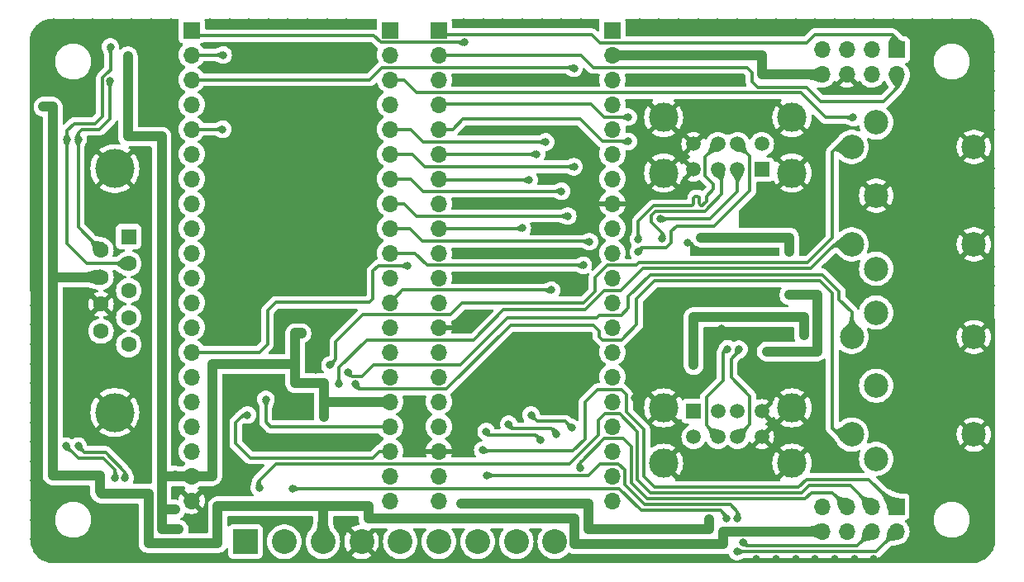
<source format=gbl>
G04 #@! TF.GenerationSoftware,KiCad,Pcbnew,8.0.8*
G04 #@! TF.CreationDate,2025-02-03T03:21:26+01:00*
G04 #@! TF.ProjectId,MiSTeryShield20kRPiPico,4d695354-6572-4795-9368-69656c643230,V1*
G04 #@! TF.SameCoordinates,Original*
G04 #@! TF.FileFunction,Copper,L2,Bot*
G04 #@! TF.FilePolarity,Positive*
%FSLAX46Y46*%
G04 Gerber Fmt 4.6, Leading zero omitted, Abs format (unit mm)*
G04 Created by KiCad (PCBNEW 8.0.8) date 2025-02-03 03:21:26*
%MOMM*%
%LPD*%
G01*
G04 APERTURE LIST*
G04 #@! TA.AperFunction,ComponentPad*
%ADD10R,1.700000X1.700000*%
G04 #@! TD*
G04 #@! TA.AperFunction,ComponentPad*
%ADD11O,1.700000X1.700000*%
G04 #@! TD*
G04 #@! TA.AperFunction,ComponentPad*
%ADD12R,2.540000X2.540000*%
G04 #@! TD*
G04 #@! TA.AperFunction,ComponentPad*
%ADD13C,2.540000*%
G04 #@! TD*
G04 #@! TA.AperFunction,ComponentPad*
%ADD14C,4.000000*%
G04 #@! TD*
G04 #@! TA.AperFunction,ComponentPad*
%ADD15R,1.600000X1.600000*%
G04 #@! TD*
G04 #@! TA.AperFunction,ComponentPad*
%ADD16C,1.600000*%
G04 #@! TD*
G04 #@! TA.AperFunction,ComponentPad*
%ADD17C,2.500000*%
G04 #@! TD*
G04 #@! TA.AperFunction,ComponentPad*
%ADD18R,1.500000X1.500000*%
G04 #@! TD*
G04 #@! TA.AperFunction,ComponentPad*
%ADD19C,1.500000*%
G04 #@! TD*
G04 #@! TA.AperFunction,ComponentPad*
%ADD20C,3.000000*%
G04 #@! TD*
G04 #@! TA.AperFunction,ViaPad*
%ADD21C,0.800000*%
G04 #@! TD*
G04 #@! TA.AperFunction,Conductor*
%ADD22C,0.300000*%
G04 #@! TD*
G04 #@! TA.AperFunction,Conductor*
%ADD23C,1.016000*%
G04 #@! TD*
G04 APERTURE END LIST*
D10*
X132122000Y-40390000D03*
D11*
X132122000Y-42930000D03*
X132122000Y-45470000D03*
X132122000Y-48010000D03*
X132122000Y-50550000D03*
X132122000Y-53090000D03*
X132122000Y-55630000D03*
X132122000Y-58170000D03*
X132122000Y-60710000D03*
X132122000Y-63250000D03*
X132122000Y-65790000D03*
X132122000Y-68330000D03*
X132122000Y-70870000D03*
X132122000Y-73410000D03*
X132122000Y-75950000D03*
X132122000Y-78490000D03*
X132122000Y-81030000D03*
X132122000Y-83570000D03*
X132122000Y-86110000D03*
X132122000Y-88650000D03*
D10*
X114341000Y-40400000D03*
D11*
X114341000Y-42940000D03*
X114341000Y-45480000D03*
X114341000Y-48020000D03*
X114341000Y-50560000D03*
X114341000Y-53100000D03*
X114341000Y-55640000D03*
X114341000Y-58180000D03*
X114341000Y-60720000D03*
X114341000Y-63260000D03*
X114341000Y-65800000D03*
X114341000Y-68340000D03*
X114341000Y-70880000D03*
X114341000Y-73420000D03*
X114341000Y-75960000D03*
X114341000Y-78500000D03*
X114341000Y-81040000D03*
X114341000Y-83580000D03*
X114341000Y-86120000D03*
X114341000Y-88660000D03*
D10*
X109342000Y-40390000D03*
D11*
X109342000Y-42930000D03*
X109342000Y-45470000D03*
X109342000Y-48010000D03*
X109342000Y-50550000D03*
X109342000Y-53090000D03*
X109342000Y-55630000D03*
X109342000Y-58170000D03*
X109342000Y-60710000D03*
X109342000Y-63250000D03*
X109342000Y-65790000D03*
X109342000Y-68330000D03*
X109342000Y-70870000D03*
X109342000Y-73410000D03*
X109342000Y-75950000D03*
X109342000Y-78490000D03*
X109342000Y-81030000D03*
X109342000Y-83570000D03*
X109342000Y-86110000D03*
X109342000Y-88650000D03*
D10*
X89022000Y-40390000D03*
D11*
X89022000Y-42930000D03*
X89022000Y-45470000D03*
X89022000Y-48010000D03*
X89022000Y-50550000D03*
X89022000Y-53090000D03*
X89022000Y-55630000D03*
X89022000Y-58170000D03*
X89022000Y-60710000D03*
X89022000Y-63250000D03*
X89022000Y-65790000D03*
X89022000Y-68330000D03*
X89022000Y-70870000D03*
X89022000Y-73410000D03*
X89022000Y-75950000D03*
X89022000Y-78490000D03*
X89022000Y-81030000D03*
X89022000Y-83570000D03*
X89022000Y-86110000D03*
X89022000Y-88650000D03*
D12*
X94552000Y-92850000D03*
D13*
X98512000Y-92850000D03*
X102472000Y-92850000D03*
X106432000Y-92850000D03*
X110392000Y-92850000D03*
X114352000Y-92850000D03*
X118312000Y-92850000D03*
X122272000Y-92850000D03*
X126232000Y-92850000D03*
D10*
X161232000Y-42400000D03*
D11*
X161232000Y-44940000D03*
X158692000Y-42400000D03*
X158692000Y-44940000D03*
X156152000Y-42400000D03*
X156152000Y-44940000D03*
X153612000Y-42400000D03*
X153612000Y-44940000D03*
D14*
X81152331Y-54590000D03*
X81152331Y-79590000D03*
D15*
X82572331Y-61550000D03*
D16*
X82572331Y-64320000D03*
X82572331Y-67090000D03*
X82572331Y-69860000D03*
X82572331Y-72630000D03*
X79732331Y-62935000D03*
X79732331Y-65705000D03*
X79732331Y-68475000D03*
X79732331Y-71245000D03*
D10*
X161212000Y-89250000D03*
D11*
X161212000Y-91790000D03*
X158672000Y-89250000D03*
X158672000Y-91790000D03*
X156132000Y-89250000D03*
X156132000Y-91790000D03*
X153592000Y-89250000D03*
X153592000Y-91790000D03*
D17*
X159142000Y-69350000D03*
X159142000Y-76850000D03*
X159142000Y-84350000D03*
X156642000Y-71850000D03*
X156642000Y-81850000D03*
X169142000Y-81850000D03*
X169142000Y-71850000D03*
X159142000Y-49850000D03*
X159142000Y-57350000D03*
X159142000Y-64850000D03*
X156642000Y-52350000D03*
X156642000Y-62350000D03*
X169142000Y-62350000D03*
X169142000Y-52350000D03*
D18*
X147442000Y-54680000D03*
D19*
X144942000Y-54680000D03*
X142942000Y-54680000D03*
X140442000Y-54680000D03*
X147442000Y-52060000D03*
X144942000Y-52060000D03*
X142942000Y-52060000D03*
X140442000Y-52060000D03*
D20*
X150512000Y-55030000D03*
X150512000Y-49350000D03*
X137372000Y-55030000D03*
X137372000Y-49350000D03*
D18*
X140442000Y-79470000D03*
D19*
X142942000Y-79470000D03*
X144942000Y-79470000D03*
X147442000Y-79470000D03*
X140442000Y-82090000D03*
X142942000Y-82090000D03*
X144942000Y-82090000D03*
X147442000Y-82090000D03*
D20*
X137372000Y-79120000D03*
X137372000Y-84800000D03*
X150512000Y-79120000D03*
X150512000Y-84800000D03*
D21*
X76242000Y-51600000D03*
X80692000Y-42100000D03*
X76142000Y-83050000D03*
X81192000Y-86300000D03*
X82192003Y-86300000D03*
X77392000Y-83050000D03*
X77392000Y-51600000D03*
X80642000Y-45600000D03*
X170892000Y-88600000D03*
X74892000Y-94600000D03*
X161892000Y-50600000D03*
X164392000Y-75600000D03*
X166892000Y-55600000D03*
X91892000Y-55600000D03*
X166892000Y-58100000D03*
X164392000Y-60600000D03*
X82892000Y-39600000D03*
X84892000Y-39600000D03*
X72892000Y-92600000D03*
X72892000Y-82600000D03*
X166892000Y-78100000D03*
X72892000Y-84600000D03*
X99392000Y-43100000D03*
X156892000Y-65600000D03*
X99392000Y-50600000D03*
X164392000Y-53100000D03*
X136892000Y-75600000D03*
X161892000Y-63100000D03*
X141892000Y-45600000D03*
X144392000Y-50600000D03*
X72892000Y-50600000D03*
X134892000Y-39600000D03*
X168892000Y-94600000D03*
X160892000Y-39600000D03*
X72892000Y-52600000D03*
X161892000Y-58100000D03*
X170892000Y-68600000D03*
X91892000Y-60600000D03*
X72892000Y-70600000D03*
X168892000Y-39600000D03*
X116892000Y-45600000D03*
X148892000Y-39600000D03*
X94392000Y-53100000D03*
X104392000Y-48100000D03*
X84392000Y-58100000D03*
X72892000Y-54600000D03*
X91892000Y-53100000D03*
X72892000Y-60600000D03*
X119392000Y-58100000D03*
X169392000Y-58100000D03*
X166892000Y-48100000D03*
X76892000Y-39600000D03*
X144892000Y-39600000D03*
X161892000Y-55600000D03*
X164392000Y-68100000D03*
X144392000Y-48100000D03*
X94392000Y-48100000D03*
X112892000Y-94600000D03*
X72892000Y-64600000D03*
X121892000Y-58100000D03*
X80892000Y-94600000D03*
X104892000Y-39600000D03*
X156892000Y-68100000D03*
X139792000Y-62200000D03*
X121892000Y-50600000D03*
X96892000Y-55600000D03*
X101892000Y-53100000D03*
X166892000Y-50600000D03*
X140892000Y-39600000D03*
X164392000Y-65600000D03*
X156892000Y-78100000D03*
X78892000Y-39600000D03*
X92892000Y-84650000D03*
X116892000Y-80600000D03*
X104392000Y-53100000D03*
X119392000Y-63100000D03*
X156892000Y-39600000D03*
X164392000Y-80600000D03*
X164392000Y-50600000D03*
X99892000Y-94600000D03*
X90892000Y-39600000D03*
X72892000Y-42600000D03*
X164392000Y-55600000D03*
X164892000Y-39600000D03*
X94642000Y-81300000D03*
X161892000Y-65600000D03*
X129392000Y-53100000D03*
X164392000Y-83100000D03*
X158892000Y-39600000D03*
X96892000Y-65600000D03*
X84392000Y-63100000D03*
X162892000Y-39600000D03*
X160892000Y-94600000D03*
X86892000Y-39600000D03*
X142142000Y-74850000D03*
X72892000Y-88600000D03*
X164392000Y-78100000D03*
X124392000Y-73100000D03*
X134392000Y-78100000D03*
X96892000Y-43100000D03*
X170892000Y-44600000D03*
X142892000Y-39600000D03*
X150892000Y-39600000D03*
X166892000Y-68100000D03*
X126892000Y-45600000D03*
X169392000Y-75600000D03*
X164392000Y-85600000D03*
X74892000Y-39600000D03*
X146892000Y-94600000D03*
X169392000Y-65600000D03*
X124892000Y-39600000D03*
X79392000Y-73100000D03*
X170892000Y-48600000D03*
X170892000Y-58600000D03*
X161892000Y-78100000D03*
X100892000Y-39600000D03*
X161892000Y-75600000D03*
X146242000Y-67150000D03*
X148892000Y-94600000D03*
X161892000Y-70600000D03*
X72892000Y-72600000D03*
X170892000Y-92600000D03*
X79392000Y-75600000D03*
X136892000Y-39600000D03*
X126892000Y-53100000D03*
X126892000Y-50600000D03*
X78892000Y-94600000D03*
X120892000Y-94600000D03*
X96892000Y-48100000D03*
X96892000Y-53100000D03*
X154892000Y-94600000D03*
X97792000Y-83050000D03*
X166892000Y-60600000D03*
X84392000Y-65600000D03*
X169392000Y-68100000D03*
X170892000Y-84600000D03*
X149392000Y-75600000D03*
X94892000Y-39600000D03*
X72892000Y-58600000D03*
X166892000Y-94600000D03*
X98442000Y-78150000D03*
X169392000Y-78100000D03*
X101892000Y-48100000D03*
X142892000Y-94600000D03*
X170892000Y-86600000D03*
X72892000Y-62600000D03*
X156892000Y-55600000D03*
X121892000Y-65600000D03*
X134392000Y-75600000D03*
X170892000Y-54600000D03*
X96892000Y-50600000D03*
X138892000Y-39600000D03*
X154892000Y-39600000D03*
X72892000Y-68600000D03*
X121892000Y-63100000D03*
X90892000Y-94600000D03*
X94392000Y-63100000D03*
X166892000Y-39600000D03*
X170892000Y-90600000D03*
X91892000Y-68100000D03*
X84392000Y-80600000D03*
X84392000Y-53100000D03*
X144392000Y-85600000D03*
X96892000Y-63100000D03*
X166892000Y-70600000D03*
X94392000Y-50600000D03*
X81892000Y-83100000D03*
X72892000Y-74600000D03*
X91892000Y-58100000D03*
X124392000Y-45600000D03*
X101692000Y-75250000D03*
X84892000Y-94600000D03*
X84392000Y-60600000D03*
X159392000Y-73100000D03*
X79392000Y-60600000D03*
X72892000Y-90600000D03*
X136892000Y-94600000D03*
X91892000Y-65600000D03*
X156892000Y-75600000D03*
X123892000Y-94600000D03*
X94692000Y-85800000D03*
X170892000Y-78600000D03*
X170892000Y-60600000D03*
X72892000Y-56600000D03*
X148242000Y-67150000D03*
X119392000Y-45600000D03*
X94392000Y-68100000D03*
X84392000Y-55600000D03*
X169392000Y-55600000D03*
X84392000Y-75600000D03*
X143342000Y-71000000D03*
X158892000Y-94600000D03*
X161892000Y-85600000D03*
X84392000Y-68100000D03*
X141892000Y-50600000D03*
X116892000Y-94600000D03*
X72892000Y-76600000D03*
X166892000Y-73100000D03*
X99392000Y-65600000D03*
X76892000Y-94600000D03*
X120892000Y-39600000D03*
X141892000Y-85600000D03*
X108892000Y-94600000D03*
X140892000Y-94600000D03*
X138892000Y-94600000D03*
X81892000Y-58100000D03*
X91892000Y-63100000D03*
X170892000Y-76600000D03*
X169392000Y-48100000D03*
X99392000Y-48100000D03*
X127892000Y-94600000D03*
X118892000Y-39600000D03*
X72892000Y-78600000D03*
X161892000Y-60600000D03*
X72892000Y-86600000D03*
X121892000Y-73100000D03*
X170892000Y-66600000D03*
X88892000Y-94600000D03*
X72892000Y-66600000D03*
X101892000Y-50600000D03*
X119392000Y-65600000D03*
X72892000Y-80600000D03*
X166892000Y-75600000D03*
X101892000Y-43100000D03*
X104392000Y-50600000D03*
X134392000Y-73100000D03*
X94392000Y-58100000D03*
X86892000Y-94600000D03*
X170892000Y-74600000D03*
X121892000Y-45600000D03*
X164392000Y-58100000D03*
X164392000Y-70600000D03*
X156892000Y-58100000D03*
X102892000Y-39600000D03*
X170892000Y-46600000D03*
X96892000Y-39600000D03*
X94392000Y-70600000D03*
X94392000Y-65600000D03*
X91892000Y-48100000D03*
X84392000Y-70600000D03*
X161892000Y-73100000D03*
X166892000Y-65600000D03*
X152892000Y-39600000D03*
X136892000Y-70600000D03*
X72892000Y-46600000D03*
X169392000Y-85600000D03*
X122892000Y-39600000D03*
X81892000Y-75600000D03*
X170892000Y-42600000D03*
X84392000Y-73100000D03*
X161892000Y-53100000D03*
X146892000Y-39600000D03*
X170892000Y-56600000D03*
X152892000Y-94600000D03*
X116892000Y-39600000D03*
X166892000Y-85600000D03*
X141892000Y-48100000D03*
X170892000Y-64600000D03*
X92892000Y-39600000D03*
X94392000Y-78100000D03*
X161892000Y-80600000D03*
X136892000Y-73100000D03*
X146892000Y-75600000D03*
X116322000Y-70880000D03*
X164392000Y-73100000D03*
X144392000Y-45600000D03*
X119392000Y-50600000D03*
X128892000Y-39600000D03*
X150892000Y-94600000D03*
X126892000Y-39600000D03*
X164392000Y-63100000D03*
X146892000Y-85600000D03*
X161892000Y-48100000D03*
X98892000Y-39600000D03*
X111442000Y-83500000D03*
X94392000Y-55600000D03*
X94392000Y-60600000D03*
X82892000Y-94600000D03*
X104392000Y-43100000D03*
X104892000Y-94600000D03*
X161892000Y-68100000D03*
X164892000Y-94600000D03*
X104392000Y-55600000D03*
X162892000Y-94600000D03*
X72892000Y-44600000D03*
X164392000Y-48100000D03*
X156892000Y-94600000D03*
X170892000Y-50600000D03*
X116892000Y-78100000D03*
X99392000Y-53100000D03*
X101892000Y-65600000D03*
X80892000Y-39600000D03*
X79592000Y-87300000D03*
X147442000Y-44900000D03*
X151742000Y-71700000D03*
X93292000Y-89250000D03*
X140442000Y-74750000D03*
X107142000Y-89200000D03*
X73829500Y-48237500D03*
X140442000Y-93100000D03*
X105042000Y-75475000D03*
X116942000Y-41650000D03*
X118842000Y-83450000D03*
X96632000Y-78250000D03*
X82492000Y-43050000D03*
X116642000Y-88900000D03*
X141992000Y-90550000D03*
X102592000Y-80050000D03*
X82492000Y-50050000D03*
X99642000Y-72950000D03*
X87379500Y-89562500D03*
X105592000Y-78490000D03*
X100292000Y-71470000D03*
X87692000Y-91600000D03*
X87342000Y-86062500D03*
X82492000Y-46550000D03*
X143842000Y-90500000D03*
X99342000Y-87400000D03*
X144892000Y-93850000D03*
X92242000Y-42930000D03*
X94742000Y-79850000D03*
X95942000Y-87300000D03*
X92192000Y-50550000D03*
X144942000Y-90500000D03*
X145542000Y-92950000D03*
X111142000Y-64550000D03*
X119292000Y-86050000D03*
X125867000Y-67050000D03*
X128792000Y-85300000D03*
X127942000Y-81150000D03*
X123792000Y-79850000D03*
X126392000Y-81800000D03*
X121492000Y-80800000D03*
X119192000Y-81550000D03*
X124742000Y-82450000D03*
X133742000Y-49300000D03*
X125292000Y-51850000D03*
X128192000Y-54400000D03*
X133742000Y-51800000D03*
X129767000Y-62075000D03*
X127542000Y-59450000D03*
X126892000Y-56900000D03*
X156792000Y-49350000D03*
X145092000Y-73100000D03*
X143917000Y-73075000D03*
X137242000Y-61750000D03*
X134792000Y-63150000D03*
X137042000Y-59750000D03*
X134792000Y-61850000D03*
X103192000Y-74750000D03*
X104092000Y-76700000D03*
X128192000Y-44300000D03*
X129142000Y-64500000D03*
X124342000Y-53100000D03*
X123592000Y-55750000D03*
X122892000Y-60700000D03*
X105792000Y-76700000D03*
X141192000Y-61650000D03*
X150242000Y-67550000D03*
X150242000Y-63150000D03*
X147942000Y-73350000D03*
D22*
X122872000Y-60720000D02*
X114341000Y-60720000D01*
X122892000Y-60700000D02*
X122872000Y-60720000D01*
X158412000Y-86450000D02*
X161212000Y-89250000D01*
X151992000Y-86450000D02*
X158412000Y-86450000D01*
X151167000Y-87275000D02*
X151992000Y-86450000D01*
X136467000Y-87275000D02*
X151167000Y-87275000D01*
X135342000Y-86150000D02*
X136467000Y-87275000D01*
X133592000Y-79550000D02*
X135342000Y-81300000D01*
X135342000Y-81300000D02*
X135342000Y-86150000D01*
X133592000Y-77800000D02*
X133592000Y-79550000D01*
X128092000Y-83550000D02*
X129342000Y-82300000D01*
X130592000Y-77250000D02*
X133042000Y-77250000D01*
X118942000Y-83550000D02*
X128092000Y-83550000D01*
X129342000Y-78500000D02*
X130592000Y-77250000D01*
X129342000Y-82300000D02*
X129342000Y-78500000D01*
X133042000Y-77250000D02*
X133592000Y-77800000D01*
X118842000Y-83450000D02*
X118942000Y-83550000D01*
X156522000Y-87100000D02*
X158672000Y-89250000D01*
X152292000Y-87100000D02*
X156522000Y-87100000D01*
X151542000Y-87850000D02*
X152292000Y-87100000D01*
X134692000Y-86507107D02*
X136034893Y-87850000D01*
X136034893Y-87850000D02*
X151542000Y-87850000D01*
X130692000Y-80400000D02*
X131342000Y-79750000D01*
X134692000Y-81550000D02*
X134692000Y-86507107D01*
X132892000Y-79750000D02*
X134692000Y-81550000D01*
X130692000Y-81900000D02*
X130692000Y-80400000D01*
X97642000Y-84850000D02*
X127742000Y-84850000D01*
X127742000Y-84850000D02*
X130692000Y-81900000D01*
X95942000Y-86550000D02*
X97642000Y-84850000D01*
X131342000Y-79750000D02*
X132892000Y-79750000D01*
X95942000Y-87300000D02*
X95942000Y-86550000D01*
X154682000Y-87800000D02*
X156132000Y-89250000D01*
X152542000Y-87800000D02*
X154682000Y-87800000D01*
X151892000Y-88450000D02*
X152542000Y-87800000D01*
X135692000Y-88450000D02*
X151892000Y-88450000D01*
X134042000Y-86800000D02*
X135692000Y-88450000D01*
X134042000Y-83100000D02*
X134042000Y-86800000D01*
X133192000Y-82250000D02*
X134042000Y-83100000D01*
X131292000Y-82250000D02*
X133192000Y-82250000D01*
X128792000Y-84750000D02*
X131292000Y-82250000D01*
X128792000Y-85300000D02*
X128792000Y-84750000D01*
X144942000Y-89800000D02*
X144942000Y-90500000D01*
X144192000Y-89050000D02*
X144942000Y-89800000D01*
X133392000Y-85500000D02*
X133392000Y-87000000D01*
X135442000Y-89050000D02*
X144192000Y-89050000D01*
X132742000Y-84850000D02*
X133392000Y-85500000D01*
X130842000Y-84850000D02*
X132742000Y-84850000D01*
X133392000Y-87000000D02*
X135442000Y-89050000D01*
X129642000Y-86050000D02*
X130842000Y-84850000D01*
X119292000Y-86050000D02*
X129642000Y-86050000D01*
X108542000Y-44200000D02*
X128092000Y-44200000D01*
X128092000Y-44200000D02*
X128192000Y-44300000D01*
X107272000Y-45470000D02*
X108542000Y-44200000D01*
X89022000Y-45470000D02*
X107272000Y-45470000D01*
X155192000Y-81750000D02*
X156642000Y-81750000D01*
X154642000Y-81200000D02*
X155192000Y-81750000D01*
X154642000Y-67350000D02*
X154642000Y-81200000D01*
X153392000Y-66100000D02*
X154642000Y-67350000D01*
X136442000Y-66100000D02*
X153392000Y-66100000D01*
X134592000Y-67950000D02*
X136442000Y-66100000D01*
X133042000Y-72150000D02*
X134592000Y-70600000D01*
X130192000Y-70650000D02*
X130742000Y-71200000D01*
X121692000Y-70650000D02*
X130192000Y-70650000D01*
X130742000Y-71800000D02*
X131092000Y-72150000D01*
X131092000Y-72150000D02*
X133042000Y-72150000D01*
X130742000Y-71200000D02*
X130742000Y-71800000D01*
X106292000Y-77200000D02*
X115142000Y-77200000D01*
X134592000Y-70600000D02*
X134592000Y-67950000D01*
X115142000Y-77200000D02*
X121692000Y-70650000D01*
X105792000Y-76700000D02*
X106292000Y-77200000D01*
X156642000Y-69300000D02*
X156642000Y-71750000D01*
X155342000Y-68000000D02*
X156642000Y-69300000D01*
X155342000Y-67150000D02*
X155342000Y-68000000D01*
X153642000Y-65450000D02*
X155342000Y-67150000D01*
X133742000Y-67700000D02*
X135992000Y-65450000D01*
X133742000Y-68900000D02*
X133742000Y-67700000D01*
X130492000Y-69900000D02*
X130792000Y-69600000D01*
X121342000Y-69900000D02*
X130492000Y-69900000D01*
X130792000Y-69600000D02*
X133042000Y-69600000D01*
X116562000Y-74680000D02*
X121342000Y-69900000D01*
X107662000Y-74680000D02*
X116562000Y-74680000D01*
X133042000Y-69600000D02*
X133742000Y-68900000D01*
X106442000Y-75900000D02*
X107662000Y-74680000D01*
X105467000Y-75900000D02*
X106442000Y-75900000D01*
X105042000Y-75475000D02*
X105467000Y-75900000D01*
X135992000Y-65450000D02*
X153642000Y-65450000D01*
X79892000Y-49200000D02*
X79892000Y-45289339D01*
X76988446Y-49950000D02*
X79142000Y-49950000D01*
X76242000Y-50696446D02*
X76988446Y-49950000D01*
X78312000Y-64320000D02*
X82572331Y-64320000D01*
X80331339Y-44850000D02*
X80342000Y-44850000D01*
X80342000Y-44850000D02*
X80692000Y-44500000D01*
X76242000Y-51600000D02*
X76242000Y-50696446D01*
X79892000Y-45289339D02*
X80331339Y-44850000D01*
X79142000Y-49950000D02*
X79892000Y-49200000D01*
X80692000Y-44500000D02*
X80692000Y-42100000D01*
X76242000Y-51600000D02*
X76242000Y-62250000D01*
X76242000Y-62250000D02*
X78312000Y-64320000D01*
X77392000Y-84300000D02*
X76142000Y-83050000D01*
X81192000Y-86300000D02*
X81192000Y-85500000D01*
X79992000Y-84300000D02*
X77392000Y-84300000D01*
X81192000Y-85500000D02*
X79992000Y-84300000D01*
X80192000Y-83700000D02*
X82192003Y-85700003D01*
X78042000Y-83700000D02*
X80192000Y-83700000D01*
X82192003Y-85700003D02*
X82192003Y-86300000D01*
X77392000Y-83050000D02*
X78042000Y-83700000D01*
X79732331Y-62935000D02*
X77392000Y-60594669D01*
X80642000Y-45600000D02*
X80642000Y-49450000D01*
X77392000Y-50950000D02*
X77392000Y-51600000D01*
X80642000Y-49450000D02*
X79542000Y-50550000D01*
X77792000Y-50550000D02*
X77392000Y-50950000D01*
X77392000Y-60594669D02*
X77392000Y-51600000D01*
X79542000Y-50550000D02*
X77792000Y-50550000D01*
X114342000Y-70880000D02*
X116322000Y-70880000D01*
X111522000Y-83580000D02*
X114342000Y-83580000D01*
X111442000Y-83500000D02*
X111522000Y-83580000D01*
D23*
X107142000Y-90450000D02*
X107142000Y-89200000D01*
X74792000Y-65705000D02*
X74792000Y-48237500D01*
X143492000Y-91830000D02*
X143532000Y-91790000D01*
X102492000Y-89200000D02*
X107142000Y-89200000D01*
X84592000Y-87900000D02*
X84592000Y-93000000D01*
X147442000Y-44940000D02*
X153612000Y-44940000D01*
X79592000Y-86050000D02*
X74792000Y-86050000D01*
X102472000Y-89220000D02*
X102472000Y-92850000D01*
X143532000Y-91790000D02*
X153592000Y-91790000D01*
X79792000Y-87900000D02*
X84592000Y-87900000D01*
X91692000Y-89200000D02*
X102492000Y-89200000D01*
X128242000Y-90450000D02*
X107142000Y-90450000D01*
X147442000Y-44940000D02*
X147442000Y-42950000D01*
X102492000Y-89200000D02*
X102472000Y-89220000D01*
X147442000Y-42950000D02*
X147432000Y-42940000D01*
X140442000Y-69800000D02*
X151742000Y-69800000D01*
X79592000Y-87300000D02*
X79592000Y-87700000D01*
X84592000Y-93000000D02*
X91692000Y-93000000D01*
X79592000Y-87300000D02*
X79592000Y-86050000D01*
X74792000Y-65705000D02*
X79732331Y-65705000D01*
X143492000Y-93100000D02*
X143492000Y-91830000D01*
X140442000Y-93100000D02*
X128242000Y-93100000D01*
X128242000Y-93100000D02*
X128242000Y-90450000D01*
X140442000Y-74750000D02*
X140442000Y-69800000D01*
X91692000Y-93000000D02*
X91692000Y-89200000D01*
X151742000Y-69800000D02*
X151742000Y-71700000D01*
X79592000Y-87700000D02*
X79792000Y-87900000D01*
X74792000Y-86050000D02*
X74792000Y-65705000D01*
X74792000Y-48237500D02*
X73829500Y-48237500D01*
X140442000Y-93100000D02*
X143492000Y-93100000D01*
X147432000Y-42940000D02*
X132122000Y-42940000D01*
D22*
X89022000Y-40390000D02*
X89582000Y-40950000D01*
X108392000Y-41650000D02*
X116942000Y-41650000D01*
X107692000Y-40950000D02*
X108392000Y-41650000D01*
X89582000Y-40950000D02*
X107692000Y-40950000D01*
X96632000Y-78250000D02*
X96632000Y-80590000D01*
X96632000Y-80590000D02*
X97092000Y-81050000D01*
X97092000Y-81050000D02*
X109322000Y-81050000D01*
D23*
X102592000Y-76600000D02*
X102592000Y-78350000D01*
X85942000Y-86100000D02*
X85942000Y-89500000D01*
X105592000Y-78490000D02*
X109342000Y-78490000D01*
X85942000Y-86100000D02*
X85942000Y-51300000D01*
X129642000Y-88900000D02*
X129642000Y-91600000D01*
X99642000Y-74600000D02*
X91142000Y-74600000D01*
X82492000Y-50050000D02*
X82492000Y-43050000D01*
X91142000Y-86100000D02*
X91132000Y-86110000D01*
X82492000Y-51300000D02*
X82492000Y-50050000D01*
X91142000Y-74600000D02*
X91142000Y-86100000D01*
X87389500Y-86110000D02*
X85952000Y-86110000D01*
X85942000Y-89500000D02*
X85942000Y-91600000D01*
X85942000Y-91600000D02*
X87692000Y-91600000D01*
X87389500Y-86110000D02*
X87342000Y-86062500D01*
X100292000Y-71470000D02*
X100272000Y-71450000D01*
X85942000Y-89500000D02*
X86004500Y-89562500D01*
X141992000Y-91600000D02*
X141992000Y-90550000D01*
X85942000Y-51300000D02*
X82492000Y-51300000D01*
X99642000Y-71450000D02*
X99642000Y-76600000D01*
X129642000Y-91600000D02*
X141992000Y-91600000D01*
X91132000Y-86110000D02*
X89022000Y-86110000D01*
X100272000Y-71450000D02*
X99642000Y-71450000D01*
X102732000Y-78490000D02*
X105592000Y-78490000D01*
X85952000Y-86110000D02*
X85942000Y-86100000D01*
X102592000Y-78350000D02*
X102732000Y-78490000D01*
X102592000Y-78350000D02*
X102592000Y-80050000D01*
X89022000Y-86110000D02*
X87389500Y-86110000D01*
X116642000Y-88900000D02*
X129642000Y-88900000D01*
X86004500Y-89562500D02*
X87379500Y-89562500D01*
X99642000Y-76600000D02*
X102592000Y-76600000D01*
D22*
X143842000Y-90250000D02*
X143242000Y-89650000D01*
X159142000Y-93850000D02*
X161202000Y-91790000D01*
X132842000Y-87400000D02*
X99342000Y-87400000D01*
X144892000Y-93850000D02*
X159142000Y-93850000D01*
X135092000Y-89650000D02*
X132842000Y-87400000D01*
X143242000Y-89650000D02*
X135092000Y-89650000D01*
X89022000Y-42930000D02*
X92242000Y-42930000D01*
X143842000Y-90500000D02*
X143842000Y-90250000D01*
X107542000Y-84250000D02*
X108222000Y-83570000D01*
X95042000Y-84250000D02*
X107542000Y-84250000D01*
X108222000Y-83570000D02*
X109342000Y-83570000D01*
X93542000Y-82750000D02*
X95042000Y-84250000D01*
X94742000Y-79850000D02*
X94292000Y-79850000D01*
X93542000Y-80600000D02*
X93542000Y-82750000D01*
X94292000Y-79850000D02*
X93542000Y-80600000D01*
X89022000Y-50550000D02*
X92192000Y-50550000D01*
X107592000Y-65100000D02*
X108142000Y-64550000D01*
X96792000Y-72600000D02*
X96792000Y-69150000D01*
X107592000Y-67950000D02*
X107592000Y-65100000D01*
X145542000Y-92950000D02*
X145842000Y-93250000D01*
X145842000Y-93250000D02*
X157192000Y-93250000D01*
X107242000Y-68300000D02*
X107592000Y-67950000D01*
X89022000Y-73410000D02*
X95982000Y-73410000D01*
X158652000Y-91790000D02*
X157192000Y-93250000D01*
X96792000Y-69150000D02*
X97642000Y-68300000D01*
X97642000Y-68300000D02*
X107242000Y-68300000D01*
X95982000Y-73410000D02*
X96792000Y-72600000D01*
X108142000Y-64550000D02*
X111142000Y-64550000D01*
X125867000Y-67050000D02*
X110622000Y-67050000D01*
X110622000Y-67050000D02*
X109342000Y-68330000D01*
X151992000Y-46250000D02*
X153442000Y-47700000D01*
X128882000Y-42940000D02*
X130142000Y-44200000D01*
X161232000Y-46360000D02*
X161232000Y-44940000D01*
X130142000Y-44200000D02*
X145892000Y-44200000D01*
X159892000Y-47700000D02*
X161232000Y-46360000D01*
X145892000Y-44200000D02*
X146442000Y-44750000D01*
X146992000Y-46250000D02*
X151992000Y-46250000D01*
X146442000Y-45700000D02*
X146992000Y-46250000D01*
X153442000Y-47700000D02*
X159892000Y-47700000D01*
X114342000Y-42940000D02*
X128882000Y-42940000D01*
X146442000Y-44750000D02*
X146442000Y-45700000D01*
X124442000Y-80500000D02*
X127292000Y-80500000D01*
X127942000Y-81150000D02*
X127292000Y-80500000D01*
X124442000Y-80500000D02*
X123792000Y-79850000D01*
X121942000Y-81250000D02*
X121492000Y-80800000D01*
X126392000Y-81800000D02*
X125842000Y-81250000D01*
X121942000Y-81250000D02*
X125842000Y-81250000D01*
X124742000Y-82450000D02*
X124242000Y-81950000D01*
X119592000Y-81950000D02*
X119192000Y-81550000D01*
X119592000Y-81950000D02*
X124242000Y-81950000D01*
X131242000Y-49300000D02*
X133742000Y-49300000D01*
X114192000Y-48000000D02*
X129942000Y-48000000D01*
X129942000Y-48000000D02*
X131242000Y-49300000D01*
X111442000Y-50550000D02*
X112742000Y-51850000D01*
X112742000Y-51850000D02*
X125292000Y-51850000D01*
X109342000Y-50550000D02*
X111442000Y-50550000D01*
X151992000Y-41700000D02*
X152842000Y-40850000D01*
X160792000Y-40850000D02*
X161232000Y-41290000D01*
X130842000Y-41700000D02*
X151992000Y-41700000D01*
X114792000Y-40850000D02*
X129992000Y-40850000D01*
X129992000Y-40850000D02*
X130842000Y-41700000D01*
X161232000Y-41290000D02*
X161232000Y-42400000D01*
X152842000Y-40850000D02*
X160792000Y-40850000D01*
X111632000Y-53090000D02*
X112942000Y-54400000D01*
X112942000Y-54400000D02*
X128192000Y-54400000D01*
X109342000Y-53090000D02*
X111632000Y-53090000D01*
X128792000Y-49500000D02*
X131092000Y-51800000D01*
X115782000Y-50560000D02*
X116842000Y-49500000D01*
X114342000Y-50560000D02*
X115782000Y-50560000D01*
X116842000Y-49500000D02*
X128792000Y-49500000D01*
X131092000Y-51800000D02*
X133742000Y-51800000D01*
X112692000Y-62050000D02*
X129742000Y-62050000D01*
X111352000Y-60710000D02*
X112692000Y-62050000D01*
X109342000Y-60710000D02*
X111352000Y-60710000D01*
X112092000Y-59450000D02*
X127542000Y-59450000D01*
X110812000Y-58170000D02*
X112092000Y-59450000D01*
X109342000Y-58170000D02*
X110812000Y-58170000D01*
X112742000Y-56900000D02*
X126892000Y-56900000D01*
X111472000Y-55630000D02*
X112742000Y-56900000D01*
X109342000Y-55630000D02*
X111472000Y-55630000D01*
X110762000Y-45470000D02*
X109342000Y-45470000D01*
X153942000Y-49350000D02*
X151392000Y-46800000D01*
X151392000Y-46800000D02*
X112092000Y-46800000D01*
X156792000Y-49350000D02*
X153942000Y-49350000D01*
X112092000Y-46800000D02*
X110762000Y-45470000D01*
X145092000Y-73300000D02*
X144292000Y-74100000D01*
X146192000Y-80840000D02*
X144942000Y-82090000D01*
X144292000Y-76000000D02*
X146192000Y-77900000D01*
X144292000Y-74100000D02*
X144292000Y-76000000D01*
X145092000Y-73100000D02*
X145092000Y-73300000D01*
X146192000Y-77900000D02*
X146192000Y-80840000D01*
X141742000Y-78000000D02*
X141742000Y-80890000D01*
X143442000Y-73550000D02*
X143442000Y-76300000D01*
X143442000Y-76300000D02*
X141742000Y-78000000D01*
X141742000Y-80890000D02*
X142942000Y-82090000D01*
X143917000Y-73075000D02*
X143442000Y-73550000D01*
X142942000Y-54680000D02*
X143342000Y-55080000D01*
X136142000Y-60050000D02*
X137242000Y-61150000D01*
X143342000Y-55080000D02*
X143342000Y-57200000D01*
X143342000Y-57200000D02*
X141592000Y-58950000D01*
X136142000Y-59350000D02*
X136142000Y-60050000D01*
X141592000Y-58950000D02*
X136542000Y-58950000D01*
X136142000Y-60050000D02*
X137242000Y-61150000D01*
X141592000Y-58950000D02*
X136542000Y-58950000D01*
X137242000Y-61150000D02*
X137242000Y-61750000D01*
X136542000Y-58950000D02*
X136142000Y-59350000D01*
X136142000Y-59350000D02*
X136142000Y-60050000D01*
X136542000Y-58950000D02*
X136142000Y-59350000D01*
X137242000Y-61150000D02*
X137242000Y-61750000D01*
X146192000Y-53310000D02*
X146192000Y-56850000D01*
X134792000Y-63150000D02*
X135292000Y-62650000D01*
X138954061Y-60450000D02*
X141581946Y-60450000D01*
X135292000Y-62650000D02*
X137642000Y-62650000D01*
X145184850Y-57857150D02*
X144140005Y-58901995D01*
X143636812Y-59405188D02*
X142567000Y-60475000D01*
X142542000Y-60450000D02*
X141581946Y-60450000D01*
X137642000Y-62650000D02*
X138142000Y-62150000D01*
X138142000Y-62150000D02*
X138142000Y-61000000D01*
X144140005Y-58901995D02*
X143636812Y-59405188D01*
X142567000Y-60475000D02*
X142542000Y-60450000D01*
X138692000Y-60450000D02*
X138954061Y-60450000D01*
X146192000Y-56850000D02*
X145184850Y-57857150D01*
X144942000Y-52060000D02*
X146192000Y-53310000D01*
X138142000Y-61000000D02*
X138692000Y-60450000D01*
X144942000Y-56900000D02*
X142092000Y-59750000D01*
X144942000Y-54680000D02*
X144942000Y-56900000D01*
X137242000Y-59750000D02*
X137042000Y-59750000D01*
X142092000Y-59750000D02*
X137242000Y-59750000D01*
X142476543Y-56715457D02*
X141742000Y-57450000D01*
X142492000Y-56675000D02*
X142492000Y-56700000D01*
X141742000Y-57950000D02*
X141653114Y-58038886D01*
X140812000Y-57400000D02*
X140692000Y-57400000D01*
X134792000Y-59950000D02*
X136342000Y-58400000D01*
X142492000Y-56700000D02*
X142476543Y-56715457D01*
X140452000Y-57640000D02*
X140452000Y-58160000D01*
X141642000Y-53360000D02*
X141642000Y-55350000D01*
X142942000Y-52060000D02*
X141642000Y-53360000D01*
X134792000Y-60061673D02*
X134792000Y-59950000D01*
X136342000Y-58400000D02*
X138954061Y-58400000D01*
X141653114Y-58038886D02*
X141292000Y-58400000D01*
X142492000Y-56200000D02*
X142492000Y-56675000D01*
X134792000Y-61850000D02*
X134792000Y-60061673D01*
X141742000Y-57450000D02*
X141742000Y-57950000D01*
X141052000Y-58160000D02*
X141052000Y-57640000D01*
X140212000Y-58400000D02*
X140092000Y-58400000D01*
X141642000Y-55350000D02*
X142492000Y-56200000D01*
X138954061Y-58400000D02*
X140092000Y-58400000D01*
X141052000Y-57640000D02*
G75*
G03*
X140812000Y-57400000I-240000J0D01*
G01*
X140452000Y-58160000D02*
G75*
G02*
X140212000Y-58400000I-240000J0D01*
G01*
X141292000Y-58400000D02*
G75*
G02*
X141052000Y-58160000I0J240000D01*
G01*
X140692000Y-57400000D02*
G75*
G03*
X140452000Y-57640000I0J-240000D01*
G01*
X129142000Y-68350000D02*
X130317000Y-67175000D01*
X103792000Y-72300000D02*
X106542000Y-69550000D01*
X134542000Y-64500000D02*
X134842000Y-64200000D01*
X115542000Y-69550000D02*
X116742000Y-68350000D01*
X131592000Y-64500000D02*
X134542000Y-64500000D01*
X154642000Y-61700000D02*
X154642000Y-52850000D01*
X130317000Y-67175000D02*
X130317000Y-65775000D01*
X116742000Y-68350000D02*
X129142000Y-68350000D01*
X155042000Y-52450000D02*
X156642000Y-52450000D01*
X103192000Y-74750000D02*
X103792000Y-74150000D01*
X103792000Y-74150000D02*
X103792000Y-72300000D01*
X154642000Y-52850000D02*
X155042000Y-52450000D01*
X134842000Y-64200000D02*
X152142000Y-64200000D01*
X130317000Y-65775000D02*
X131592000Y-64500000D01*
X152142000Y-64200000D02*
X154642000Y-61700000D01*
X106542000Y-69550000D02*
X115542000Y-69550000D01*
X117892000Y-72150000D02*
X106942000Y-72150000D01*
X132992000Y-67100000D02*
X131292000Y-67100000D01*
X154792000Y-62450000D02*
X152442000Y-64800000D01*
X152442000Y-64800000D02*
X135292000Y-64800000D01*
X156642000Y-62450000D02*
X154792000Y-62450000D01*
X106942000Y-72150000D02*
X104092000Y-75000000D01*
X131292000Y-67100000D02*
X129342000Y-69050000D01*
X120992000Y-69050000D02*
X117892000Y-72150000D01*
X135292000Y-64800000D02*
X132992000Y-67100000D01*
X104092000Y-75000000D02*
X104092000Y-76700000D01*
X129342000Y-69050000D02*
X120992000Y-69050000D01*
X113142000Y-64500000D02*
X129142000Y-64500000D01*
X111892000Y-63250000D02*
X113142000Y-64500000D01*
X109342000Y-63250000D02*
X111892000Y-63250000D01*
X114342000Y-53100000D02*
X124342000Y-53100000D01*
X114452000Y-55750000D02*
X123592000Y-55750000D01*
D23*
X153084000Y-69422316D02*
X153084000Y-73342000D01*
X153084000Y-73342000D02*
X153076000Y-73350000D01*
X153092000Y-67550000D02*
X153092000Y-69414316D01*
X150242000Y-67550000D02*
X153092000Y-67550000D01*
X150242000Y-61650000D02*
X150242000Y-63150000D01*
X141192000Y-61650000D02*
X150242000Y-61650000D01*
X153092000Y-69414316D02*
X153084000Y-69422316D01*
X153076000Y-73350000D02*
X147942000Y-73350000D01*
G04 #@! TA.AperFunction,Conductor*
G36*
X87653078Y-39219685D02*
G01*
X87698833Y-39272489D01*
X87708777Y-39341647D01*
X87702221Y-39367333D01*
X87677908Y-39432517D01*
X87671501Y-39492116D01*
X87671501Y-39492123D01*
X87671500Y-39492135D01*
X87671500Y-41287870D01*
X87671501Y-41287876D01*
X87677908Y-41347483D01*
X87728202Y-41482328D01*
X87728206Y-41482335D01*
X87814452Y-41597544D01*
X87814455Y-41597547D01*
X87929664Y-41683793D01*
X87929671Y-41683797D01*
X88061081Y-41732810D01*
X88117015Y-41774681D01*
X88141432Y-41840145D01*
X88126580Y-41908418D01*
X88105430Y-41936673D01*
X87983503Y-42058600D01*
X87847965Y-42252169D01*
X87847964Y-42252171D01*
X87748098Y-42466335D01*
X87748094Y-42466344D01*
X87686938Y-42694586D01*
X87686936Y-42694596D01*
X87666341Y-42929999D01*
X87666341Y-42930000D01*
X87686936Y-43165403D01*
X87686938Y-43165413D01*
X87748094Y-43393655D01*
X87748096Y-43393659D01*
X87748097Y-43393663D01*
X87839535Y-43589752D01*
X87847965Y-43607830D01*
X87847967Y-43607834D01*
X87922412Y-43714151D01*
X87983501Y-43801396D01*
X87983506Y-43801402D01*
X88150597Y-43968493D01*
X88150603Y-43968498D01*
X88336158Y-44098425D01*
X88379783Y-44153002D01*
X88386977Y-44222500D01*
X88355454Y-44284855D01*
X88336158Y-44301575D01*
X88150597Y-44431505D01*
X87983505Y-44598597D01*
X87847965Y-44792169D01*
X87847964Y-44792171D01*
X87748098Y-45006335D01*
X87748094Y-45006344D01*
X87686938Y-45234586D01*
X87686936Y-45234596D01*
X87666341Y-45469999D01*
X87666341Y-45470000D01*
X87686936Y-45705403D01*
X87686938Y-45705413D01*
X87748094Y-45933655D01*
X87748095Y-45933657D01*
X87748097Y-45933663D01*
X87818349Y-46084318D01*
X87847965Y-46147830D01*
X87847967Y-46147834D01*
X87946041Y-46287897D01*
X87983501Y-46341396D01*
X87983506Y-46341402D01*
X88150597Y-46508493D01*
X88150603Y-46508498D01*
X88336158Y-46638425D01*
X88379783Y-46693002D01*
X88386977Y-46762500D01*
X88355454Y-46824855D01*
X88336158Y-46841575D01*
X88150597Y-46971505D01*
X87983505Y-47138597D01*
X87847965Y-47332169D01*
X87847964Y-47332171D01*
X87748098Y-47546335D01*
X87748094Y-47546344D01*
X87686938Y-47774586D01*
X87686936Y-47774596D01*
X87666341Y-48009999D01*
X87666341Y-48010000D01*
X87686936Y-48245403D01*
X87686938Y-48245413D01*
X87748094Y-48473655D01*
X87748096Y-48473659D01*
X87748097Y-48473663D01*
X87812185Y-48611099D01*
X87847965Y-48687830D01*
X87847967Y-48687834D01*
X87983501Y-48881395D01*
X87983506Y-48881402D01*
X88150597Y-49048493D01*
X88150603Y-49048498D01*
X88336158Y-49178425D01*
X88379783Y-49233002D01*
X88386977Y-49302500D01*
X88355454Y-49364855D01*
X88336158Y-49381575D01*
X88150597Y-49511505D01*
X87983505Y-49678597D01*
X87847965Y-49872169D01*
X87847964Y-49872171D01*
X87748098Y-50086335D01*
X87748094Y-50086344D01*
X87686938Y-50314586D01*
X87686936Y-50314596D01*
X87666341Y-50549999D01*
X87666341Y-50550000D01*
X87686936Y-50785403D01*
X87686938Y-50785413D01*
X87748094Y-51013655D01*
X87748096Y-51013659D01*
X87748097Y-51013663D01*
X87839535Y-51209752D01*
X87847965Y-51227830D01*
X87847967Y-51227834D01*
X87937087Y-51355109D01*
X87983501Y-51421396D01*
X87983506Y-51421402D01*
X88150597Y-51588493D01*
X88150603Y-51588498D01*
X88336158Y-51718425D01*
X88379783Y-51773002D01*
X88386977Y-51842500D01*
X88355454Y-51904855D01*
X88336158Y-51921575D01*
X88150597Y-52051505D01*
X87983505Y-52218597D01*
X87847965Y-52412169D01*
X87847964Y-52412171D01*
X87748098Y-52626335D01*
X87748094Y-52626344D01*
X87686938Y-52854586D01*
X87686936Y-52854596D01*
X87666341Y-53089999D01*
X87666341Y-53090000D01*
X87686936Y-53325403D01*
X87686938Y-53325413D01*
X87748094Y-53553655D01*
X87748096Y-53553659D01*
X87748097Y-53553663D01*
X87840919Y-53752720D01*
X87847965Y-53767830D01*
X87847967Y-53767834D01*
X87983501Y-53961395D01*
X87983506Y-53961402D01*
X88150597Y-54128493D01*
X88150603Y-54128498D01*
X88336158Y-54258425D01*
X88379783Y-54313002D01*
X88386977Y-54382500D01*
X88355454Y-54444855D01*
X88336158Y-54461575D01*
X88150597Y-54591505D01*
X87983505Y-54758597D01*
X87847965Y-54952169D01*
X87847964Y-54952171D01*
X87748098Y-55166335D01*
X87748094Y-55166344D01*
X87686938Y-55394586D01*
X87686936Y-55394596D01*
X87666341Y-55629999D01*
X87666341Y-55630000D01*
X87686936Y-55865403D01*
X87686938Y-55865413D01*
X87748094Y-56093655D01*
X87748096Y-56093659D01*
X87748097Y-56093663D01*
X87811586Y-56229815D01*
X87847965Y-56307830D01*
X87847967Y-56307834D01*
X87983501Y-56501395D01*
X87983506Y-56501402D01*
X88150597Y-56668493D01*
X88150603Y-56668498D01*
X88336158Y-56798425D01*
X88379783Y-56853002D01*
X88386977Y-56922500D01*
X88355454Y-56984855D01*
X88336158Y-57001575D01*
X88150597Y-57131505D01*
X87983505Y-57298597D01*
X87847965Y-57492169D01*
X87847964Y-57492171D01*
X87748098Y-57706335D01*
X87748094Y-57706344D01*
X87686938Y-57934586D01*
X87686936Y-57934596D01*
X87666341Y-58169999D01*
X87666341Y-58170000D01*
X87686936Y-58405403D01*
X87686938Y-58405413D01*
X87748094Y-58633655D01*
X87748096Y-58633659D01*
X87748097Y-58633663D01*
X87814915Y-58776954D01*
X87847965Y-58847830D01*
X87847967Y-58847834D01*
X87983501Y-59041395D01*
X87983506Y-59041402D01*
X88150597Y-59208493D01*
X88150603Y-59208498D01*
X88336158Y-59338425D01*
X88379783Y-59393002D01*
X88386977Y-59462500D01*
X88355454Y-59524855D01*
X88336158Y-59541575D01*
X88150597Y-59671505D01*
X87983505Y-59838597D01*
X87847965Y-60032169D01*
X87847964Y-60032171D01*
X87748098Y-60246335D01*
X87748094Y-60246344D01*
X87686938Y-60474586D01*
X87686936Y-60474596D01*
X87666341Y-60709999D01*
X87666341Y-60710000D01*
X87686936Y-60945403D01*
X87686938Y-60945413D01*
X87748094Y-61173655D01*
X87748096Y-61173659D01*
X87748097Y-61173663D01*
X87817357Y-61322191D01*
X87847965Y-61387830D01*
X87847967Y-61387834D01*
X87913710Y-61481724D01*
X87965227Y-61555298D01*
X87983501Y-61581395D01*
X87983506Y-61581402D01*
X88150597Y-61748493D01*
X88150603Y-61748498D01*
X88336158Y-61878425D01*
X88379783Y-61933002D01*
X88386977Y-62002500D01*
X88355454Y-62064855D01*
X88336158Y-62081575D01*
X88150597Y-62211505D01*
X87983505Y-62378597D01*
X87847965Y-62572169D01*
X87847964Y-62572171D01*
X87748098Y-62786335D01*
X87748094Y-62786344D01*
X87686938Y-63014586D01*
X87686936Y-63014596D01*
X87666341Y-63249999D01*
X87666341Y-63250000D01*
X87686936Y-63485403D01*
X87686938Y-63485413D01*
X87748094Y-63713655D01*
X87748096Y-63713659D01*
X87748097Y-63713663D01*
X87841245Y-63913419D01*
X87847965Y-63927830D01*
X87847967Y-63927834D01*
X87983501Y-64121395D01*
X87983506Y-64121402D01*
X88150597Y-64288493D01*
X88150603Y-64288498D01*
X88336158Y-64418425D01*
X88379783Y-64473002D01*
X88386977Y-64542500D01*
X88355454Y-64604855D01*
X88336158Y-64621575D01*
X88150597Y-64751505D01*
X87983505Y-64918597D01*
X87847965Y-65112169D01*
X87847964Y-65112171D01*
X87748098Y-65326335D01*
X87748094Y-65326344D01*
X87686938Y-65554586D01*
X87686936Y-65554596D01*
X87666341Y-65789999D01*
X87666341Y-65790000D01*
X87686936Y-66025403D01*
X87686938Y-66025413D01*
X87748094Y-66253655D01*
X87748096Y-66253659D01*
X87748097Y-66253663D01*
X87806923Y-66379815D01*
X87847965Y-66467830D01*
X87847967Y-66467834D01*
X87983501Y-66661395D01*
X87983506Y-66661402D01*
X88150597Y-66828493D01*
X88150603Y-66828498D01*
X88336158Y-66958425D01*
X88379783Y-67013002D01*
X88386977Y-67082500D01*
X88355454Y-67144855D01*
X88336158Y-67161575D01*
X88150597Y-67291505D01*
X87983505Y-67458597D01*
X87847965Y-67652169D01*
X87847964Y-67652171D01*
X87748098Y-67866335D01*
X87748094Y-67866344D01*
X87686938Y-68094586D01*
X87686936Y-68094596D01*
X87666341Y-68329999D01*
X87666341Y-68330000D01*
X87686936Y-68565403D01*
X87686938Y-68565413D01*
X87748094Y-68793655D01*
X87748096Y-68793659D01*
X87748097Y-68793663D01*
X87832656Y-68975000D01*
X87847965Y-69007830D01*
X87847967Y-69007834D01*
X87983501Y-69201395D01*
X87983506Y-69201402D01*
X88150597Y-69368493D01*
X88150603Y-69368498D01*
X88336158Y-69498425D01*
X88379783Y-69553002D01*
X88386977Y-69622500D01*
X88355454Y-69684855D01*
X88336158Y-69701575D01*
X88150597Y-69831505D01*
X87983505Y-69998597D01*
X87847965Y-70192169D01*
X87847964Y-70192171D01*
X87748098Y-70406335D01*
X87748094Y-70406344D01*
X87686938Y-70634586D01*
X87686936Y-70634596D01*
X87666341Y-70869999D01*
X87666341Y-70870000D01*
X87686936Y-71105403D01*
X87686938Y-71105413D01*
X87748094Y-71333655D01*
X87748096Y-71333659D01*
X87748097Y-71333663D01*
X87824004Y-71496446D01*
X87847965Y-71547830D01*
X87847967Y-71547834D01*
X87983501Y-71741395D01*
X87983506Y-71741402D01*
X88150597Y-71908493D01*
X88150603Y-71908498D01*
X88336158Y-72038425D01*
X88379783Y-72093002D01*
X88386977Y-72162500D01*
X88355454Y-72224855D01*
X88336158Y-72241575D01*
X88150597Y-72371505D01*
X87983505Y-72538597D01*
X87847965Y-72732169D01*
X87847964Y-72732171D01*
X87748098Y-72946335D01*
X87748094Y-72946344D01*
X87686938Y-73174586D01*
X87686936Y-73174596D01*
X87666341Y-73409999D01*
X87666341Y-73410000D01*
X87686936Y-73645403D01*
X87686938Y-73645413D01*
X87748094Y-73873655D01*
X87748096Y-73873659D01*
X87748097Y-73873663D01*
X87832423Y-74054500D01*
X87847965Y-74087830D01*
X87847967Y-74087834D01*
X87983501Y-74281395D01*
X87983506Y-74281402D01*
X88150597Y-74448493D01*
X88150603Y-74448498D01*
X88336158Y-74578425D01*
X88379783Y-74633002D01*
X88386977Y-74702500D01*
X88355454Y-74764855D01*
X88336158Y-74781575D01*
X88150597Y-74911505D01*
X87983505Y-75078597D01*
X87847965Y-75272169D01*
X87847964Y-75272171D01*
X87748098Y-75486335D01*
X87748094Y-75486344D01*
X87686938Y-75714586D01*
X87686936Y-75714596D01*
X87666341Y-75949999D01*
X87666341Y-75950000D01*
X87686936Y-76185403D01*
X87686938Y-76185413D01*
X87748094Y-76413655D01*
X87748096Y-76413659D01*
X87748097Y-76413663D01*
X87845962Y-76623535D01*
X87847965Y-76627830D01*
X87847967Y-76627834D01*
X87983501Y-76821395D01*
X87983506Y-76821402D01*
X88150597Y-76988493D01*
X88150603Y-76988498D01*
X88336158Y-77118425D01*
X88379783Y-77173002D01*
X88386977Y-77242500D01*
X88355454Y-77304855D01*
X88336158Y-77321575D01*
X88150597Y-77451505D01*
X87983505Y-77618597D01*
X87847965Y-77812169D01*
X87847964Y-77812171D01*
X87748098Y-78026335D01*
X87748094Y-78026344D01*
X87686938Y-78254586D01*
X87686936Y-78254596D01*
X87666341Y-78489999D01*
X87666341Y-78490000D01*
X87686936Y-78725403D01*
X87686938Y-78725413D01*
X87748094Y-78953655D01*
X87748096Y-78953659D01*
X87748097Y-78953663D01*
X87825662Y-79120001D01*
X87847965Y-79167830D01*
X87847967Y-79167834D01*
X87983501Y-79361395D01*
X87983506Y-79361402D01*
X88150597Y-79528493D01*
X88150603Y-79528498D01*
X88336158Y-79658425D01*
X88379783Y-79713002D01*
X88386977Y-79782500D01*
X88355454Y-79844855D01*
X88336158Y-79861575D01*
X88150597Y-79991505D01*
X87983505Y-80158597D01*
X87847965Y-80352169D01*
X87847964Y-80352171D01*
X87748098Y-80566335D01*
X87748094Y-80566344D01*
X87686938Y-80794586D01*
X87686936Y-80794596D01*
X87666341Y-81029999D01*
X87666341Y-81030000D01*
X87686936Y-81265403D01*
X87686938Y-81265413D01*
X87748094Y-81493655D01*
X87748096Y-81493659D01*
X87748097Y-81493663D01*
X87830209Y-81669753D01*
X87847965Y-81707830D01*
X87847967Y-81707834D01*
X87983501Y-81901395D01*
X87983506Y-81901402D01*
X88150597Y-82068493D01*
X88150603Y-82068498D01*
X88336158Y-82198425D01*
X88379783Y-82253002D01*
X88386977Y-82322500D01*
X88355454Y-82384855D01*
X88336158Y-82401575D01*
X88150597Y-82531505D01*
X87983505Y-82698597D01*
X87847965Y-82892169D01*
X87847964Y-82892171D01*
X87748098Y-83106335D01*
X87748094Y-83106344D01*
X87686938Y-83334586D01*
X87686936Y-83334596D01*
X87666341Y-83569999D01*
X87666341Y-83570000D01*
X87686936Y-83805403D01*
X87686938Y-83805413D01*
X87748094Y-84033655D01*
X87748096Y-84033659D01*
X87748097Y-84033663D01*
X87790621Y-84124855D01*
X87847965Y-84247830D01*
X87847967Y-84247834D01*
X87983501Y-84441395D01*
X87983506Y-84441402D01*
X88150597Y-84608493D01*
X88150603Y-84608498D01*
X88336158Y-84738425D01*
X88379783Y-84793002D01*
X88386977Y-84862500D01*
X88355454Y-84924855D01*
X88336158Y-84941575D01*
X88150598Y-85071504D01*
X88149427Y-85072488D01*
X88148806Y-85072759D01*
X88146164Y-85074610D01*
X88145792Y-85074078D01*
X88085420Y-85100502D01*
X88069720Y-85101500D01*
X87681943Y-85101500D01*
X87642272Y-85093610D01*
X87641995Y-85094524D01*
X87636171Y-85092757D01*
X87636168Y-85092756D01*
X87636163Y-85092755D01*
X87636160Y-85092754D01*
X87441332Y-85054000D01*
X87441329Y-85054000D01*
X87242671Y-85054000D01*
X87242666Y-85054000D01*
X87098691Y-85082638D01*
X87029099Y-85076411D01*
X86973922Y-85033547D01*
X86950678Y-84967657D01*
X86950500Y-84961021D01*
X86950500Y-51200670D01*
X86950499Y-51200666D01*
X86947987Y-51188039D01*
X86911744Y-51005831D01*
X86842581Y-50838857D01*
X86835722Y-50822298D01*
X86835717Y-50822289D01*
X86725353Y-50657119D01*
X86725350Y-50657115D01*
X86584884Y-50516649D01*
X86584880Y-50516646D01*
X86419710Y-50406282D01*
X86419701Y-50406277D01*
X86236169Y-50330256D01*
X86236161Y-50330254D01*
X86041333Y-50291500D01*
X86041329Y-50291500D01*
X83624500Y-50291500D01*
X83557461Y-50271815D01*
X83511706Y-50219011D01*
X83500500Y-50167500D01*
X83500500Y-42950670D01*
X83500499Y-42950666D01*
X83480609Y-42850671D01*
X83461744Y-42755831D01*
X83385721Y-42572296D01*
X83385720Y-42572295D01*
X83385717Y-42572289D01*
X83275353Y-42407119D01*
X83275350Y-42407115D01*
X83134884Y-42266649D01*
X83134880Y-42266646D01*
X82969710Y-42156282D01*
X82969701Y-42156277D01*
X82786169Y-42080256D01*
X82786161Y-42080254D01*
X82591333Y-42041500D01*
X82591329Y-42041500D01*
X82392671Y-42041500D01*
X82392666Y-42041500D01*
X82197838Y-42080254D01*
X82197830Y-42080256D01*
X82014298Y-42156277D01*
X82014289Y-42156282D01*
X81849119Y-42266646D01*
X81849114Y-42266650D01*
X81795933Y-42319831D01*
X81734610Y-42353315D01*
X81664918Y-42348330D01*
X81608985Y-42306459D01*
X81584569Y-42240994D01*
X81584931Y-42219201D01*
X81597460Y-42100000D01*
X81577674Y-41911744D01*
X81519951Y-41734091D01*
X81519181Y-41731722D01*
X81519180Y-41731721D01*
X81519179Y-41731716D01*
X81424533Y-41567784D01*
X81297871Y-41427112D01*
X81297870Y-41427111D01*
X81144734Y-41315851D01*
X81144729Y-41315848D01*
X80971807Y-41238857D01*
X80971802Y-41238855D01*
X80826001Y-41207865D01*
X80786646Y-41199500D01*
X80597354Y-41199500D01*
X80564897Y-41206398D01*
X80412197Y-41238855D01*
X80412192Y-41238857D01*
X80239270Y-41315848D01*
X80239265Y-41315851D01*
X80086129Y-41427111D01*
X79959466Y-41567785D01*
X79864821Y-41731715D01*
X79864818Y-41731722D01*
X79806327Y-41911740D01*
X79806326Y-41911744D01*
X79786540Y-42100000D01*
X79806326Y-42288256D01*
X79864188Y-42466337D01*
X79864821Y-42468283D01*
X79865620Y-42470078D01*
X79868269Y-42475153D01*
X79937658Y-42623063D01*
X79944904Y-42637876D01*
X79945252Y-42638559D01*
X79953106Y-42653362D01*
X80004569Y-42746590D01*
X80007946Y-42753164D01*
X80018952Y-42776255D01*
X80030786Y-42822036D01*
X80036772Y-42919895D01*
X80040888Y-42961181D01*
X80041500Y-42973481D01*
X80041500Y-44179190D01*
X80021815Y-44246229D01*
X80005180Y-44266872D01*
X79957426Y-44314625D01*
X79938640Y-44330043D01*
X79916673Y-44344721D01*
X79916667Y-44344726D01*
X79386727Y-44874664D01*
X79386726Y-44874665D01*
X79370935Y-44898299D01*
X79326552Y-44964724D01*
X79320836Y-44973279D01*
X79315533Y-44981215D01*
X79266499Y-45099594D01*
X79266497Y-45099600D01*
X79241500Y-45225267D01*
X79241500Y-48879192D01*
X79221815Y-48946231D01*
X79205181Y-48966873D01*
X78908873Y-49263181D01*
X78847550Y-49296666D01*
X78821192Y-49299500D01*
X76924375Y-49299500D01*
X76798707Y-49324497D01*
X76798701Y-49324499D01*
X76680320Y-49373534D01*
X76573772Y-49444726D01*
X76573771Y-49444727D01*
X76012181Y-50006318D01*
X75950858Y-50039803D01*
X75881166Y-50034819D01*
X75825233Y-49992947D01*
X75800816Y-49927483D01*
X75800500Y-49918637D01*
X75800500Y-48138170D01*
X75800499Y-48138166D01*
X75761745Y-47943338D01*
X75761744Y-47943331D01*
X75685721Y-47759796D01*
X75685720Y-47759795D01*
X75685717Y-47759789D01*
X75575353Y-47594619D01*
X75575350Y-47594615D01*
X75434884Y-47454149D01*
X75434880Y-47454146D01*
X75269710Y-47343782D01*
X75269701Y-47343777D01*
X75086169Y-47267756D01*
X75086161Y-47267754D01*
X74891333Y-47229000D01*
X74891329Y-47229000D01*
X73730171Y-47229000D01*
X73730166Y-47229000D01*
X73535338Y-47267754D01*
X73535330Y-47267756D01*
X73351798Y-47343777D01*
X73351789Y-47343782D01*
X73186619Y-47454146D01*
X73186615Y-47454149D01*
X73046149Y-47594615D01*
X73046146Y-47594619D01*
X72935782Y-47759789D01*
X72935777Y-47759798D01*
X72859756Y-47943330D01*
X72859754Y-47943338D01*
X72821000Y-48138166D01*
X72821000Y-48336833D01*
X72859754Y-48531661D01*
X72859756Y-48531669D01*
X72935777Y-48715201D01*
X72935782Y-48715210D01*
X73046146Y-48880380D01*
X73046149Y-48880384D01*
X73186615Y-49020850D01*
X73186619Y-49020853D01*
X73351789Y-49131217D01*
X73351795Y-49131220D01*
X73351796Y-49131221D01*
X73535331Y-49207244D01*
X73606432Y-49221386D01*
X73683691Y-49236755D01*
X73745602Y-49269140D01*
X73780176Y-49329855D01*
X73783500Y-49358372D01*
X73783500Y-86149333D01*
X73822254Y-86344161D01*
X73822256Y-86344169D01*
X73898277Y-86527701D01*
X73898282Y-86527710D01*
X74008646Y-86692880D01*
X74008649Y-86692884D01*
X74149115Y-86833350D01*
X74149119Y-86833353D01*
X74314289Y-86943717D01*
X74314295Y-86943720D01*
X74314296Y-86943721D01*
X74497831Y-87019744D01*
X74692666Y-87058499D01*
X74692670Y-87058500D01*
X74692671Y-87058500D01*
X74891329Y-87058500D01*
X78459500Y-87058500D01*
X78526539Y-87078185D01*
X78572294Y-87130989D01*
X78583500Y-87182500D01*
X78583500Y-87799333D01*
X78622254Y-87994161D01*
X78622256Y-87994169D01*
X78690170Y-88158127D01*
X78690170Y-88158128D01*
X78698275Y-88177698D01*
X78698282Y-88177710D01*
X78808646Y-88342880D01*
X78808649Y-88342884D01*
X79149115Y-88683351D01*
X79149123Y-88683357D01*
X79314286Y-88793715D01*
X79314289Y-88793716D01*
X79314297Y-88793722D01*
X79414751Y-88835331D01*
X79497831Y-88869744D01*
X79679248Y-88905830D01*
X79692666Y-88908499D01*
X79692670Y-88908500D01*
X79692671Y-88908500D01*
X79891329Y-88908500D01*
X83459500Y-88908500D01*
X83526539Y-88928185D01*
X83572294Y-88980989D01*
X83583500Y-89032500D01*
X83583500Y-93099333D01*
X83622254Y-93294161D01*
X83622256Y-93294169D01*
X83698277Y-93477701D01*
X83698282Y-93477710D01*
X83808646Y-93642880D01*
X83808649Y-93642884D01*
X83949115Y-93783350D01*
X83949119Y-93783353D01*
X84114289Y-93893717D01*
X84114295Y-93893720D01*
X84114296Y-93893721D01*
X84297831Y-93969744D01*
X84472300Y-94004448D01*
X84492666Y-94008499D01*
X84492670Y-94008500D01*
X84492671Y-94008500D01*
X91791330Y-94008500D01*
X91791331Y-94008499D01*
X91986169Y-93969744D01*
X92169704Y-93893721D01*
X92334881Y-93783353D01*
X92475353Y-93642881D01*
X92554399Y-93524580D01*
X92608009Y-93479776D01*
X92677334Y-93471069D01*
X92740362Y-93501223D01*
X92777082Y-93560666D01*
X92781500Y-93593472D01*
X92781500Y-94167870D01*
X92781501Y-94167876D01*
X92787908Y-94227483D01*
X92838202Y-94362328D01*
X92838206Y-94362335D01*
X92924452Y-94477544D01*
X92924455Y-94477547D01*
X93039664Y-94563793D01*
X93039671Y-94563797D01*
X93174517Y-94614091D01*
X93174516Y-94614091D01*
X93181444Y-94614835D01*
X93234127Y-94620500D01*
X95869872Y-94620499D01*
X95929483Y-94614091D01*
X96064331Y-94563796D01*
X96179546Y-94477546D01*
X96265796Y-94362331D01*
X96316091Y-94227483D01*
X96322500Y-94167873D01*
X96322499Y-92849995D01*
X96736535Y-92849995D01*
X96736535Y-92850004D01*
X96756363Y-93114609D01*
X96756364Y-93114614D01*
X96815410Y-93373313D01*
X96815412Y-93373322D01*
X96815414Y-93373327D01*
X96912361Y-93620345D01*
X97045042Y-93850155D01*
X97210492Y-94057623D01*
X97405016Y-94238114D01*
X97624268Y-94387598D01*
X97863350Y-94502734D01*
X98116922Y-94580950D01*
X98116923Y-94580950D01*
X98116926Y-94580951D01*
X98379311Y-94620499D01*
X98379316Y-94620499D01*
X98379319Y-94620500D01*
X98379320Y-94620500D01*
X98644680Y-94620500D01*
X98644681Y-94620500D01*
X98644688Y-94620499D01*
X98907073Y-94580951D01*
X98907074Y-94580950D01*
X98907078Y-94580950D01*
X99160650Y-94502734D01*
X99352071Y-94410550D01*
X99399725Y-94387602D01*
X99399725Y-94387601D01*
X99399733Y-94387598D01*
X99618984Y-94238114D01*
X99813508Y-94057623D01*
X99978958Y-93850155D01*
X100111639Y-93620345D01*
X100208586Y-93373327D01*
X100267635Y-93114619D01*
X100267641Y-93114540D01*
X100287465Y-92850004D01*
X100287465Y-92849995D01*
X100267636Y-92585390D01*
X100267635Y-92585385D01*
X100267635Y-92585381D01*
X100208586Y-92326673D01*
X100111639Y-92079655D01*
X99978958Y-91849845D01*
X99813508Y-91642377D01*
X99618984Y-91461886D01*
X99618174Y-91461334D01*
X99399736Y-91312404D01*
X99399725Y-91312397D01*
X99160655Y-91197268D01*
X99160636Y-91197261D01*
X98907083Y-91119051D01*
X98907073Y-91119048D01*
X98644688Y-91079500D01*
X98644681Y-91079500D01*
X98379319Y-91079500D01*
X98379311Y-91079500D01*
X98116926Y-91119048D01*
X98116916Y-91119051D01*
X97863363Y-91197261D01*
X97863344Y-91197268D01*
X97624276Y-91312397D01*
X97624274Y-91312398D01*
X97624268Y-91312401D01*
X97624268Y-91312402D01*
X97623624Y-91312841D01*
X97405015Y-91461886D01*
X97210494Y-91642375D01*
X97210492Y-91642377D01*
X97045042Y-91849845D01*
X96912361Y-92079654D01*
X96815416Y-92326667D01*
X96815410Y-92326686D01*
X96756364Y-92585385D01*
X96756363Y-92585390D01*
X96736535Y-92849995D01*
X96322499Y-92849995D01*
X96322499Y-91532128D01*
X96316091Y-91472517D01*
X96296583Y-91420214D01*
X96265797Y-91337671D01*
X96265793Y-91337664D01*
X96179547Y-91222455D01*
X96179544Y-91222452D01*
X96064335Y-91136206D01*
X96064328Y-91136202D01*
X95929482Y-91085908D01*
X95929483Y-91085908D01*
X95869883Y-91079501D01*
X95869881Y-91079500D01*
X95869873Y-91079500D01*
X95869864Y-91079500D01*
X93234129Y-91079500D01*
X93234123Y-91079501D01*
X93174516Y-91085908D01*
X93039671Y-91136202D01*
X93039664Y-91136206D01*
X92924455Y-91222452D01*
X92923764Y-91223376D01*
X92922841Y-91224066D01*
X92918183Y-91228725D01*
X92917512Y-91228054D01*
X92867828Y-91265245D01*
X92798137Y-91270226D01*
X92736815Y-91236738D01*
X92703333Y-91175414D01*
X92700500Y-91149061D01*
X92700500Y-90332500D01*
X92720185Y-90265461D01*
X92772989Y-90219706D01*
X92824500Y-90208500D01*
X101339500Y-90208500D01*
X101406539Y-90228185D01*
X101452294Y-90280989D01*
X101463500Y-90332500D01*
X101463500Y-90546988D01*
X101461142Y-90571055D01*
X101458616Y-90583821D01*
X101458615Y-90583827D01*
X101439620Y-90944948D01*
X101437546Y-90961923D01*
X101392595Y-91194926D01*
X101386829Y-91215284D01*
X101322337Y-91385884D01*
X101313719Y-91404066D01*
X101219232Y-91567621D01*
X101212138Y-91578533D01*
X101117592Y-91708512D01*
X101114263Y-91712882D01*
X101005043Y-91849842D01*
X100872361Y-92079654D01*
X100775416Y-92326667D01*
X100775410Y-92326686D01*
X100716364Y-92585385D01*
X100716363Y-92585390D01*
X100696535Y-92849995D01*
X100696535Y-92850004D01*
X100716363Y-93114609D01*
X100716364Y-93114614D01*
X100775410Y-93373313D01*
X100775412Y-93373322D01*
X100775414Y-93373327D01*
X100872361Y-93620345D01*
X101005042Y-93850155D01*
X101170492Y-94057623D01*
X101365016Y-94238114D01*
X101584268Y-94387598D01*
X101823350Y-94502734D01*
X102076922Y-94580950D01*
X102076923Y-94580950D01*
X102076926Y-94580951D01*
X102339311Y-94620499D01*
X102339316Y-94620499D01*
X102339319Y-94620500D01*
X102339320Y-94620500D01*
X102604680Y-94620500D01*
X102604681Y-94620500D01*
X102604688Y-94620499D01*
X102867073Y-94580951D01*
X102867074Y-94580950D01*
X102867078Y-94580950D01*
X103120650Y-94502734D01*
X103312071Y-94410550D01*
X103359725Y-94387602D01*
X103359725Y-94387601D01*
X103359733Y-94387598D01*
X103578984Y-94238114D01*
X103773508Y-94057623D01*
X103938958Y-93850155D01*
X104071639Y-93620345D01*
X104168586Y-93373327D01*
X104227635Y-93114619D01*
X104227641Y-93114540D01*
X104247465Y-92850004D01*
X104247465Y-92849995D01*
X104227636Y-92585390D01*
X104227635Y-92585385D01*
X104227635Y-92585381D01*
X104168586Y-92326673D01*
X104071639Y-92079655D01*
X103938958Y-91849845D01*
X103829698Y-91712837D01*
X103826368Y-91708465D01*
X103731865Y-91578545D01*
X103724772Y-91567633D01*
X103630278Y-91404067D01*
X103621661Y-91385890D01*
X103557165Y-91215277D01*
X103551402Y-91194931D01*
X103506447Y-90961911D01*
X103504376Y-90944955D01*
X103485385Y-90583832D01*
X103481593Y-90543152D01*
X103481591Y-90543148D01*
X103481065Y-90537494D01*
X103481573Y-90537446D01*
X103480500Y-90525824D01*
X103480500Y-90332500D01*
X103500185Y-90265461D01*
X103552989Y-90219706D01*
X103604500Y-90208500D01*
X106009500Y-90208500D01*
X106076539Y-90228185D01*
X106122294Y-90280989D01*
X106133500Y-90332500D01*
X106133500Y-90549333D01*
X106172254Y-90744161D01*
X106172256Y-90744169D01*
X106249997Y-90931853D01*
X106257466Y-91001323D01*
X106226191Y-91063802D01*
X106166102Y-91099454D01*
X106153918Y-91101921D01*
X106037031Y-91119539D01*
X106037025Y-91119541D01*
X105783529Y-91197735D01*
X105544524Y-91312834D01*
X105544511Y-91312841D01*
X105368438Y-91432884D01*
X106184512Y-92248958D01*
X106124110Y-92273978D01*
X106017649Y-92345112D01*
X105927112Y-92435649D01*
X105855978Y-92542110D01*
X105830958Y-92602512D01*
X105015642Y-91787196D01*
X104965457Y-91850127D01*
X104832814Y-92079871D01*
X104735896Y-92326814D01*
X104735890Y-92326833D01*
X104676861Y-92585459D01*
X104676860Y-92585464D01*
X104657037Y-92849995D01*
X104657037Y-92850004D01*
X104676860Y-93114535D01*
X104676861Y-93114540D01*
X104735890Y-93373166D01*
X104735896Y-93373185D01*
X104832814Y-93620128D01*
X104832813Y-93620128D01*
X104965456Y-93849871D01*
X105015641Y-93912803D01*
X105830958Y-93097487D01*
X105855978Y-93157890D01*
X105927112Y-93264351D01*
X106017649Y-93354888D01*
X106124110Y-93426022D01*
X106184511Y-93451041D01*
X105368438Y-94267113D01*
X105544518Y-94387162D01*
X105544526Y-94387167D01*
X105783530Y-94502264D01*
X105783528Y-94502264D01*
X106037025Y-94580458D01*
X106037031Y-94580459D01*
X106299351Y-94619999D01*
X106299358Y-94620000D01*
X106564642Y-94620000D01*
X106564648Y-94619999D01*
X106826968Y-94580459D01*
X106826974Y-94580458D01*
X107080470Y-94502264D01*
X107319474Y-94387167D01*
X107319484Y-94387160D01*
X107495560Y-94267113D01*
X106679487Y-93451041D01*
X106739890Y-93426022D01*
X106846351Y-93354888D01*
X106936888Y-93264351D01*
X107008022Y-93157890D01*
X107033041Y-93097487D01*
X107848357Y-93912803D01*
X107898542Y-93849871D01*
X108031185Y-93620128D01*
X108128103Y-93373185D01*
X108128109Y-93373166D01*
X108187138Y-93114540D01*
X108187139Y-93114535D01*
X108206963Y-92850004D01*
X108206963Y-92849995D01*
X108187139Y-92585464D01*
X108187138Y-92585459D01*
X108128109Y-92326833D01*
X108128103Y-92326814D01*
X108031185Y-92079871D01*
X108031186Y-92079871D01*
X107898543Y-91850128D01*
X107848356Y-91787196D01*
X107033041Y-92602511D01*
X107008022Y-92542110D01*
X106936888Y-92435649D01*
X106846351Y-92345112D01*
X106739890Y-92273978D01*
X106679487Y-92248958D01*
X107433627Y-91494819D01*
X107494950Y-91461334D01*
X107521308Y-91458500D01*
X108979641Y-91458500D01*
X109046680Y-91478185D01*
X109092435Y-91530989D01*
X109102379Y-91600147D01*
X109076588Y-91659811D01*
X108975003Y-91787196D01*
X108925042Y-91849845D01*
X108792361Y-92079654D01*
X108695416Y-92326667D01*
X108695410Y-92326686D01*
X108636364Y-92585385D01*
X108636363Y-92585390D01*
X108616535Y-92849995D01*
X108616535Y-92850004D01*
X108636363Y-93114609D01*
X108636364Y-93114614D01*
X108695410Y-93373313D01*
X108695412Y-93373322D01*
X108695414Y-93373327D01*
X108792361Y-93620345D01*
X108925042Y-93850155D01*
X109090492Y-94057623D01*
X109285016Y-94238114D01*
X109504268Y-94387598D01*
X109743350Y-94502734D01*
X109996922Y-94580950D01*
X109996923Y-94580950D01*
X109996926Y-94580951D01*
X110259311Y-94620499D01*
X110259316Y-94620499D01*
X110259319Y-94620500D01*
X110259320Y-94620500D01*
X110524680Y-94620500D01*
X110524681Y-94620500D01*
X110524688Y-94620499D01*
X110787073Y-94580951D01*
X110787074Y-94580950D01*
X110787078Y-94580950D01*
X111040650Y-94502734D01*
X111232071Y-94410550D01*
X111279725Y-94387602D01*
X111279725Y-94387601D01*
X111279733Y-94387598D01*
X111498984Y-94238114D01*
X111693508Y-94057623D01*
X111858958Y-93850155D01*
X111991639Y-93620345D01*
X112088586Y-93373327D01*
X112147635Y-93114619D01*
X112147641Y-93114540D01*
X112167465Y-92850004D01*
X112167465Y-92849995D01*
X112147636Y-92585390D01*
X112147635Y-92585385D01*
X112147635Y-92585381D01*
X112088586Y-92326673D01*
X111991639Y-92079655D01*
X111858958Y-91849845D01*
X111707411Y-91659811D01*
X111681003Y-91595126D01*
X111693760Y-91526431D01*
X111741630Y-91475537D01*
X111804359Y-91458500D01*
X112939641Y-91458500D01*
X113006680Y-91478185D01*
X113052435Y-91530989D01*
X113062379Y-91600147D01*
X113036588Y-91659811D01*
X112935003Y-91787196D01*
X112885042Y-91849845D01*
X112752361Y-92079654D01*
X112655416Y-92326667D01*
X112655410Y-92326686D01*
X112596364Y-92585385D01*
X112596363Y-92585390D01*
X112576535Y-92849995D01*
X112576535Y-92850004D01*
X112596363Y-93114609D01*
X112596364Y-93114614D01*
X112655410Y-93373313D01*
X112655412Y-93373322D01*
X112655414Y-93373327D01*
X112752361Y-93620345D01*
X112885042Y-93850155D01*
X113050492Y-94057623D01*
X113245016Y-94238114D01*
X113464268Y-94387598D01*
X113703350Y-94502734D01*
X113956922Y-94580950D01*
X113956923Y-94580950D01*
X113956926Y-94580951D01*
X114219311Y-94620499D01*
X114219316Y-94620499D01*
X114219319Y-94620500D01*
X114219320Y-94620500D01*
X114484680Y-94620500D01*
X114484681Y-94620500D01*
X114484688Y-94620499D01*
X114747073Y-94580951D01*
X114747074Y-94580950D01*
X114747078Y-94580950D01*
X115000650Y-94502734D01*
X115192071Y-94410550D01*
X115239725Y-94387602D01*
X115239725Y-94387601D01*
X115239733Y-94387598D01*
X115458984Y-94238114D01*
X115653508Y-94057623D01*
X115818958Y-93850155D01*
X115951639Y-93620345D01*
X116048586Y-93373327D01*
X116107635Y-93114619D01*
X116107641Y-93114540D01*
X116127465Y-92850004D01*
X116127465Y-92849995D01*
X116107636Y-92585390D01*
X116107635Y-92585385D01*
X116107635Y-92585381D01*
X116048586Y-92326673D01*
X115951639Y-92079655D01*
X115818958Y-91849845D01*
X115667411Y-91659811D01*
X115641003Y-91595126D01*
X115653760Y-91526431D01*
X115701630Y-91475537D01*
X115764359Y-91458500D01*
X116899641Y-91458500D01*
X116966680Y-91478185D01*
X117012435Y-91530989D01*
X117022379Y-91600147D01*
X116996588Y-91659811D01*
X116895003Y-91787196D01*
X116845042Y-91849845D01*
X116712361Y-92079654D01*
X116615416Y-92326667D01*
X116615410Y-92326686D01*
X116556364Y-92585385D01*
X116556363Y-92585390D01*
X116536535Y-92849995D01*
X116536535Y-92850004D01*
X116556363Y-93114609D01*
X116556364Y-93114614D01*
X116615410Y-93373313D01*
X116615412Y-93373322D01*
X116615414Y-93373327D01*
X116712361Y-93620345D01*
X116845042Y-93850155D01*
X117010492Y-94057623D01*
X117205016Y-94238114D01*
X117424268Y-94387598D01*
X117663350Y-94502734D01*
X117916922Y-94580950D01*
X117916923Y-94580950D01*
X117916926Y-94580951D01*
X118179311Y-94620499D01*
X118179316Y-94620499D01*
X118179319Y-94620500D01*
X118179320Y-94620500D01*
X118444680Y-94620500D01*
X118444681Y-94620500D01*
X118444688Y-94620499D01*
X118707073Y-94580951D01*
X118707074Y-94580950D01*
X118707078Y-94580950D01*
X118960650Y-94502734D01*
X119152071Y-94410550D01*
X119199725Y-94387602D01*
X119199725Y-94387601D01*
X119199733Y-94387598D01*
X119418984Y-94238114D01*
X119613508Y-94057623D01*
X119778958Y-93850155D01*
X119911639Y-93620345D01*
X120008586Y-93373327D01*
X120067635Y-93114619D01*
X120067641Y-93114540D01*
X120087465Y-92850004D01*
X120087465Y-92849995D01*
X120067636Y-92585390D01*
X120067635Y-92585385D01*
X120067635Y-92585381D01*
X120008586Y-92326673D01*
X119911639Y-92079655D01*
X119778958Y-91849845D01*
X119627411Y-91659811D01*
X119601003Y-91595126D01*
X119613760Y-91526431D01*
X119661630Y-91475537D01*
X119724359Y-91458500D01*
X120859641Y-91458500D01*
X120926680Y-91478185D01*
X120972435Y-91530989D01*
X120982379Y-91600147D01*
X120956588Y-91659811D01*
X120855003Y-91787196D01*
X120805042Y-91849845D01*
X120672361Y-92079654D01*
X120575416Y-92326667D01*
X120575410Y-92326686D01*
X120516364Y-92585385D01*
X120516363Y-92585390D01*
X120496535Y-92849995D01*
X120496535Y-92850004D01*
X120516363Y-93114609D01*
X120516364Y-93114614D01*
X120575410Y-93373313D01*
X120575412Y-93373322D01*
X120575414Y-93373327D01*
X120672361Y-93620345D01*
X120805042Y-93850155D01*
X120970492Y-94057623D01*
X121165016Y-94238114D01*
X121384268Y-94387598D01*
X121623350Y-94502734D01*
X121876922Y-94580950D01*
X121876923Y-94580950D01*
X121876926Y-94580951D01*
X122139311Y-94620499D01*
X122139316Y-94620499D01*
X122139319Y-94620500D01*
X122139320Y-94620500D01*
X122404680Y-94620500D01*
X122404681Y-94620500D01*
X122404688Y-94620499D01*
X122667073Y-94580951D01*
X122667074Y-94580950D01*
X122667078Y-94580950D01*
X122920650Y-94502734D01*
X123112071Y-94410550D01*
X123159725Y-94387602D01*
X123159725Y-94387601D01*
X123159733Y-94387598D01*
X123378984Y-94238114D01*
X123573508Y-94057623D01*
X123738958Y-93850155D01*
X123871639Y-93620345D01*
X123968586Y-93373327D01*
X124027635Y-93114619D01*
X124027641Y-93114540D01*
X124047465Y-92850004D01*
X124047465Y-92849995D01*
X124027636Y-92585390D01*
X124027635Y-92585385D01*
X124027635Y-92585381D01*
X123968586Y-92326673D01*
X123871639Y-92079655D01*
X123738958Y-91849845D01*
X123587411Y-91659811D01*
X123561003Y-91595126D01*
X123573760Y-91526431D01*
X123621630Y-91475537D01*
X123684359Y-91458500D01*
X124819641Y-91458500D01*
X124886680Y-91478185D01*
X124932435Y-91530989D01*
X124942379Y-91600147D01*
X124916588Y-91659811D01*
X124815003Y-91787196D01*
X124765042Y-91849845D01*
X124632361Y-92079654D01*
X124535416Y-92326667D01*
X124535410Y-92326686D01*
X124476364Y-92585385D01*
X124476363Y-92585390D01*
X124456535Y-92849995D01*
X124456535Y-92850004D01*
X124476363Y-93114609D01*
X124476364Y-93114614D01*
X124535410Y-93373313D01*
X124535412Y-93373322D01*
X124535414Y-93373327D01*
X124632361Y-93620345D01*
X124765042Y-93850155D01*
X124930492Y-94057623D01*
X125125016Y-94238114D01*
X125344268Y-94387598D01*
X125583350Y-94502734D01*
X125836922Y-94580950D01*
X125836923Y-94580950D01*
X125836926Y-94580951D01*
X126099311Y-94620499D01*
X126099316Y-94620499D01*
X126099319Y-94620500D01*
X126099320Y-94620500D01*
X126364680Y-94620500D01*
X126364681Y-94620500D01*
X126364688Y-94620499D01*
X126627073Y-94580951D01*
X126627074Y-94580950D01*
X126627078Y-94580950D01*
X126880650Y-94502734D01*
X127072071Y-94410550D01*
X127119725Y-94387602D01*
X127119725Y-94387601D01*
X127119733Y-94387598D01*
X127338984Y-94238114D01*
X127533508Y-94057623D01*
X127575915Y-94004445D01*
X127633100Y-93964307D01*
X127702912Y-93961457D01*
X127741750Y-93978657D01*
X127764291Y-93993718D01*
X127764298Y-93993722D01*
X127805874Y-94010943D01*
X127947831Y-94069744D01*
X128142666Y-94108499D01*
X128142670Y-94108500D01*
X128142671Y-94108500D01*
X143591330Y-94108500D01*
X143591331Y-94108499D01*
X143786169Y-94069744D01*
X143865297Y-94036967D01*
X143934764Y-94029498D01*
X143997244Y-94060772D01*
X144030680Y-94113210D01*
X144064818Y-94218277D01*
X144064821Y-94218284D01*
X144159467Y-94382216D01*
X144245301Y-94477544D01*
X144286129Y-94522888D01*
X144439265Y-94634148D01*
X144439270Y-94634151D01*
X144612192Y-94711142D01*
X144612197Y-94711144D01*
X144797354Y-94750500D01*
X144797355Y-94750500D01*
X144986644Y-94750500D01*
X144986646Y-94750500D01*
X145171803Y-94711144D01*
X145228619Y-94685846D01*
X145242880Y-94680522D01*
X145264827Y-94673833D01*
X145270827Y-94672005D01*
X145270828Y-94672004D01*
X145270833Y-94672003D01*
X145415088Y-94604328D01*
X145429871Y-94597096D01*
X145430556Y-94596747D01*
X145445372Y-94588887D01*
X145538644Y-94537398D01*
X145545171Y-94534046D01*
X145568258Y-94523043D01*
X145614033Y-94511211D01*
X145711872Y-94505228D01*
X145750369Y-94501391D01*
X145750373Y-94501389D01*
X145753170Y-94501111D01*
X145765469Y-94500500D01*
X159206071Y-94500500D01*
X159321473Y-94477544D01*
X159331744Y-94475501D01*
X159450127Y-94426465D01*
X159462656Y-94418093D01*
X159471028Y-94412500D01*
X159527992Y-94374437D01*
X159556669Y-94355277D01*
X160415427Y-93496517D01*
X160434507Y-93481680D01*
X160434410Y-93481541D01*
X160434399Y-93481527D01*
X160434400Y-93481526D01*
X160434219Y-93481266D01*
X160437836Y-93478747D01*
X160437846Y-93478742D01*
X160643009Y-93312983D01*
X160674742Y-93294365D01*
X160760486Y-93259956D01*
X160789520Y-93252229D01*
X160956812Y-93228885D01*
X160957016Y-93228915D01*
X160957009Y-93228858D01*
X161239662Y-93189883D01*
X161280353Y-93182565D01*
X161282228Y-93182148D01*
X161322551Y-93171416D01*
X161620688Y-93078730D01*
X161625312Y-93077393D01*
X161667306Y-93066141D01*
X161675660Y-93063904D01*
X161675660Y-93063903D01*
X161675663Y-93063903D01*
X161687176Y-93058533D01*
X161697431Y-93054299D01*
X161697911Y-93054126D01*
X161767814Y-93022674D01*
X161767822Y-93022667D01*
X161773664Y-93019229D01*
X161773903Y-93019635D01*
X161785579Y-93012647D01*
X161889830Y-92964035D01*
X162083401Y-92828495D01*
X162250495Y-92661401D01*
X162386035Y-92467830D01*
X162485903Y-92253663D01*
X162547063Y-92025408D01*
X162567659Y-91790000D01*
X162547063Y-91554592D01*
X162485903Y-91326337D01*
X162386035Y-91112171D01*
X162377130Y-91099454D01*
X162250496Y-90918600D01*
X162200180Y-90868284D01*
X162128567Y-90796671D01*
X162095084Y-90735351D01*
X162100068Y-90665659D01*
X162141939Y-90609725D01*
X162172915Y-90592810D01*
X162304331Y-90543796D01*
X162391273Y-90478711D01*
X165041500Y-90478711D01*
X165041500Y-90721288D01*
X165073161Y-90961785D01*
X165135947Y-91196104D01*
X165228582Y-91419744D01*
X165228776Y-91420212D01*
X165350064Y-91630289D01*
X165350066Y-91630292D01*
X165350067Y-91630293D01*
X165497733Y-91822736D01*
X165497739Y-91822743D01*
X165669256Y-91994260D01*
X165669262Y-91994265D01*
X165861711Y-92141936D01*
X166071788Y-92263224D01*
X166295900Y-92356054D01*
X166530211Y-92418838D01*
X166710586Y-92442584D01*
X166770711Y-92450500D01*
X166770712Y-92450500D01*
X167013289Y-92450500D01*
X167061388Y-92444167D01*
X167253789Y-92418838D01*
X167488100Y-92356054D01*
X167712212Y-92263224D01*
X167922289Y-92141936D01*
X168114738Y-91994265D01*
X168286265Y-91822738D01*
X168433936Y-91630289D01*
X168555224Y-91420212D01*
X168648054Y-91196100D01*
X168710838Y-90961789D01*
X168742500Y-90721288D01*
X168742500Y-90478712D01*
X168739713Y-90457546D01*
X168732697Y-90404247D01*
X168710838Y-90238211D01*
X168648054Y-90003900D01*
X168640251Y-89985063D01*
X168625939Y-89950510D01*
X168555224Y-89779788D01*
X168433936Y-89569711D01*
X168352185Y-89463171D01*
X168286266Y-89377263D01*
X168286260Y-89377256D01*
X168114743Y-89205739D01*
X168114736Y-89205733D01*
X167922293Y-89058067D01*
X167922292Y-89058066D01*
X167922289Y-89058064D01*
X167712212Y-88936776D01*
X167712205Y-88936773D01*
X167488104Y-88843947D01*
X167253785Y-88781161D01*
X167013289Y-88749500D01*
X167013288Y-88749500D01*
X166770712Y-88749500D01*
X166770711Y-88749500D01*
X166530214Y-88781161D01*
X166295895Y-88843947D01*
X166071794Y-88936773D01*
X166071785Y-88936777D01*
X165861706Y-89058067D01*
X165669263Y-89205733D01*
X165669256Y-89205739D01*
X165497739Y-89377256D01*
X165497733Y-89377263D01*
X165350067Y-89569706D01*
X165228777Y-89779785D01*
X165228773Y-89779794D01*
X165135947Y-90003895D01*
X165073161Y-90238214D01*
X165041500Y-90478711D01*
X162391273Y-90478711D01*
X162419546Y-90457546D01*
X162505796Y-90342331D01*
X162556091Y-90207483D01*
X162562500Y-90147873D01*
X162562499Y-88352128D01*
X162556091Y-88292517D01*
X162542888Y-88257119D01*
X162505797Y-88157671D01*
X162505793Y-88157664D01*
X162419547Y-88042455D01*
X162419544Y-88042452D01*
X162304335Y-87956206D01*
X162304328Y-87956202D01*
X162169482Y-87905908D01*
X162169483Y-87905908D01*
X162109883Y-87899501D01*
X162109881Y-87899500D01*
X162109873Y-87899500D01*
X162109865Y-87899500D01*
X161646511Y-87899500D01*
X161625831Y-87897763D01*
X161475666Y-87872358D01*
X161475662Y-87872357D01*
X161345451Y-87850328D01*
X161331278Y-87847065D01*
X161060562Y-87767766D01*
X161047728Y-87763227D01*
X160883192Y-87694670D01*
X160883123Y-87694642D01*
X160769538Y-87647314D01*
X160758280Y-87641944D01*
X160722987Y-87622871D01*
X160722984Y-87622869D01*
X160542426Y-87525294D01*
X160471924Y-87487194D01*
X160462274Y-87481398D01*
X160178024Y-87292613D01*
X160158946Y-87277000D01*
X159193849Y-86311903D01*
X159160364Y-86250580D01*
X159165348Y-86180888D01*
X159207220Y-86124955D01*
X159268701Y-86101908D01*
X159268594Y-86101192D01*
X159271969Y-86100683D01*
X159272277Y-86100568D01*
X159273184Y-86100500D01*
X159312288Y-86094605D01*
X159532615Y-86061396D01*
X159783323Y-85984063D01*
X160019704Y-85870228D01*
X160236479Y-85722433D01*
X160428805Y-85543981D01*
X160592386Y-85338857D01*
X160723568Y-85111643D01*
X160819420Y-84867416D01*
X160877802Y-84611630D01*
X160880206Y-84579554D01*
X160897408Y-84350004D01*
X160897408Y-84349995D01*
X160877803Y-84088379D01*
X160877802Y-84088374D01*
X160877802Y-84088370D01*
X160819420Y-83832584D01*
X160723568Y-83588357D01*
X160592386Y-83361143D01*
X160428805Y-83156019D01*
X160428804Y-83156018D01*
X160428801Y-83156014D01*
X160236479Y-82977567D01*
X160210547Y-82959887D01*
X160019704Y-82829772D01*
X160019700Y-82829770D01*
X160019697Y-82829768D01*
X160019696Y-82829767D01*
X159783325Y-82715938D01*
X159783327Y-82715938D01*
X159532623Y-82638606D01*
X159532619Y-82638605D01*
X159532615Y-82638604D01*
X159407823Y-82619794D01*
X159273187Y-82599500D01*
X159273182Y-82599500D01*
X159010818Y-82599500D01*
X159010812Y-82599500D01*
X158851678Y-82623487D01*
X158751385Y-82638604D01*
X158751382Y-82638605D01*
X158751376Y-82638606D01*
X158500673Y-82715938D01*
X158393172Y-82767708D01*
X158324231Y-82779060D01*
X158260096Y-82751337D01*
X158221131Y-82693342D01*
X158219706Y-82623487D01*
X158223939Y-82610695D01*
X158319420Y-82367416D01*
X158377802Y-82111630D01*
X158377808Y-82111550D01*
X158397408Y-81850004D01*
X158397408Y-81849995D01*
X167387093Y-81849995D01*
X167387093Y-81850004D01*
X167406692Y-82111545D01*
X167406693Y-82111550D01*
X167465058Y-82367270D01*
X167560883Y-82611426D01*
X167560882Y-82611426D01*
X167692029Y-82838576D01*
X167739873Y-82898572D01*
X168502689Y-82135755D01*
X168521668Y-82181574D01*
X168598274Y-82296224D01*
X168695776Y-82393726D01*
X168810426Y-82470332D01*
X168856242Y-82489309D01*
X168092830Y-83252720D01*
X168264546Y-83369793D01*
X168264550Y-83369795D01*
X168500854Y-83483594D01*
X168500858Y-83483595D01*
X168751494Y-83560907D01*
X168751500Y-83560909D01*
X169010848Y-83599999D01*
X169010857Y-83600000D01*
X169273143Y-83600000D01*
X169273151Y-83599999D01*
X169532499Y-83560909D01*
X169532505Y-83560907D01*
X169783143Y-83483595D01*
X170019445Y-83369798D01*
X170019447Y-83369797D01*
X170191168Y-83252720D01*
X169427757Y-82489309D01*
X169473574Y-82470332D01*
X169588224Y-82393726D01*
X169685726Y-82296224D01*
X169762332Y-82181574D01*
X169781309Y-82135756D01*
X170544125Y-82898572D01*
X170591971Y-82838573D01*
X170723116Y-82611426D01*
X170818941Y-82367270D01*
X170877306Y-82111550D01*
X170877307Y-82111545D01*
X170896907Y-81850004D01*
X170896907Y-81849995D01*
X170877307Y-81588454D01*
X170877306Y-81588449D01*
X170818941Y-81332729D01*
X170723116Y-81088573D01*
X170723117Y-81088573D01*
X170591972Y-80861426D01*
X170544124Y-80801427D01*
X169781309Y-81564242D01*
X169762332Y-81518426D01*
X169685726Y-81403776D01*
X169588224Y-81306274D01*
X169473574Y-81229668D01*
X169427756Y-81210689D01*
X170191168Y-80447278D01*
X170019454Y-80330206D01*
X170019445Y-80330201D01*
X169783142Y-80216404D01*
X169783144Y-80216404D01*
X169532505Y-80139092D01*
X169532499Y-80139090D01*
X169273151Y-80100000D01*
X169010848Y-80100000D01*
X168751500Y-80139090D01*
X168751494Y-80139092D01*
X168500858Y-80216404D01*
X168500854Y-80216405D01*
X168264547Y-80330205D01*
X168264539Y-80330210D01*
X168092830Y-80447277D01*
X168856243Y-81210689D01*
X168810426Y-81229668D01*
X168695776Y-81306274D01*
X168598274Y-81403776D01*
X168521668Y-81518426D01*
X168502690Y-81564243D01*
X167739874Y-80801427D01*
X167692028Y-80861425D01*
X167560883Y-81088573D01*
X167465058Y-81332729D01*
X167406693Y-81588449D01*
X167406692Y-81588454D01*
X167387093Y-81849995D01*
X158397408Y-81849995D01*
X158377803Y-81588379D01*
X158377802Y-81588374D01*
X158377802Y-81588370D01*
X158319420Y-81332584D01*
X158223568Y-81088357D01*
X158092386Y-80861143D01*
X157928805Y-80656019D01*
X157928804Y-80656018D01*
X157928801Y-80656014D01*
X157736479Y-80477567D01*
X157714132Y-80462331D01*
X157519704Y-80329772D01*
X157519700Y-80329770D01*
X157519697Y-80329768D01*
X157519696Y-80329767D01*
X157283325Y-80215938D01*
X157283327Y-80215938D01*
X157032623Y-80138606D01*
X157032619Y-80138605D01*
X157032615Y-80138604D01*
X156907823Y-80119794D01*
X156773187Y-80099500D01*
X156773182Y-80099500D01*
X156510818Y-80099500D01*
X156510812Y-80099500D01*
X156360276Y-80122191D01*
X156251385Y-80138604D01*
X156251382Y-80138605D01*
X156251376Y-80138606D01*
X156000673Y-80215938D01*
X155764303Y-80329767D01*
X155764302Y-80329768D01*
X155764296Y-80329771D01*
X155764296Y-80329772D01*
X155752080Y-80338101D01*
X155547520Y-80477567D01*
X155500840Y-80520880D01*
X155438307Y-80552047D01*
X155368851Y-80544460D01*
X155314523Y-80500525D01*
X155292572Y-80434193D01*
X155292500Y-80429980D01*
X155292500Y-76849995D01*
X157386592Y-76849995D01*
X157386592Y-76850004D01*
X157406196Y-77111620D01*
X157406197Y-77111625D01*
X157464576Y-77367402D01*
X157464578Y-77367411D01*
X157464580Y-77367416D01*
X157560432Y-77611643D01*
X157691614Y-77838857D01*
X157740773Y-77900500D01*
X157855198Y-78043985D01*
X157980885Y-78160604D01*
X158047521Y-78222433D01*
X158264296Y-78370228D01*
X158264301Y-78370230D01*
X158264302Y-78370231D01*
X158264303Y-78370232D01*
X158381923Y-78426874D01*
X158500673Y-78484061D01*
X158500674Y-78484061D01*
X158500677Y-78484063D01*
X158751385Y-78561396D01*
X159010818Y-78600500D01*
X159273182Y-78600500D01*
X159532615Y-78561396D01*
X159783323Y-78484063D01*
X159992491Y-78383333D01*
X160019696Y-78370232D01*
X160019696Y-78370231D01*
X160019704Y-78370228D01*
X160236479Y-78222433D01*
X160409665Y-78061740D01*
X160428801Y-78043985D01*
X160428801Y-78043983D01*
X160428805Y-78043981D01*
X160592386Y-77838857D01*
X160723568Y-77611643D01*
X160819420Y-77367416D01*
X160877802Y-77111630D01*
X160880344Y-77077710D01*
X160897408Y-76850004D01*
X160897408Y-76849995D01*
X160877803Y-76588379D01*
X160877802Y-76588374D01*
X160877802Y-76588370D01*
X160819420Y-76332584D01*
X160723568Y-76088357D01*
X160592386Y-75861143D01*
X160428805Y-75656019D01*
X160428804Y-75656018D01*
X160428801Y-75656014D01*
X160236479Y-75477567D01*
X160192407Y-75447519D01*
X160019704Y-75329772D01*
X160019700Y-75329770D01*
X160019697Y-75329768D01*
X160019696Y-75329767D01*
X159783325Y-75215938D01*
X159783327Y-75215938D01*
X159532623Y-75138606D01*
X159532619Y-75138605D01*
X159532615Y-75138604D01*
X159407823Y-75119794D01*
X159273187Y-75099500D01*
X159273182Y-75099500D01*
X159010818Y-75099500D01*
X159010812Y-75099500D01*
X158849247Y-75123853D01*
X158751385Y-75138604D01*
X158751382Y-75138605D01*
X158751376Y-75138606D01*
X158500673Y-75215938D01*
X158264303Y-75329767D01*
X158264302Y-75329768D01*
X158047520Y-75477567D01*
X157855198Y-75656014D01*
X157691614Y-75861143D01*
X157560432Y-76088356D01*
X157464582Y-76332578D01*
X157464576Y-76332597D01*
X157406197Y-76588374D01*
X157406196Y-76588379D01*
X157386592Y-76849995D01*
X155292500Y-76849995D01*
X155292500Y-73270019D01*
X155312185Y-73202980D01*
X155364989Y-73157225D01*
X155434147Y-73147281D01*
X155497703Y-73176306D01*
X155500828Y-73179108D01*
X155547521Y-73222433D01*
X155764296Y-73370228D01*
X155764301Y-73370230D01*
X155764302Y-73370231D01*
X155764303Y-73370232D01*
X155888811Y-73430191D01*
X156000673Y-73484061D01*
X156000674Y-73484061D01*
X156000677Y-73484063D01*
X156251385Y-73561396D01*
X156510818Y-73600500D01*
X156773182Y-73600500D01*
X157032615Y-73561396D01*
X157283323Y-73484063D01*
X157519704Y-73370228D01*
X157736479Y-73222433D01*
X157928805Y-73043981D01*
X158092386Y-72838857D01*
X158223568Y-72611643D01*
X158319420Y-72367416D01*
X158377802Y-72111630D01*
X158377808Y-72111550D01*
X158397408Y-71850004D01*
X158397408Y-71849995D01*
X167387093Y-71849995D01*
X167387093Y-71850004D01*
X167406692Y-72111545D01*
X167406693Y-72111550D01*
X167465058Y-72367270D01*
X167560883Y-72611426D01*
X167560882Y-72611426D01*
X167692029Y-72838576D01*
X167739873Y-72898572D01*
X168502689Y-72135755D01*
X168521668Y-72181574D01*
X168598274Y-72296224D01*
X168695776Y-72393726D01*
X168810426Y-72470332D01*
X168856242Y-72489309D01*
X168092830Y-73252720D01*
X168264546Y-73369793D01*
X168264550Y-73369795D01*
X168500854Y-73483594D01*
X168500858Y-73483595D01*
X168751494Y-73560907D01*
X168751500Y-73560909D01*
X169010848Y-73599999D01*
X169010857Y-73600000D01*
X169273143Y-73600000D01*
X169273151Y-73599999D01*
X169532499Y-73560909D01*
X169532505Y-73560907D01*
X169783143Y-73483595D01*
X170019445Y-73369798D01*
X170019447Y-73369797D01*
X170191168Y-73252720D01*
X169427757Y-72489309D01*
X169473574Y-72470332D01*
X169588224Y-72393726D01*
X169685726Y-72296224D01*
X169762332Y-72181574D01*
X169781309Y-72135756D01*
X170544125Y-72898572D01*
X170591971Y-72838573D01*
X170723116Y-72611426D01*
X170818941Y-72367270D01*
X170877306Y-72111550D01*
X170877307Y-72111545D01*
X170896907Y-71850004D01*
X170896907Y-71849995D01*
X170877307Y-71588454D01*
X170877306Y-71588449D01*
X170818941Y-71332729D01*
X170723116Y-71088573D01*
X170723117Y-71088573D01*
X170591972Y-70861426D01*
X170544124Y-70801427D01*
X169781309Y-71564242D01*
X169762332Y-71518426D01*
X169685726Y-71403776D01*
X169588224Y-71306274D01*
X169473574Y-71229668D01*
X169427756Y-71210689D01*
X170191168Y-70447278D01*
X170019454Y-70330206D01*
X170019445Y-70330201D01*
X169783142Y-70216404D01*
X169783144Y-70216404D01*
X169532505Y-70139092D01*
X169532499Y-70139090D01*
X169273151Y-70100000D01*
X169010848Y-70100000D01*
X168751500Y-70139090D01*
X168751494Y-70139092D01*
X168500858Y-70216404D01*
X168500854Y-70216405D01*
X168264547Y-70330205D01*
X168264539Y-70330210D01*
X168092830Y-70447277D01*
X168856243Y-71210689D01*
X168810426Y-71229668D01*
X168695776Y-71306274D01*
X168598274Y-71403776D01*
X168521668Y-71518426D01*
X168502690Y-71564243D01*
X167739874Y-70801427D01*
X167692028Y-70861425D01*
X167560883Y-71088573D01*
X167465058Y-71332729D01*
X167406693Y-71588449D01*
X167406692Y-71588454D01*
X167387093Y-71849995D01*
X158397408Y-71849995D01*
X158377803Y-71588379D01*
X158377802Y-71588374D01*
X158377802Y-71588370D01*
X158319420Y-71332584D01*
X158223942Y-71089312D01*
X158217774Y-71019716D01*
X158250212Y-70957833D01*
X158310957Y-70923310D01*
X158380723Y-70927109D01*
X158393160Y-70932285D01*
X158500677Y-70984063D01*
X158751385Y-71061396D01*
X159010818Y-71100500D01*
X159273182Y-71100500D01*
X159532615Y-71061396D01*
X159783323Y-70984063D01*
X160019704Y-70870228D01*
X160236479Y-70722433D01*
X160385733Y-70583945D01*
X160428801Y-70543985D01*
X160428801Y-70543983D01*
X160428805Y-70543981D01*
X160592386Y-70338857D01*
X160723568Y-70111643D01*
X160819420Y-69867416D01*
X160877802Y-69611630D01*
X160878674Y-69600000D01*
X160897408Y-69350004D01*
X160897408Y-69349995D01*
X160877803Y-69088379D01*
X160877802Y-69088374D01*
X160877802Y-69088370D01*
X160819420Y-68832584D01*
X160723568Y-68588357D01*
X160592386Y-68361143D01*
X160428805Y-68156019D01*
X160428804Y-68156018D01*
X160428801Y-68156014D01*
X160236479Y-67977567D01*
X160165448Y-67929139D01*
X160019704Y-67829772D01*
X160019700Y-67829770D01*
X160019697Y-67829768D01*
X160019696Y-67829767D01*
X159783325Y-67715938D01*
X159783327Y-67715938D01*
X159532623Y-67638606D01*
X159532619Y-67638605D01*
X159532615Y-67638604D01*
X159407823Y-67619794D01*
X159273187Y-67599500D01*
X159273182Y-67599500D01*
X159010818Y-67599500D01*
X159010812Y-67599500D01*
X158849247Y-67623853D01*
X158751385Y-67638604D01*
X158751382Y-67638605D01*
X158751376Y-67638606D01*
X158500673Y-67715938D01*
X158264303Y-67829767D01*
X158264302Y-67829768D01*
X158264296Y-67829771D01*
X158264296Y-67829772D01*
X158238839Y-67847128D01*
X158047520Y-67977567D01*
X157855198Y-68156014D01*
X157691614Y-68361143D01*
X157560432Y-68588356D01*
X157464582Y-68832578D01*
X157464577Y-68832595D01*
X157438873Y-68945210D01*
X157404764Y-69006188D01*
X157343102Y-69039046D01*
X157273465Y-69033351D01*
X157217962Y-68990911D01*
X157214899Y-68986535D01*
X157147277Y-68885331D01*
X157147275Y-68885329D01*
X157147273Y-68885326D01*
X156028819Y-67766872D01*
X155995334Y-67705549D01*
X155992500Y-67679191D01*
X155992500Y-67085928D01*
X155967502Y-66960261D01*
X155967501Y-66960260D01*
X155967501Y-66960256D01*
X155918465Y-66841873D01*
X155909526Y-66828495D01*
X155847277Y-66735331D01*
X155847275Y-66735329D01*
X155847273Y-66735326D01*
X154056673Y-64944726D01*
X154005092Y-64910261D01*
X153950127Y-64873535D01*
X153893318Y-64850004D01*
X153831744Y-64824499D01*
X153831738Y-64824497D01*
X153706071Y-64799500D01*
X153706069Y-64799500D01*
X153661808Y-64799500D01*
X153594769Y-64779815D01*
X153549014Y-64727011D01*
X153539070Y-64657853D01*
X153568095Y-64594297D01*
X153574127Y-64587819D01*
X153873453Y-64288493D01*
X154892992Y-63268952D01*
X154954313Y-63235469D01*
X155024004Y-63240453D01*
X155059374Y-63260814D01*
X155104356Y-63297761D01*
X155117977Y-63308949D01*
X155127160Y-63317295D01*
X155307057Y-63498045D01*
X155370422Y-63561710D01*
X155392559Y-63582650D01*
X155393608Y-63583584D01*
X155408813Y-63596328D01*
X155416777Y-63603003D01*
X155426366Y-63610564D01*
X155433929Y-63617036D01*
X155461217Y-63642355D01*
X155547521Y-63722433D01*
X155707398Y-63831436D01*
X155710718Y-63833782D01*
X155722863Y-63842666D01*
X155724261Y-63843613D01*
X155724589Y-63843795D01*
X155734327Y-63849795D01*
X155764296Y-63870228D01*
X155764297Y-63870228D01*
X155764298Y-63870229D01*
X155771099Y-63873504D01*
X156000673Y-63984061D01*
X156000674Y-63984061D01*
X156000677Y-63984063D01*
X156251385Y-64061396D01*
X156510818Y-64100500D01*
X156773182Y-64100500D01*
X157032615Y-64061396D01*
X157283323Y-63984063D01*
X157390830Y-63932290D01*
X157459767Y-63920939D01*
X157523902Y-63948661D01*
X157562868Y-64006656D01*
X157564293Y-64076511D01*
X157560056Y-64089313D01*
X157464582Y-64332578D01*
X157464576Y-64332597D01*
X157406197Y-64588374D01*
X157406196Y-64588379D01*
X157386592Y-64849995D01*
X157386592Y-64850004D01*
X157406196Y-65111620D01*
X157406197Y-65111625D01*
X157406197Y-65111629D01*
X157406198Y-65111630D01*
X157413115Y-65141936D01*
X157464576Y-65367402D01*
X157464578Y-65367411D01*
X157464580Y-65367416D01*
X157560432Y-65611643D01*
X157691614Y-65838857D01*
X157823736Y-66004533D01*
X157855198Y-66043985D01*
X158036753Y-66212441D01*
X158047521Y-66222433D01*
X158264296Y-66370228D01*
X158264301Y-66370230D01*
X158264302Y-66370231D01*
X158264303Y-66370232D01*
X158389843Y-66430688D01*
X158500673Y-66484061D01*
X158500674Y-66484061D01*
X158500677Y-66484063D01*
X158751385Y-66561396D01*
X159010818Y-66600500D01*
X159273182Y-66600500D01*
X159532615Y-66561396D01*
X159783323Y-66484063D01*
X159994213Y-66382504D01*
X160019696Y-66370232D01*
X160019696Y-66370231D01*
X160019704Y-66370228D01*
X160236479Y-66222433D01*
X160428805Y-66043981D01*
X160592386Y-65838857D01*
X160723568Y-65611643D01*
X160819420Y-65367416D01*
X160877802Y-65111630D01*
X160879307Y-65091553D01*
X160897408Y-64850004D01*
X160897408Y-64849995D01*
X160877803Y-64588379D01*
X160877802Y-64588374D01*
X160877802Y-64588370D01*
X160819420Y-64332584D01*
X160723568Y-64088357D01*
X160592386Y-63861143D01*
X160428805Y-63656019D01*
X160428804Y-63656018D01*
X160428801Y-63656014D01*
X160236479Y-63477567D01*
X160187493Y-63444169D01*
X160019704Y-63329772D01*
X160019700Y-63329770D01*
X160019697Y-63329768D01*
X160019696Y-63329767D01*
X159783325Y-63215938D01*
X159783327Y-63215938D01*
X159532623Y-63138606D01*
X159532619Y-63138605D01*
X159532615Y-63138604D01*
X159407823Y-63119794D01*
X159273187Y-63099500D01*
X159273182Y-63099500D01*
X159010818Y-63099500D01*
X159010812Y-63099500D01*
X158851678Y-63123487D01*
X158751385Y-63138604D01*
X158751382Y-63138605D01*
X158751376Y-63138606D01*
X158500673Y-63215938D01*
X158393172Y-63267708D01*
X158324231Y-63279060D01*
X158260096Y-63251337D01*
X158221131Y-63193342D01*
X158219706Y-63123487D01*
X158223939Y-63110695D01*
X158319420Y-62867416D01*
X158377802Y-62611630D01*
X158377808Y-62611550D01*
X158397408Y-62350004D01*
X158397408Y-62349995D01*
X167387093Y-62349995D01*
X167387093Y-62350004D01*
X167406692Y-62611545D01*
X167406693Y-62611550D01*
X167465058Y-62867270D01*
X167560883Y-63111426D01*
X167560882Y-63111426D01*
X167692029Y-63338576D01*
X167739873Y-63398572D01*
X168502689Y-62635755D01*
X168521668Y-62681574D01*
X168598274Y-62796224D01*
X168695776Y-62893726D01*
X168810426Y-62970332D01*
X168856242Y-62989309D01*
X168092830Y-63752720D01*
X168264546Y-63869793D01*
X168264550Y-63869795D01*
X168500854Y-63983594D01*
X168500858Y-63983595D01*
X168751494Y-64060907D01*
X168751500Y-64060909D01*
X169010848Y-64099999D01*
X169010857Y-64100000D01*
X169273143Y-64100000D01*
X169273151Y-64099999D01*
X169532499Y-64060909D01*
X169532505Y-64060907D01*
X169783143Y-63983595D01*
X170019445Y-63869798D01*
X170019447Y-63869797D01*
X170191168Y-63752720D01*
X169427757Y-62989309D01*
X169473574Y-62970332D01*
X169588224Y-62893726D01*
X169685726Y-62796224D01*
X169762332Y-62681574D01*
X169781309Y-62635756D01*
X170544125Y-63398572D01*
X170591971Y-63338573D01*
X170723116Y-63111426D01*
X170818941Y-62867270D01*
X170877306Y-62611550D01*
X170877307Y-62611545D01*
X170896907Y-62350004D01*
X170896907Y-62349995D01*
X170877307Y-62088454D01*
X170877306Y-62088449D01*
X170818941Y-61832729D01*
X170723116Y-61588573D01*
X170723117Y-61588573D01*
X170591972Y-61361426D01*
X170544124Y-61301427D01*
X169781309Y-62064242D01*
X169762332Y-62018426D01*
X169685726Y-61903776D01*
X169588224Y-61806274D01*
X169473574Y-61729668D01*
X169427756Y-61710689D01*
X170191168Y-60947278D01*
X170019454Y-60830206D01*
X170019445Y-60830201D01*
X169783142Y-60716404D01*
X169783144Y-60716404D01*
X169532505Y-60639092D01*
X169532499Y-60639090D01*
X169273151Y-60600000D01*
X169010848Y-60600000D01*
X168751500Y-60639090D01*
X168751494Y-60639092D01*
X168500858Y-60716404D01*
X168500854Y-60716405D01*
X168264547Y-60830205D01*
X168264539Y-60830210D01*
X168092830Y-60947277D01*
X168856243Y-61710689D01*
X168810426Y-61729668D01*
X168695776Y-61806274D01*
X168598274Y-61903776D01*
X168521668Y-62018426D01*
X168502690Y-62064243D01*
X167739874Y-61301427D01*
X167692028Y-61361425D01*
X167560883Y-61588573D01*
X167465058Y-61832729D01*
X167406693Y-62088449D01*
X167406692Y-62088454D01*
X167387093Y-62349995D01*
X158397408Y-62349995D01*
X158377803Y-62088379D01*
X158377802Y-62088374D01*
X158377802Y-62088370D01*
X158319420Y-61832584D01*
X158223568Y-61588357D01*
X158092386Y-61361143D01*
X157928805Y-61156019D01*
X157928804Y-61156018D01*
X157928801Y-61156014D01*
X157736479Y-60977567D01*
X157689318Y-60945413D01*
X157519704Y-60829772D01*
X157519700Y-60829770D01*
X157519697Y-60829768D01*
X157519696Y-60829767D01*
X157283325Y-60715938D01*
X157283327Y-60715938D01*
X157032623Y-60638606D01*
X157032619Y-60638605D01*
X157032615Y-60638604D01*
X156907823Y-60619794D01*
X156773187Y-60599500D01*
X156773182Y-60599500D01*
X156510818Y-60599500D01*
X156510812Y-60599500D01*
X156349247Y-60623853D01*
X156251385Y-60638604D01*
X156251382Y-60638605D01*
X156251376Y-60638606D01*
X156000673Y-60715938D01*
X155764303Y-60829767D01*
X155764302Y-60829768D01*
X155764296Y-60829771D01*
X155764296Y-60829772D01*
X155763654Y-60830210D01*
X155547520Y-60977567D01*
X155500841Y-61020880D01*
X155438309Y-61052048D01*
X155368852Y-61044461D01*
X155314523Y-61000527D01*
X155292572Y-60934196D01*
X155292500Y-60929981D01*
X155292500Y-57349995D01*
X157387093Y-57349995D01*
X157387093Y-57350004D01*
X157406692Y-57611545D01*
X157406693Y-57611550D01*
X157465058Y-57867270D01*
X157560883Y-58111426D01*
X157560882Y-58111426D01*
X157692029Y-58338576D01*
X157739873Y-58398572D01*
X158502689Y-57635755D01*
X158521668Y-57681574D01*
X158598274Y-57796224D01*
X158695776Y-57893726D01*
X158810426Y-57970332D01*
X158856242Y-57989309D01*
X158092830Y-58752720D01*
X158264546Y-58869793D01*
X158264550Y-58869795D01*
X158500854Y-58983594D01*
X158500858Y-58983595D01*
X158751494Y-59060907D01*
X158751500Y-59060909D01*
X159010848Y-59099999D01*
X159010857Y-59100000D01*
X159273143Y-59100000D01*
X159273151Y-59099999D01*
X159532499Y-59060909D01*
X159532505Y-59060907D01*
X159783143Y-58983595D01*
X160019445Y-58869798D01*
X160019447Y-58869797D01*
X160191168Y-58752720D01*
X159427757Y-57989309D01*
X159473574Y-57970332D01*
X159588224Y-57893726D01*
X159685726Y-57796224D01*
X159762332Y-57681574D01*
X159781309Y-57635756D01*
X160544125Y-58398572D01*
X160591971Y-58338573D01*
X160723116Y-58111426D01*
X160818941Y-57867270D01*
X160877306Y-57611550D01*
X160877307Y-57611545D01*
X160896907Y-57350004D01*
X160896907Y-57349995D01*
X160877307Y-57088454D01*
X160877306Y-57088449D01*
X160818941Y-56832729D01*
X160723116Y-56588573D01*
X160723117Y-56588573D01*
X160591972Y-56361426D01*
X160544124Y-56301427D01*
X159781309Y-57064242D01*
X159762332Y-57018426D01*
X159685726Y-56903776D01*
X159588224Y-56806274D01*
X159473574Y-56729668D01*
X159427756Y-56710689D01*
X160191168Y-55947278D01*
X160019454Y-55830206D01*
X160019445Y-55830201D01*
X159783142Y-55716404D01*
X159783144Y-55716404D01*
X159532505Y-55639092D01*
X159532499Y-55639090D01*
X159273151Y-55600000D01*
X159010848Y-55600000D01*
X158751500Y-55639090D01*
X158751494Y-55639092D01*
X158500858Y-55716404D01*
X158500854Y-55716405D01*
X158264547Y-55830205D01*
X158264539Y-55830210D01*
X158092830Y-55947277D01*
X158856243Y-56710689D01*
X158810426Y-56729668D01*
X158695776Y-56806274D01*
X158598274Y-56903776D01*
X158521668Y-57018426D01*
X158502690Y-57064243D01*
X157739874Y-56301427D01*
X157692028Y-56361425D01*
X157560883Y-56588573D01*
X157465058Y-56832729D01*
X157406693Y-57088449D01*
X157406692Y-57088454D01*
X157387093Y-57349995D01*
X155292500Y-57349995D01*
X155292500Y-53770019D01*
X155312185Y-53702980D01*
X155364989Y-53657225D01*
X155434147Y-53647281D01*
X155497703Y-53676306D01*
X155500822Y-53679103D01*
X155547521Y-53722433D01*
X155547524Y-53722435D01*
X155694610Y-53822718D01*
X155699401Y-53826154D01*
X155702131Y-53828212D01*
X155727265Y-53845987D01*
X155727273Y-53845992D01*
X155728459Y-53846778D01*
X155730470Y-53847879D01*
X155740773Y-53854191D01*
X155764286Y-53870222D01*
X155764291Y-53870224D01*
X155764296Y-53870228D01*
X156000673Y-53984061D01*
X156000674Y-53984061D01*
X156000677Y-53984063D01*
X156251385Y-54061396D01*
X156510818Y-54100500D01*
X156773182Y-54100500D01*
X157032615Y-54061396D01*
X157283323Y-53984063D01*
X157480707Y-53889008D01*
X157519696Y-53870232D01*
X157519696Y-53870231D01*
X157519704Y-53870228D01*
X157736479Y-53722433D01*
X157898118Y-53572454D01*
X157928801Y-53543985D01*
X157928801Y-53543983D01*
X157928805Y-53543981D01*
X158092386Y-53338857D01*
X158223568Y-53111643D01*
X158319420Y-52867416D01*
X158377802Y-52611630D01*
X158377808Y-52611550D01*
X158397408Y-52350004D01*
X158397408Y-52349995D01*
X167387093Y-52349995D01*
X167387093Y-52350004D01*
X167406692Y-52611545D01*
X167406693Y-52611550D01*
X167465058Y-52867270D01*
X167560883Y-53111426D01*
X167560882Y-53111426D01*
X167692029Y-53338576D01*
X167739873Y-53398572D01*
X168502689Y-52635755D01*
X168521668Y-52681574D01*
X168598274Y-52796224D01*
X168695776Y-52893726D01*
X168810426Y-52970332D01*
X168856242Y-52989309D01*
X168092830Y-53752720D01*
X168264546Y-53869793D01*
X168264550Y-53869795D01*
X168500854Y-53983594D01*
X168500858Y-53983595D01*
X168751494Y-54060907D01*
X168751500Y-54060909D01*
X169010848Y-54099999D01*
X169010857Y-54100000D01*
X169273143Y-54100000D01*
X169273151Y-54099999D01*
X169532499Y-54060909D01*
X169532505Y-54060907D01*
X169783143Y-53983595D01*
X170019445Y-53869798D01*
X170019447Y-53869797D01*
X170191168Y-53752720D01*
X169427757Y-52989309D01*
X169473574Y-52970332D01*
X169588224Y-52893726D01*
X169685726Y-52796224D01*
X169762332Y-52681574D01*
X169781309Y-52635756D01*
X170544125Y-53398572D01*
X170591971Y-53338573D01*
X170723116Y-53111426D01*
X170818941Y-52867270D01*
X170877306Y-52611550D01*
X170877307Y-52611545D01*
X170896907Y-52350004D01*
X170896907Y-52349995D01*
X170877307Y-52088454D01*
X170877306Y-52088449D01*
X170818941Y-51832729D01*
X170723116Y-51588573D01*
X170723117Y-51588573D01*
X170591972Y-51361426D01*
X170544124Y-51301427D01*
X169781309Y-52064242D01*
X169762332Y-52018426D01*
X169685726Y-51903776D01*
X169588224Y-51806274D01*
X169473574Y-51729668D01*
X169427756Y-51710689D01*
X170191168Y-50947278D01*
X170019454Y-50830206D01*
X170019445Y-50830201D01*
X169783142Y-50716404D01*
X169783144Y-50716404D01*
X169532505Y-50639092D01*
X169532499Y-50639090D01*
X169273151Y-50600000D01*
X169010848Y-50600000D01*
X168751500Y-50639090D01*
X168751494Y-50639092D01*
X168500858Y-50716404D01*
X168500854Y-50716405D01*
X168264547Y-50830205D01*
X168264539Y-50830210D01*
X168092830Y-50947277D01*
X168856243Y-51710689D01*
X168810426Y-51729668D01*
X168695776Y-51806274D01*
X168598274Y-51903776D01*
X168521668Y-52018426D01*
X168502690Y-52064243D01*
X167739874Y-51301427D01*
X167692028Y-51361425D01*
X167560883Y-51588573D01*
X167465058Y-51832729D01*
X167406693Y-52088449D01*
X167406692Y-52088454D01*
X167387093Y-52349995D01*
X158397408Y-52349995D01*
X158377803Y-52088379D01*
X158377802Y-52088374D01*
X158377802Y-52088370D01*
X158319420Y-51832584D01*
X158223942Y-51589312D01*
X158217774Y-51519716D01*
X158250212Y-51457833D01*
X158310957Y-51423310D01*
X158380723Y-51427109D01*
X158393160Y-51432285D01*
X158500677Y-51484063D01*
X158751385Y-51561396D01*
X159010818Y-51600500D01*
X159273182Y-51600500D01*
X159532615Y-51561396D01*
X159783323Y-51484063D01*
X160006246Y-51376709D01*
X160019696Y-51370232D01*
X160019696Y-51370231D01*
X160019704Y-51370228D01*
X160236479Y-51222433D01*
X160428805Y-51043981D01*
X160592386Y-50838857D01*
X160723568Y-50611643D01*
X160819420Y-50367416D01*
X160877802Y-50111630D01*
X160878349Y-50104329D01*
X160897408Y-49850004D01*
X160897408Y-49849995D01*
X160877803Y-49588379D01*
X160877802Y-49588374D01*
X160877802Y-49588370D01*
X160819420Y-49332584D01*
X160723568Y-49088357D01*
X160592386Y-48861143D01*
X160428805Y-48656019D01*
X160428804Y-48656018D01*
X160428801Y-48656014D01*
X160236479Y-48477567D01*
X160230754Y-48473664D01*
X160221307Y-48467223D01*
X160177007Y-48413196D01*
X160168948Y-48343793D01*
X160199691Y-48281050D01*
X160222265Y-48261672D01*
X160306669Y-48205277D01*
X161477336Y-47034607D01*
X161488779Y-47024496D01*
X161512697Y-47005853D01*
X161677786Y-46834188D01*
X161679378Y-46832565D01*
X161737276Y-46774669D01*
X161737281Y-46774660D01*
X161741138Y-46769963D01*
X161741214Y-46770025D01*
X161750007Y-46759092D01*
X161789136Y-46718406D01*
X161803548Y-46702775D01*
X161804210Y-46702026D01*
X161818382Y-46685272D01*
X162002448Y-46457841D01*
X162024823Y-46428008D01*
X162025800Y-46426600D01*
X162045672Y-46395611D01*
X162174991Y-46176796D01*
X162188987Y-46151487D01*
X162189607Y-46150286D01*
X162202360Y-46123709D01*
X162322654Y-45853050D01*
X162325727Y-45845991D01*
X162325863Y-45845672D01*
X162328677Y-45838937D01*
X162480706Y-45467564D01*
X162492433Y-45434012D01*
X162497101Y-45422536D01*
X162505903Y-45403663D01*
X162567063Y-45175408D01*
X162587659Y-44940000D01*
X162567063Y-44704592D01*
X162520626Y-44531285D01*
X162505905Y-44476344D01*
X162505904Y-44476343D01*
X162505903Y-44476337D01*
X162406035Y-44262171D01*
X162396150Y-44248054D01*
X162270496Y-44068600D01*
X162230502Y-44028606D01*
X162148567Y-43946671D01*
X162115084Y-43885351D01*
X162120068Y-43815659D01*
X162161939Y-43759725D01*
X162192915Y-43742810D01*
X162324331Y-43693796D01*
X162439546Y-43607546D01*
X162525796Y-43492331D01*
X162530876Y-43478711D01*
X165041500Y-43478711D01*
X165041500Y-43721288D01*
X165073161Y-43961785D01*
X165135947Y-44196104D01*
X165228773Y-44420205D01*
X165228777Y-44420214D01*
X165240201Y-44440000D01*
X165350064Y-44630289D01*
X165350066Y-44630292D01*
X165350067Y-44630293D01*
X165497733Y-44822736D01*
X165497739Y-44822743D01*
X165669256Y-44994260D01*
X165669263Y-44994266D01*
X165765074Y-45067784D01*
X165861711Y-45141936D01*
X166071788Y-45263224D01*
X166295900Y-45356054D01*
X166530211Y-45418838D01*
X166710586Y-45442584D01*
X166770711Y-45450500D01*
X166770712Y-45450500D01*
X167013289Y-45450500D01*
X167061388Y-45444167D01*
X167253789Y-45418838D01*
X167488100Y-45356054D01*
X167712212Y-45263224D01*
X167922289Y-45141936D01*
X168114738Y-44994265D01*
X168286265Y-44822738D01*
X168433936Y-44630289D01*
X168555224Y-44420212D01*
X168648054Y-44196100D01*
X168710838Y-43961789D01*
X168742500Y-43721288D01*
X168742500Y-43478712D01*
X168710838Y-43238211D01*
X168648054Y-43003900D01*
X168555224Y-42779788D01*
X168433936Y-42569711D01*
X168357485Y-42470078D01*
X168286266Y-42377263D01*
X168286260Y-42377256D01*
X168114743Y-42205739D01*
X168114736Y-42205733D01*
X167922293Y-42058067D01*
X167922292Y-42058066D01*
X167922289Y-42058064D01*
X167712212Y-41936776D01*
X167711966Y-41936674D01*
X167488104Y-41843947D01*
X167253785Y-41781161D01*
X167013289Y-41749500D01*
X167013288Y-41749500D01*
X166770712Y-41749500D01*
X166770711Y-41749500D01*
X166530214Y-41781161D01*
X166295895Y-41843947D01*
X166071794Y-41936773D01*
X166071785Y-41936777D01*
X165861706Y-42058067D01*
X165669263Y-42205733D01*
X165669256Y-42205739D01*
X165497739Y-42377256D01*
X165497733Y-42377263D01*
X165350067Y-42569706D01*
X165228777Y-42779785D01*
X165228773Y-42779794D01*
X165135947Y-43003895D01*
X165073161Y-43238214D01*
X165041500Y-43478711D01*
X162530876Y-43478711D01*
X162576091Y-43357483D01*
X162582500Y-43297873D01*
X162582499Y-41502128D01*
X162576091Y-41442517D01*
X162570345Y-41427112D01*
X162525797Y-41307671D01*
X162525793Y-41307664D01*
X162439547Y-41192455D01*
X162439544Y-41192452D01*
X162324335Y-41106206D01*
X162324328Y-41106202D01*
X162189482Y-41055908D01*
X162189483Y-41055908D01*
X162129883Y-41049501D01*
X162129881Y-41049500D01*
X162129873Y-41049500D01*
X162129865Y-41049500D01*
X162022098Y-41049500D01*
X161973264Y-41039479D01*
X161932217Y-41021892D01*
X161915561Y-41013208D01*
X161798264Y-40940247D01*
X161785384Y-40931045D01*
X161775876Y-40923290D01*
X161751148Y-40896090D01*
X161737277Y-40875330D01*
X161737274Y-40875327D01*
X161333645Y-40471699D01*
X161325980Y-40463296D01*
X161317783Y-40453438D01*
X161302621Y-40436026D01*
X161301902Y-40435238D01*
X161275280Y-40410191D01*
X161245544Y-40382214D01*
X161245542Y-40382212D01*
X161243357Y-40380157D01*
X161233797Y-40371851D01*
X161206669Y-40344723D01*
X161100127Y-40273535D01*
X160987808Y-40227011D01*
X160981744Y-40224499D01*
X160981738Y-40224497D01*
X160856071Y-40199500D01*
X160856069Y-40199500D01*
X152777931Y-40199500D01*
X152777929Y-40199500D01*
X152652261Y-40224497D01*
X152652251Y-40224500D01*
X152603220Y-40244810D01*
X152533881Y-40273530D01*
X152533863Y-40273540D01*
X152427332Y-40344721D01*
X152427325Y-40344727D01*
X151758873Y-41013181D01*
X151697550Y-41046666D01*
X151671192Y-41049500D01*
X133596500Y-41049500D01*
X133529461Y-41029815D01*
X133483706Y-40977011D01*
X133472500Y-40925500D01*
X133472499Y-39492129D01*
X133472498Y-39492123D01*
X133472497Y-39492116D01*
X133466091Y-39432517D01*
X133441779Y-39367332D01*
X133436795Y-39297642D01*
X133470280Y-39236319D01*
X133531603Y-39202834D01*
X133557961Y-39200000D01*
X168392000Y-39200000D01*
X169031737Y-39200000D01*
X169052122Y-39201687D01*
X169337125Y-39249187D01*
X169346785Y-39251196D01*
X169537387Y-39298846D01*
X169546518Y-39301506D01*
X169683642Y-39347214D01*
X169699884Y-39353942D01*
X169987742Y-39497871D01*
X169996074Y-39502444D01*
X170236512Y-39646707D01*
X170247114Y-39653836D01*
X170434952Y-39794714D01*
X170448233Y-39806233D01*
X170488022Y-39846022D01*
X170495589Y-39854307D01*
X170739972Y-40147566D01*
X170743903Y-40152538D01*
X170885292Y-40341056D01*
X170897001Y-40360002D01*
X170907079Y-40380157D01*
X170952850Y-40471699D01*
X170983465Y-40532929D01*
X170990369Y-40546738D01*
X170993434Y-40553346D01*
X171138085Y-40890866D01*
X171144409Y-40909638D01*
X171190799Y-41095198D01*
X171192814Y-41104886D01*
X171207409Y-41192454D01*
X171239822Y-41386935D01*
X171240313Y-41389877D01*
X171242000Y-41410263D01*
X171242000Y-42175711D01*
X171244558Y-42180396D01*
X171247391Y-42206531D01*
X171255426Y-46685287D01*
X171338253Y-92861993D01*
X171336566Y-92882600D01*
X171292814Y-93145113D01*
X171290799Y-93154802D01*
X171243155Y-93345380D01*
X171240494Y-93354518D01*
X171194786Y-93491642D01*
X171188058Y-93507884D01*
X171120560Y-93642881D01*
X171120559Y-93642883D01*
X171044129Y-93795742D01*
X171039555Y-93804074D01*
X170895293Y-94044512D01*
X170888164Y-94055114D01*
X170747286Y-94242952D01*
X170735767Y-94256233D01*
X170695978Y-94296022D01*
X170687692Y-94303589D01*
X170394433Y-94547972D01*
X170389462Y-94551903D01*
X170200944Y-94693292D01*
X170181998Y-94705001D01*
X169995262Y-94798369D01*
X169988654Y-94801434D01*
X169651133Y-94946085D01*
X169632362Y-94952409D01*
X169446803Y-94998799D01*
X169437114Y-95000814D01*
X169247120Y-95032480D01*
X169152121Y-95048313D01*
X169131737Y-95050000D01*
X74702263Y-95050000D01*
X74681878Y-95048313D01*
X74586880Y-95032480D01*
X74396886Y-95000814D01*
X74387198Y-94998799D01*
X74196620Y-94951155D01*
X74187482Y-94948494D01*
X74050358Y-94902786D01*
X74034116Y-94896058D01*
X73746258Y-94752129D01*
X73737915Y-94747549D01*
X73612005Y-94672003D01*
X73497485Y-94603291D01*
X73486885Y-94596164D01*
X73477182Y-94588887D01*
X73299048Y-94455286D01*
X73285767Y-94443767D01*
X73245978Y-94403978D01*
X73238400Y-94395680D01*
X73231668Y-94387602D01*
X72994027Y-94102433D01*
X72990096Y-94097462D01*
X72969308Y-94069745D01*
X72848708Y-93908944D01*
X72836999Y-93889998D01*
X72817078Y-93850155D01*
X72783677Y-93783353D01*
X72743631Y-93703262D01*
X72740566Y-93696654D01*
X72666821Y-93524582D01*
X72595913Y-93359131D01*
X72589590Y-93340362D01*
X72578040Y-93294161D01*
X72543196Y-93154785D01*
X72541187Y-93145125D01*
X72493687Y-92860122D01*
X72492000Y-92839737D01*
X72492000Y-92074141D01*
X72489619Y-92069781D01*
X72486785Y-92043650D01*
X72483978Y-90478711D01*
X75041500Y-90478711D01*
X75041500Y-90721288D01*
X75073161Y-90961785D01*
X75135947Y-91196104D01*
X75228582Y-91419744D01*
X75228776Y-91420212D01*
X75350064Y-91630289D01*
X75350066Y-91630292D01*
X75350067Y-91630293D01*
X75497733Y-91822736D01*
X75497739Y-91822743D01*
X75669256Y-91994260D01*
X75669262Y-91994265D01*
X75861711Y-92141936D01*
X76071788Y-92263224D01*
X76295900Y-92356054D01*
X76530211Y-92418838D01*
X76710586Y-92442584D01*
X76770711Y-92450500D01*
X76770712Y-92450500D01*
X77013289Y-92450500D01*
X77061388Y-92444167D01*
X77253789Y-92418838D01*
X77488100Y-92356054D01*
X77712212Y-92263224D01*
X77922289Y-92141936D01*
X78114738Y-91994265D01*
X78286265Y-91822738D01*
X78433936Y-91630289D01*
X78555224Y-91420212D01*
X78648054Y-91196100D01*
X78710838Y-90961789D01*
X78742500Y-90721288D01*
X78742500Y-90478712D01*
X78739713Y-90457546D01*
X78732697Y-90404247D01*
X78710838Y-90238211D01*
X78648054Y-90003900D01*
X78640251Y-89985063D01*
X78625939Y-89950510D01*
X78555224Y-89779788D01*
X78433936Y-89569711D01*
X78352185Y-89463171D01*
X78286266Y-89377263D01*
X78286260Y-89377256D01*
X78114743Y-89205739D01*
X78114736Y-89205733D01*
X77922293Y-89058067D01*
X77922292Y-89058066D01*
X77922289Y-89058064D01*
X77712212Y-88936776D01*
X77712205Y-88936773D01*
X77488104Y-88843947D01*
X77253785Y-88781161D01*
X77013289Y-88749500D01*
X77013288Y-88749500D01*
X76770712Y-88749500D01*
X76770711Y-88749500D01*
X76530214Y-88781161D01*
X76295895Y-88843947D01*
X76071794Y-88936773D01*
X76071785Y-88936777D01*
X75861706Y-89058067D01*
X75669263Y-89205733D01*
X75669256Y-89205739D01*
X75497739Y-89377256D01*
X75497733Y-89377263D01*
X75350067Y-89569706D01*
X75228777Y-89779785D01*
X75228773Y-89779794D01*
X75135947Y-90003895D01*
X75073161Y-90238214D01*
X75041500Y-90478711D01*
X72483978Y-90478711D01*
X72399674Y-43478711D01*
X75041500Y-43478711D01*
X75041500Y-43721288D01*
X75073161Y-43961785D01*
X75135947Y-44196104D01*
X75228773Y-44420205D01*
X75228777Y-44420214D01*
X75240201Y-44440000D01*
X75350064Y-44630289D01*
X75350066Y-44630292D01*
X75350067Y-44630293D01*
X75497733Y-44822736D01*
X75497739Y-44822743D01*
X75669256Y-44994260D01*
X75669263Y-44994266D01*
X75765074Y-45067784D01*
X75861711Y-45141936D01*
X76071788Y-45263224D01*
X76295900Y-45356054D01*
X76530211Y-45418838D01*
X76710586Y-45442584D01*
X76770711Y-45450500D01*
X76770712Y-45450500D01*
X77013289Y-45450500D01*
X77061388Y-45444167D01*
X77253789Y-45418838D01*
X77488100Y-45356054D01*
X77712212Y-45263224D01*
X77922289Y-45141936D01*
X78114738Y-44994265D01*
X78286265Y-44822738D01*
X78433936Y-44630289D01*
X78555224Y-44420212D01*
X78648054Y-44196100D01*
X78710838Y-43961789D01*
X78742500Y-43721288D01*
X78742500Y-43478712D01*
X78710838Y-43238211D01*
X78648054Y-43003900D01*
X78555224Y-42779788D01*
X78433936Y-42569711D01*
X78357485Y-42470078D01*
X78286266Y-42377263D01*
X78286260Y-42377256D01*
X78114743Y-42205739D01*
X78114736Y-42205733D01*
X77922293Y-42058067D01*
X77922292Y-42058066D01*
X77922289Y-42058064D01*
X77712212Y-41936776D01*
X77711966Y-41936674D01*
X77488104Y-41843947D01*
X77253785Y-41781161D01*
X77013289Y-41749500D01*
X77013288Y-41749500D01*
X76770712Y-41749500D01*
X76770711Y-41749500D01*
X76530214Y-41781161D01*
X76295895Y-41843947D01*
X76071794Y-41936773D01*
X76071785Y-41936777D01*
X75861706Y-42058067D01*
X75669263Y-42205733D01*
X75669256Y-42205739D01*
X75497739Y-42377256D01*
X75497733Y-42377263D01*
X75350067Y-42569706D01*
X75228777Y-42779785D01*
X75228773Y-42779794D01*
X75135947Y-43003895D01*
X75073161Y-43238214D01*
X75041500Y-43478711D01*
X72399674Y-43478711D01*
X72395922Y-41386935D01*
X72397606Y-41366360D01*
X72441190Y-41104859D01*
X72443193Y-41095224D01*
X72490846Y-40904612D01*
X72493506Y-40895482D01*
X72539214Y-40758358D01*
X72545942Y-40742116D01*
X72689871Y-40454258D01*
X72694451Y-40445915D01*
X72757366Y-40341056D01*
X72838708Y-40205485D01*
X72845836Y-40194885D01*
X72986714Y-40007048D01*
X72998233Y-39993767D01*
X73038022Y-39953978D01*
X73046320Y-39946400D01*
X73162000Y-39850000D01*
X73339566Y-39702027D01*
X73344525Y-39698105D01*
X73533056Y-39556708D01*
X73552002Y-39544999D01*
X73738738Y-39451631D01*
X73745346Y-39448566D01*
X73782796Y-39432516D01*
X74082872Y-39303911D01*
X74101632Y-39297591D01*
X74287209Y-39251197D01*
X74296874Y-39249187D01*
X74581878Y-39201687D01*
X74602263Y-39200000D01*
X87586039Y-39200000D01*
X87653078Y-39219685D01*
G37*
G04 #@! TD.AperFunction*
G04 #@! TA.AperFunction,Conductor*
G36*
X98576539Y-75628185D02*
G01*
X98622294Y-75680989D01*
X98633500Y-75732500D01*
X98633500Y-76699333D01*
X98672254Y-76894161D01*
X98672256Y-76894169D01*
X98748277Y-77077701D01*
X98748282Y-77077710D01*
X98858646Y-77242880D01*
X98858649Y-77242884D01*
X98999115Y-77383350D01*
X98999119Y-77383353D01*
X99164289Y-77493717D01*
X99164295Y-77493720D01*
X99164296Y-77493721D01*
X99347831Y-77569744D01*
X99542666Y-77608499D01*
X99542670Y-77608500D01*
X99542671Y-77608500D01*
X101459500Y-77608500D01*
X101526539Y-77628185D01*
X101572294Y-77680989D01*
X101583500Y-77732500D01*
X101583500Y-80149330D01*
X101585344Y-80158599D01*
X101600785Y-80236229D01*
X101603785Y-80251308D01*
X101597558Y-80320900D01*
X101554695Y-80376077D01*
X101488805Y-80399322D01*
X101482168Y-80399500D01*
X97412808Y-80399500D01*
X97345769Y-80379815D01*
X97325127Y-80363181D01*
X97318819Y-80356873D01*
X97285334Y-80295550D01*
X97282500Y-80269192D01*
X97282500Y-79105425D01*
X97285068Y-79080321D01*
X97287229Y-79069869D01*
X97293211Y-78972033D01*
X97305043Y-78926258D01*
X97316050Y-78903164D01*
X97319398Y-78896644D01*
X97370887Y-78803372D01*
X97378747Y-78788556D01*
X97379096Y-78787871D01*
X97386328Y-78773088D01*
X97454003Y-78628833D01*
X97454965Y-78626721D01*
X97458315Y-78620222D01*
X97459173Y-78618294D01*
X97459179Y-78618284D01*
X97461405Y-78611427D01*
X97462935Y-78607011D01*
X97481256Y-78557223D01*
X97481566Y-78555103D01*
X97486328Y-78534725D01*
X97517674Y-78438256D01*
X97537460Y-78250000D01*
X97517674Y-78061744D01*
X97459179Y-77881716D01*
X97364533Y-77717784D01*
X97237871Y-77577112D01*
X97237870Y-77577111D01*
X97084734Y-77465851D01*
X97084729Y-77465848D01*
X96911807Y-77388857D01*
X96911802Y-77388855D01*
X96766001Y-77357865D01*
X96726646Y-77349500D01*
X96537354Y-77349500D01*
X96504897Y-77356398D01*
X96352197Y-77388855D01*
X96352192Y-77388857D01*
X96179270Y-77465848D01*
X96179265Y-77465851D01*
X96026129Y-77577111D01*
X95899466Y-77717785D01*
X95804821Y-77881715D01*
X95804818Y-77881722D01*
X95752096Y-78043985D01*
X95746326Y-78061744D01*
X95726540Y-78250000D01*
X95746326Y-78438256D01*
X95803378Y-78613844D01*
X95804821Y-78618283D01*
X95805620Y-78620078D01*
X95808269Y-78625153D01*
X95877658Y-78773063D01*
X95884904Y-78787876D01*
X95885252Y-78788559D01*
X95893106Y-78803362D01*
X95944569Y-78896590D01*
X95947946Y-78903164D01*
X95958952Y-78926255D01*
X95970786Y-78972036D01*
X95976772Y-79069895D01*
X95980888Y-79111181D01*
X95981500Y-79123481D01*
X95981500Y-80654069D01*
X95981500Y-80654071D01*
X95981499Y-80654071D01*
X96002386Y-80759068D01*
X96006498Y-80779740D01*
X96006499Y-80779744D01*
X96055535Y-80898127D01*
X96126723Y-81004669D01*
X96126726Y-81004673D01*
X96677326Y-81555273D01*
X96677334Y-81555279D01*
X96772913Y-81619143D01*
X96772914Y-81619143D01*
X96775699Y-81621003D01*
X96783873Y-81626465D01*
X96902256Y-81675501D01*
X96902260Y-81675501D01*
X96902261Y-81675502D01*
X97027928Y-81700500D01*
X97027931Y-81700500D01*
X108098282Y-81700500D01*
X108165321Y-81720185D01*
X108199856Y-81753375D01*
X108282084Y-81870808D01*
X108303505Y-81901401D01*
X108470597Y-82068493D01*
X108470603Y-82068498D01*
X108656158Y-82198425D01*
X108699783Y-82253002D01*
X108706977Y-82322500D01*
X108675454Y-82384855D01*
X108656158Y-82401575D01*
X108470597Y-82531505D01*
X108303508Y-82698594D01*
X108175911Y-82880822D01*
X108121334Y-82924446D01*
X108098529Y-82931315D01*
X108032259Y-82944497D01*
X108032257Y-82944498D01*
X107913875Y-82993533D01*
X107913866Y-82993538D01*
X107807331Y-83064723D01*
X107807327Y-83064726D01*
X107308873Y-83563181D01*
X107247550Y-83596666D01*
X107221192Y-83599500D01*
X95362808Y-83599500D01*
X95295769Y-83579815D01*
X95275127Y-83563181D01*
X94228819Y-82516873D01*
X94195334Y-82455550D01*
X94192500Y-82429192D01*
X94192500Y-80920807D01*
X94212185Y-80853768D01*
X94228813Y-80833131D01*
X94320983Y-80740961D01*
X94382302Y-80707479D01*
X94443248Y-80709566D01*
X94444394Y-80709898D01*
X94444406Y-80709903D01*
X94447164Y-80710704D01*
X94507903Y-80724353D01*
X94572363Y-80734716D01*
X94578412Y-80735845D01*
X94647354Y-80750500D01*
X94670533Y-80750500D01*
X94685368Y-80751390D01*
X94687850Y-80751690D01*
X94689686Y-80751838D01*
X94689693Y-80751837D01*
X94689695Y-80751838D01*
X94790735Y-80750583D01*
X94790735Y-80750636D01*
X94792832Y-80750500D01*
X94836644Y-80750500D01*
X94836646Y-80750500D01*
X95021803Y-80711144D01*
X95194730Y-80634151D01*
X95347871Y-80522888D01*
X95474533Y-80382216D01*
X95569179Y-80218284D01*
X95627674Y-80038256D01*
X95647460Y-79850000D01*
X95627674Y-79661744D01*
X95569179Y-79481716D01*
X95474533Y-79317784D01*
X95347871Y-79177112D01*
X95335101Y-79167834D01*
X95194734Y-79065851D01*
X95194729Y-79065848D01*
X95021807Y-78988857D01*
X95021802Y-78988855D01*
X94876001Y-78957865D01*
X94836646Y-78949500D01*
X94647354Y-78949500D01*
X94614897Y-78956398D01*
X94462197Y-78988855D01*
X94462192Y-78988857D01*
X94289270Y-79065848D01*
X94289265Y-79065851D01*
X94136126Y-79177113D01*
X94130274Y-79183612D01*
X94112310Y-79199335D01*
X94112520Y-79199599D01*
X94109042Y-79202362D01*
X94086841Y-79222745D01*
X94050436Y-79245963D01*
X93983873Y-79273535D01*
X93983866Y-79273538D01*
X93877331Y-79344723D01*
X93877327Y-79344726D01*
X93676920Y-79545133D01*
X93673104Y-79548790D01*
X93605534Y-79610831D01*
X93597165Y-79618694D01*
X93597114Y-79618742D01*
X93596779Y-79619064D01*
X93557672Y-79661744D01*
X93553475Y-79666324D01*
X93552405Y-79667766D01*
X93540535Y-79681518D01*
X93036727Y-80185325D01*
X93036721Y-80185332D01*
X92983711Y-80264668D01*
X92983712Y-80264669D01*
X92965534Y-80291874D01*
X92916499Y-80410255D01*
X92916497Y-80410261D01*
X92891500Y-80535928D01*
X92891500Y-80535931D01*
X92891500Y-82814069D01*
X92891500Y-82814071D01*
X92891499Y-82814071D01*
X92913665Y-82925498D01*
X92916497Y-82939739D01*
X92916498Y-82939743D01*
X92916499Y-82939744D01*
X92931936Y-82977011D01*
X92962830Y-83051598D01*
X92965535Y-83058127D01*
X93036723Y-83164669D01*
X93036726Y-83164673D01*
X94627327Y-84755274D01*
X94627330Y-84755276D01*
X94715321Y-84814069D01*
X94733873Y-84826465D01*
X94852256Y-84875501D01*
X94852260Y-84875501D01*
X94852261Y-84875502D01*
X94977928Y-84900500D01*
X94977931Y-84900500D01*
X96372192Y-84900500D01*
X96439231Y-84920185D01*
X96484986Y-84972989D01*
X96494930Y-85042147D01*
X96465905Y-85105703D01*
X96459873Y-85112181D01*
X95501948Y-86070104D01*
X95497293Y-86074525D01*
X95474650Y-86094936D01*
X95465970Y-86105358D01*
X95458377Y-86113674D01*
X95436727Y-86135325D01*
X95436721Y-86135332D01*
X95422956Y-86155934D01*
X95415141Y-86166392D01*
X95359239Y-86233519D01*
X95359236Y-86233522D01*
X95320427Y-86286844D01*
X95318827Y-86289373D01*
X95318808Y-86289406D01*
X95287398Y-86347056D01*
X95287385Y-86347083D01*
X95230235Y-86470435D01*
X95230230Y-86470448D01*
X95208994Y-86524124D01*
X95208991Y-86524132D01*
X95208991Y-86524133D01*
X95208988Y-86524140D01*
X95208160Y-86526640D01*
X95208153Y-86526667D01*
X95193118Y-86582697D01*
X95193116Y-86582704D01*
X95172656Y-86681248D01*
X95168474Y-86701391D01*
X95167413Y-86706499D01*
X95166821Y-86709396D01*
X95166822Y-86709397D01*
X95166739Y-86709806D01*
X95165420Y-86716618D01*
X95145718Y-86822268D01*
X95141661Y-86838129D01*
X95095417Y-86979327D01*
X95085864Y-87012230D01*
X95084805Y-87017615D01*
X95084709Y-87017596D01*
X95080500Y-87037341D01*
X95056328Y-87111737D01*
X95056326Y-87111743D01*
X95038775Y-87278731D01*
X95036540Y-87300000D01*
X95056326Y-87488256D01*
X95056327Y-87488259D01*
X95114818Y-87668277D01*
X95114821Y-87668284D01*
X95209467Y-87832216D01*
X95335711Y-87972424D01*
X95336131Y-87972890D01*
X95338865Y-87975352D01*
X95339985Y-87977171D01*
X95340478Y-87977718D01*
X95340378Y-87977808D01*
X95375512Y-88034839D01*
X95374181Y-88104696D01*
X95335293Y-88162743D01*
X95271196Y-88190552D01*
X95255891Y-88191500D01*
X91592666Y-88191500D01*
X91397838Y-88230254D01*
X91397830Y-88230256D01*
X91214298Y-88306277D01*
X91214289Y-88306282D01*
X91049119Y-88416646D01*
X91049115Y-88416649D01*
X90908649Y-88557115D01*
X90908646Y-88557119D01*
X90798282Y-88722289D01*
X90798277Y-88722298D01*
X90722256Y-88905830D01*
X90722254Y-88905838D01*
X90683500Y-89100666D01*
X90683500Y-91867500D01*
X90663815Y-91934539D01*
X90611011Y-91980294D01*
X90559500Y-91991500D01*
X88793478Y-91991500D01*
X88726439Y-91971815D01*
X88680684Y-91919011D01*
X88670740Y-91849853D01*
X88671861Y-91843309D01*
X88698673Y-91708512D01*
X88700500Y-91699329D01*
X88700500Y-91500671D01*
X88661744Y-91305831D01*
X88602943Y-91163874D01*
X88585722Y-91122298D01*
X88585717Y-91122289D01*
X88475353Y-90957119D01*
X88475350Y-90957115D01*
X88334884Y-90816649D01*
X88334880Y-90816646D01*
X88169710Y-90706282D01*
X88169701Y-90706277D01*
X87986169Y-90630256D01*
X87986165Y-90630255D01*
X87979685Y-90628966D01*
X87917774Y-90596579D01*
X87883202Y-90535862D01*
X87886943Y-90466093D01*
X87927811Y-90409422D01*
X87934989Y-90404247D01*
X88015170Y-90350671D01*
X88022381Y-90345853D01*
X88162853Y-90205381D01*
X88273221Y-90040204D01*
X88310375Y-89950505D01*
X88354213Y-89896107D01*
X88420507Y-89874041D01*
X88477339Y-89885580D01*
X88558507Y-89923430D01*
X88558516Y-89923433D01*
X88786673Y-89984567D01*
X88786684Y-89984569D01*
X89021998Y-90005157D01*
X89022002Y-90005157D01*
X89257315Y-89984569D01*
X89257326Y-89984567D01*
X89485483Y-89923433D01*
X89485492Y-89923429D01*
X89699580Y-89823599D01*
X89783371Y-89764925D01*
X89151408Y-89132962D01*
X89214993Y-89115925D01*
X89329007Y-89050099D01*
X89422099Y-88957007D01*
X89487925Y-88842993D01*
X89504962Y-88779408D01*
X90136925Y-89411371D01*
X90195599Y-89327580D01*
X90295429Y-89113492D01*
X90295433Y-89113483D01*
X90356567Y-88885326D01*
X90356569Y-88885315D01*
X90377157Y-88650001D01*
X90377157Y-88649998D01*
X90356569Y-88414684D01*
X90356567Y-88414673D01*
X90295433Y-88186516D01*
X90295429Y-88186507D01*
X90195601Y-87972424D01*
X90136925Y-87888626D01*
X89504962Y-88520590D01*
X89487925Y-88457007D01*
X89422099Y-88342993D01*
X89329007Y-88249901D01*
X89214993Y-88184075D01*
X89151409Y-88167037D01*
X89783372Y-87535073D01*
X89783372Y-87535072D01*
X89707405Y-87481879D01*
X89663780Y-87427302D01*
X89656588Y-87357804D01*
X89688110Y-87295449D01*
X89707406Y-87278730D01*
X89747212Y-87250858D01*
X89893401Y-87148495D01*
X89894573Y-87147512D01*
X89895192Y-87147240D01*
X89897836Y-87145390D01*
X89898207Y-87145921D01*
X89958580Y-87119498D01*
X89974280Y-87118500D01*
X91231330Y-87118500D01*
X91231331Y-87118499D01*
X91426169Y-87079744D01*
X91609704Y-87003721D01*
X91774881Y-86893353D01*
X91915353Y-86752881D01*
X91925353Y-86742881D01*
X92035721Y-86577704D01*
X92037603Y-86573162D01*
X92072770Y-86488259D01*
X92111744Y-86394169D01*
X92150500Y-86199329D01*
X92150500Y-86000671D01*
X92150500Y-75732500D01*
X92170185Y-75665461D01*
X92222989Y-75619706D01*
X92274500Y-75608500D01*
X98509500Y-75608500D01*
X98576539Y-75628185D01*
G37*
G04 #@! TD.AperFunction*
G04 #@! TA.AperFunction,Conductor*
G36*
X88136759Y-87138185D02*
G01*
X88149427Y-87147512D01*
X88150593Y-87148491D01*
X88336595Y-87278731D01*
X88380219Y-87333308D01*
X88387412Y-87402807D01*
X88355890Y-87465161D01*
X88336594Y-87481881D01*
X88260627Y-87535073D01*
X88260626Y-87535073D01*
X88892591Y-88167037D01*
X88829007Y-88184075D01*
X88714993Y-88249901D01*
X88621901Y-88342993D01*
X88556075Y-88457007D01*
X88539037Y-88520591D01*
X87907073Y-87888626D01*
X87907073Y-87888627D01*
X87848400Y-87972421D01*
X87848399Y-87972423D01*
X87748570Y-88186507D01*
X87748566Y-88186516D01*
X87687432Y-88414673D01*
X87687430Y-88414682D01*
X87683937Y-88454608D01*
X87658483Y-88519676D01*
X87601891Y-88560654D01*
X87536218Y-88565415D01*
X87478832Y-88554000D01*
X87478829Y-88554000D01*
X87074500Y-88554000D01*
X87007461Y-88534315D01*
X86961706Y-88481511D01*
X86950500Y-88430000D01*
X86950500Y-87242500D01*
X86970185Y-87175461D01*
X87022989Y-87129706D01*
X87074500Y-87118500D01*
X87290171Y-87118500D01*
X88069720Y-87118500D01*
X88136759Y-87138185D01*
G37*
G04 #@! TD.AperFunction*
G04 #@! TA.AperFunction,Conductor*
G36*
X81422773Y-49635023D02*
G01*
X81470383Y-49686160D01*
X81483500Y-49741665D01*
X81483500Y-51399333D01*
X81522254Y-51594161D01*
X81522256Y-51594169D01*
X81598277Y-51777701D01*
X81598282Y-51777710D01*
X81701805Y-51932642D01*
X81722683Y-51999320D01*
X81704199Y-52066700D01*
X81652220Y-52113390D01*
X81583250Y-52124566D01*
X81583162Y-52124555D01*
X81309629Y-52090000D01*
X80995032Y-52090000D01*
X80682960Y-52129424D01*
X80682951Y-52129426D01*
X80378257Y-52207659D01*
X80085786Y-52323455D01*
X80085778Y-52323459D01*
X79810121Y-52475003D01*
X79810103Y-52475014D01*
X79567304Y-52651417D01*
X79567303Y-52651419D01*
X80211632Y-53295748D01*
X80110001Y-53369588D01*
X79931919Y-53547670D01*
X79858079Y-53649301D01*
X79216617Y-53007839D01*
X79125791Y-53117628D01*
X79125788Y-53117632D01*
X78957234Y-53383232D01*
X78957231Y-53383238D01*
X78823296Y-53667862D01*
X78823294Y-53667867D01*
X78726086Y-53967041D01*
X78667139Y-54276050D01*
X78667138Y-54276057D01*
X78647388Y-54589994D01*
X78647388Y-54590005D01*
X78667138Y-54903942D01*
X78667139Y-54903949D01*
X78726086Y-55212958D01*
X78823294Y-55512132D01*
X78823296Y-55512137D01*
X78957231Y-55796761D01*
X78957234Y-55796767D01*
X79125783Y-56062359D01*
X79216617Y-56172158D01*
X79858078Y-55530697D01*
X79931919Y-55632330D01*
X80110001Y-55810412D01*
X80211631Y-55884251D01*
X79567303Y-56528579D01*
X79810111Y-56704990D01*
X79810121Y-56704996D01*
X80085778Y-56856540D01*
X80085786Y-56856544D01*
X80378257Y-56972340D01*
X80682951Y-57050573D01*
X80682960Y-57050575D01*
X80995032Y-57089999D01*
X80995046Y-57090000D01*
X81309616Y-57090000D01*
X81309629Y-57089999D01*
X81621701Y-57050575D01*
X81621710Y-57050573D01*
X81926404Y-56972340D01*
X82218875Y-56856544D01*
X82218883Y-56856540D01*
X82494534Y-56705000D01*
X82494545Y-56704993D01*
X82737356Y-56528579D01*
X82737357Y-56528579D01*
X82093029Y-55884251D01*
X82194661Y-55810412D01*
X82372743Y-55632330D01*
X82446583Y-55530698D01*
X83088043Y-56172158D01*
X83178875Y-56062364D01*
X83347427Y-55796767D01*
X83347430Y-55796761D01*
X83481365Y-55512137D01*
X83481367Y-55512132D01*
X83578575Y-55212958D01*
X83637522Y-54903949D01*
X83637523Y-54903942D01*
X83657274Y-54590005D01*
X83657274Y-54589994D01*
X83637523Y-54276057D01*
X83637522Y-54276050D01*
X83578575Y-53967041D01*
X83481367Y-53667867D01*
X83481365Y-53667862D01*
X83347430Y-53383238D01*
X83347427Y-53383232D01*
X83178875Y-53117635D01*
X83088043Y-53007839D01*
X82446582Y-53649300D01*
X82372743Y-53547670D01*
X82194661Y-53369588D01*
X82093028Y-53295747D01*
X82737357Y-52651419D01*
X82574117Y-52532818D01*
X82531452Y-52477488D01*
X82525473Y-52407874D01*
X82558079Y-52346080D01*
X82618918Y-52311722D01*
X82647003Y-52308500D01*
X84809500Y-52308500D01*
X84876539Y-52328185D01*
X84922294Y-52380989D01*
X84933500Y-52432500D01*
X84933500Y-86788576D01*
X84913815Y-86855615D01*
X84861011Y-86901370D01*
X84791853Y-86911314D01*
X84785309Y-86910193D01*
X84691333Y-86891500D01*
X84691329Y-86891500D01*
X83105082Y-86891500D01*
X83038043Y-86871815D01*
X82992288Y-86819011D01*
X82982344Y-86749853D01*
X82997695Y-86705500D01*
X82997852Y-86705228D01*
X83019182Y-86668284D01*
X83077677Y-86488256D01*
X83097463Y-86300000D01*
X83077677Y-86111744D01*
X83035210Y-85981048D01*
X83032480Y-85971308D01*
X83027657Y-85950940D01*
X83027654Y-85950933D01*
X83027654Y-85950931D01*
X82958014Y-85774190D01*
X82957972Y-85774083D01*
X82905135Y-85639621D01*
X82902328Y-85632958D01*
X82895585Y-85616953D01*
X82895115Y-85615909D01*
X82884373Y-85593532D01*
X82883533Y-85591887D01*
X82883495Y-85591813D01*
X82828249Y-85483667D01*
X82808070Y-85447842D01*
X82808064Y-85447831D01*
X82807063Y-85446213D01*
X82783848Y-85411889D01*
X82783842Y-85411880D01*
X82764289Y-85385380D01*
X82760971Y-85380657D01*
X82748506Y-85362000D01*
X82697279Y-85285333D01*
X82625944Y-85213998D01*
X82623155Y-85211116D01*
X82533807Y-85115728D01*
X82528708Y-85110363D01*
X82528530Y-85110179D01*
X82528511Y-85110161D01*
X82528500Y-85110149D01*
X82498425Y-85082638D01*
X82481836Y-85067463D01*
X82479773Y-85065933D01*
X82465972Y-85054026D01*
X80606674Y-83194727D01*
X80606673Y-83194726D01*
X80606669Y-83194723D01*
X80500127Y-83123535D01*
X80483174Y-83116513D01*
X80381744Y-83074499D01*
X80381738Y-83074497D01*
X80256071Y-83049500D01*
X80256069Y-83049500D01*
X78436755Y-83049500D01*
X78369716Y-83029815D01*
X78323961Y-82977011D01*
X78317618Y-82959887D01*
X78313655Y-82946156D01*
X78305768Y-82918831D01*
X78300954Y-82903114D01*
X78300717Y-82902383D01*
X78295271Y-82886492D01*
X78241118Y-82736630D01*
X78237204Y-82726162D01*
X78237020Y-82725686D01*
X78228171Y-82706552D01*
X78222785Y-82692814D01*
X78219180Y-82681718D01*
X78210018Y-82665849D01*
X78124533Y-82517784D01*
X77997871Y-82377112D01*
X77989642Y-82371133D01*
X77844734Y-82265851D01*
X77844729Y-82265848D01*
X77671807Y-82188857D01*
X77671802Y-82188855D01*
X77526001Y-82157865D01*
X77486646Y-82149500D01*
X77297354Y-82149500D01*
X77264897Y-82156398D01*
X77112197Y-82188855D01*
X77112192Y-82188857D01*
X76939271Y-82265848D01*
X76839885Y-82338056D01*
X76774078Y-82361535D01*
X76706025Y-82345709D01*
X76694115Y-82338056D01*
X76641735Y-82300000D01*
X76594730Y-82265849D01*
X76594728Y-82265848D01*
X76594729Y-82265848D01*
X76421807Y-82188857D01*
X76421802Y-82188855D01*
X76276001Y-82157865D01*
X76236646Y-82149500D01*
X76047354Y-82149500D01*
X76047352Y-82149500D01*
X75950280Y-82170133D01*
X75880613Y-82164817D01*
X75824880Y-82122679D01*
X75800775Y-82057099D01*
X75800500Y-82048843D01*
X75800500Y-79589994D01*
X78647388Y-79589994D01*
X78647388Y-79590005D01*
X78667138Y-79903942D01*
X78667139Y-79903949D01*
X78726086Y-80212958D01*
X78823294Y-80512132D01*
X78823296Y-80512137D01*
X78957231Y-80796761D01*
X78957234Y-80796767D01*
X79125783Y-81062359D01*
X79216617Y-81172158D01*
X79858078Y-80530697D01*
X79931919Y-80632330D01*
X80110001Y-80810412D01*
X80211631Y-80884251D01*
X79567303Y-81528579D01*
X79810111Y-81704990D01*
X79810121Y-81704996D01*
X80085778Y-81856540D01*
X80085786Y-81856544D01*
X80378257Y-81972340D01*
X80682951Y-82050573D01*
X80682960Y-82050575D01*
X80995032Y-82089999D01*
X80995046Y-82090000D01*
X81309616Y-82090000D01*
X81309629Y-82089999D01*
X81621701Y-82050575D01*
X81621710Y-82050573D01*
X81926404Y-81972340D01*
X82218875Y-81856544D01*
X82218883Y-81856540D01*
X82494534Y-81705000D01*
X82494545Y-81704993D01*
X82737356Y-81528579D01*
X82737357Y-81528579D01*
X82093029Y-80884251D01*
X82194661Y-80810412D01*
X82372743Y-80632330D01*
X82446583Y-80530698D01*
X83088043Y-81172158D01*
X83178875Y-81062364D01*
X83347427Y-80796767D01*
X83347430Y-80796761D01*
X83481365Y-80512137D01*
X83481367Y-80512132D01*
X83578575Y-80212958D01*
X83637522Y-79903949D01*
X83637523Y-79903942D01*
X83657274Y-79590005D01*
X83657274Y-79589994D01*
X83637523Y-79276057D01*
X83637522Y-79276050D01*
X83578575Y-78967041D01*
X83481367Y-78667867D01*
X83481365Y-78667862D01*
X83347430Y-78383238D01*
X83347427Y-78383232D01*
X83178875Y-78117635D01*
X83088043Y-78007839D01*
X82446582Y-78649300D01*
X82372743Y-78547670D01*
X82194661Y-78369588D01*
X82093028Y-78295747D01*
X82737357Y-77651419D01*
X82494550Y-77475009D01*
X82494540Y-77475003D01*
X82218883Y-77323459D01*
X82218875Y-77323455D01*
X81926404Y-77207659D01*
X81621710Y-77129426D01*
X81621701Y-77129424D01*
X81309629Y-77090000D01*
X80995032Y-77090000D01*
X80682960Y-77129424D01*
X80682951Y-77129426D01*
X80378257Y-77207659D01*
X80085786Y-77323455D01*
X80085778Y-77323459D01*
X79810121Y-77475003D01*
X79810103Y-77475014D01*
X79567304Y-77651417D01*
X79567303Y-77651419D01*
X80211632Y-78295748D01*
X80110001Y-78369588D01*
X79931919Y-78547670D01*
X79858079Y-78649301D01*
X79216617Y-78007839D01*
X79125791Y-78117628D01*
X79125788Y-78117632D01*
X78957234Y-78383232D01*
X78957231Y-78383238D01*
X78823296Y-78667862D01*
X78823294Y-78667867D01*
X78726086Y-78967041D01*
X78667139Y-79276050D01*
X78667138Y-79276057D01*
X78647388Y-79589994D01*
X75800500Y-79589994D01*
X75800500Y-66837500D01*
X75820185Y-66770461D01*
X75872989Y-66724706D01*
X75924500Y-66713500D01*
X78071638Y-66713500D01*
X78098514Y-66716448D01*
X78104931Y-66717872D01*
X78104934Y-66717872D01*
X78104936Y-66717873D01*
X78438821Y-66743183D01*
X78460504Y-66746782D01*
X78657558Y-66797801D01*
X78668547Y-66801199D01*
X78752240Y-66831416D01*
X78752242Y-66831417D01*
X78789098Y-66844723D01*
X78789098Y-66844724D01*
X78879848Y-66877489D01*
X78879865Y-66877495D01*
X78886751Y-66879802D01*
X78902003Y-66884914D01*
X78903043Y-66885236D01*
X78925851Y-66891715D01*
X79204016Y-66963734D01*
X79247968Y-66973051D01*
X79250017Y-66973391D01*
X79250027Y-66973392D01*
X79250038Y-66973394D01*
X79277997Y-66976766D01*
X79294554Y-66978764D01*
X79346956Y-66982736D01*
X79347412Y-66982771D01*
X79412772Y-67007466D01*
X79454404Y-67063578D01*
X79459092Y-67133290D01*
X79425346Y-67194470D01*
X79370133Y-67226191D01*
X79286010Y-67248731D01*
X79286004Y-67248734D01*
X79079847Y-67344866D01*
X79079843Y-67344868D01*
X79006857Y-67395973D01*
X79006857Y-67395974D01*
X79602921Y-67992037D01*
X79539338Y-68009075D01*
X79425324Y-68074901D01*
X79332232Y-68167993D01*
X79266406Y-68282007D01*
X79249368Y-68345590D01*
X78653305Y-67749526D01*
X78653304Y-67749526D01*
X78602199Y-67822512D01*
X78602197Y-67822516D01*
X78506065Y-68028673D01*
X78506061Y-68028682D01*
X78447191Y-68248389D01*
X78447189Y-68248400D01*
X78427365Y-68474997D01*
X78427365Y-68475002D01*
X78447189Y-68701599D01*
X78447191Y-68701610D01*
X78506061Y-68921317D01*
X78506066Y-68921331D01*
X78602194Y-69127478D01*
X78653305Y-69200472D01*
X79249368Y-68604408D01*
X79266406Y-68667993D01*
X79332232Y-68782007D01*
X79425324Y-68875099D01*
X79539338Y-68940925D01*
X79602921Y-68957962D01*
X79006857Y-69554025D01*
X79079844Y-69605132D01*
X79079852Y-69605136D01*
X79285999Y-69701264D01*
X79286013Y-69701269D01*
X79430432Y-69739966D01*
X79490093Y-69776331D01*
X79520622Y-69839178D01*
X79512327Y-69908553D01*
X79467842Y-69962431D01*
X79430433Y-69979516D01*
X79285839Y-70018259D01*
X79285833Y-70018261D01*
X79079598Y-70114431D01*
X79079596Y-70114432D01*
X78893189Y-70244954D01*
X78732285Y-70405858D01*
X78601763Y-70592265D01*
X78601762Y-70592267D01*
X78505592Y-70798502D01*
X78505589Y-70798511D01*
X78446697Y-71018302D01*
X78446695Y-71018313D01*
X78426863Y-71244998D01*
X78426863Y-71245001D01*
X78446695Y-71471686D01*
X78446697Y-71471697D01*
X78505589Y-71691488D01*
X78505592Y-71691497D01*
X78601762Y-71897732D01*
X78601763Y-71897734D01*
X78732285Y-72084141D01*
X78893189Y-72245045D01*
X78940024Y-72277839D01*
X79079597Y-72375568D01*
X79285835Y-72471739D01*
X79505639Y-72530635D01*
X79667561Y-72544801D01*
X79732329Y-72550468D01*
X79732331Y-72550468D01*
X79732333Y-72550468D01*
X79789004Y-72545509D01*
X79959023Y-72530635D01*
X80178827Y-72471739D01*
X80385065Y-72375568D01*
X80571470Y-72245047D01*
X80732378Y-72084139D01*
X80862899Y-71897734D01*
X80959070Y-71691496D01*
X81017966Y-71471692D01*
X81037799Y-71245000D01*
X81033528Y-71196188D01*
X81029998Y-71155830D01*
X81017966Y-71018308D01*
X80963269Y-70814174D01*
X80959072Y-70798511D01*
X80959069Y-70798502D01*
X80938317Y-70754000D01*
X80862899Y-70592266D01*
X80739396Y-70415884D01*
X80732376Y-70405858D01*
X80571472Y-70244954D01*
X80385065Y-70114432D01*
X80385063Y-70114431D01*
X80178828Y-70018261D01*
X80178819Y-70018258D01*
X80034229Y-69979516D01*
X79974568Y-69943151D01*
X79944039Y-69880304D01*
X79952334Y-69810929D01*
X79996819Y-69757051D01*
X80034229Y-69739966D01*
X80178648Y-69701269D01*
X80178662Y-69701264D01*
X80384809Y-69605136D01*
X80457802Y-69554024D01*
X79861740Y-68957962D01*
X79925324Y-68940925D01*
X80039338Y-68875099D01*
X80132430Y-68782007D01*
X80198256Y-68667993D01*
X80215293Y-68604409D01*
X80811355Y-69200471D01*
X80862467Y-69127478D01*
X80958595Y-68921331D01*
X80958600Y-68921317D01*
X81017470Y-68701610D01*
X81017472Y-68701599D01*
X81037297Y-68475002D01*
X81037297Y-68474997D01*
X81017472Y-68248400D01*
X81017470Y-68248389D01*
X80958600Y-68028682D01*
X80958595Y-68028668D01*
X80862467Y-67822521D01*
X80862463Y-67822513D01*
X80811356Y-67749526D01*
X80215293Y-68345589D01*
X80198256Y-68282007D01*
X80132430Y-68167993D01*
X80039338Y-68074901D01*
X79925324Y-68009075D01*
X79861739Y-67992037D01*
X80457803Y-67395974D01*
X80384809Y-67344863D01*
X80178662Y-67248735D01*
X80178650Y-67248731D01*
X80034228Y-67210033D01*
X79974568Y-67173668D01*
X79944039Y-67110821D01*
X79952334Y-67041445D01*
X79996819Y-66987567D01*
X80034225Y-66970484D01*
X80178827Y-66931739D01*
X80385065Y-66835568D01*
X80571470Y-66705047D01*
X80732378Y-66544139D01*
X80862899Y-66357734D01*
X80959070Y-66151496D01*
X81017966Y-65931692D01*
X81037799Y-65705000D01*
X81033528Y-65656188D01*
X81023953Y-65546738D01*
X81017966Y-65478308D01*
X80959070Y-65258504D01*
X80913429Y-65160629D01*
X80902938Y-65091553D01*
X80931458Y-65027769D01*
X80989934Y-64989529D01*
X81038398Y-64984866D01*
X81174848Y-64998790D01*
X81209304Y-65007421D01*
X81283906Y-65038015D01*
X81309752Y-65052431D01*
X81432921Y-65141936D01*
X81433600Y-65142433D01*
X81647021Y-65299747D01*
X81679578Y-65321843D01*
X81681127Y-65322808D01*
X81698059Y-65332469D01*
X81715164Y-65342230D01*
X81901442Y-65439154D01*
X81915320Y-65447574D01*
X81919597Y-65450568D01*
X81919600Y-65450570D01*
X81953564Y-65466407D01*
X81958398Y-65468790D01*
X81987673Y-65484022D01*
X82021545Y-65501647D01*
X82032128Y-65506868D01*
X82040952Y-65511222D01*
X82040967Y-65511229D01*
X82041877Y-65511654D01*
X82083880Y-65527554D01*
X82092384Y-65531141D01*
X82125828Y-65546736D01*
X82125830Y-65546736D01*
X82125835Y-65546739D01*
X82125840Y-65546740D01*
X82125842Y-65546741D01*
X82269467Y-65585225D01*
X82329128Y-65621590D01*
X82359657Y-65684437D01*
X82351362Y-65753812D01*
X82306877Y-65807690D01*
X82269467Y-65824775D01*
X82125842Y-65863258D01*
X82125833Y-65863261D01*
X81919598Y-65959431D01*
X81919596Y-65959432D01*
X81733189Y-66089954D01*
X81572285Y-66250858D01*
X81441763Y-66437265D01*
X81441762Y-66437267D01*
X81345592Y-66643502D01*
X81345589Y-66643511D01*
X81286697Y-66863302D01*
X81286695Y-66863313D01*
X81266863Y-67089998D01*
X81266863Y-67090001D01*
X81286695Y-67316686D01*
X81286697Y-67316697D01*
X81345589Y-67536488D01*
X81345592Y-67536497D01*
X81441762Y-67742732D01*
X81441763Y-67742734D01*
X81572285Y-67929141D01*
X81733189Y-68090045D01*
X81733192Y-68090047D01*
X81919597Y-68220568D01*
X82125835Y-68316739D01*
X82125840Y-68316740D01*
X82125842Y-68316741D01*
X82269467Y-68355225D01*
X82329128Y-68391590D01*
X82359657Y-68454437D01*
X82351362Y-68523812D01*
X82306877Y-68577690D01*
X82269467Y-68594775D01*
X82125842Y-68633258D01*
X82125833Y-68633261D01*
X81919598Y-68729431D01*
X81919596Y-68729432D01*
X81733189Y-68859954D01*
X81572285Y-69020858D01*
X81441763Y-69207265D01*
X81441762Y-69207267D01*
X81345592Y-69413502D01*
X81345589Y-69413511D01*
X81286697Y-69633302D01*
X81286695Y-69633313D01*
X81266863Y-69859998D01*
X81266863Y-69860001D01*
X81286695Y-70086686D01*
X81286697Y-70086697D01*
X81345589Y-70306488D01*
X81345592Y-70306497D01*
X81441762Y-70512732D01*
X81441763Y-70512734D01*
X81572285Y-70699141D01*
X81733189Y-70860045D01*
X81778645Y-70891873D01*
X81919597Y-70990568D01*
X82125835Y-71086739D01*
X82125840Y-71086740D01*
X82125842Y-71086741D01*
X82269467Y-71125225D01*
X82329128Y-71161590D01*
X82359657Y-71224437D01*
X82351362Y-71293812D01*
X82306877Y-71347690D01*
X82269467Y-71364775D01*
X82125842Y-71403258D01*
X82125833Y-71403261D01*
X81919598Y-71499431D01*
X81919596Y-71499432D01*
X81733189Y-71629954D01*
X81572285Y-71790858D01*
X81441763Y-71977265D01*
X81441763Y-71977266D01*
X81345592Y-72183502D01*
X81345589Y-72183511D01*
X81286697Y-72403302D01*
X81286695Y-72403313D01*
X81266863Y-72629998D01*
X81266863Y-72630001D01*
X81286695Y-72856686D01*
X81286697Y-72856697D01*
X81345589Y-73076488D01*
X81345592Y-73076497D01*
X81441762Y-73282732D01*
X81441763Y-73282734D01*
X81572285Y-73469141D01*
X81733189Y-73630045D01*
X81740673Y-73635285D01*
X81919597Y-73760568D01*
X82125835Y-73856739D01*
X82345639Y-73915635D01*
X82507561Y-73929801D01*
X82572329Y-73935468D01*
X82572331Y-73935468D01*
X82572333Y-73935468D01*
X82629004Y-73930509D01*
X82799023Y-73915635D01*
X83018827Y-73856739D01*
X83225065Y-73760568D01*
X83411470Y-73630047D01*
X83572378Y-73469139D01*
X83702899Y-73282734D01*
X83799070Y-73076496D01*
X83857966Y-72856692D01*
X83877799Y-72630000D01*
X83857966Y-72403308D01*
X83807203Y-72213856D01*
X83799072Y-72183511D01*
X83799069Y-72183502D01*
X83702899Y-71977266D01*
X83702898Y-71977265D01*
X83690988Y-71960256D01*
X83572378Y-71790861D01*
X83572376Y-71790858D01*
X83411472Y-71629954D01*
X83225065Y-71499432D01*
X83225063Y-71499431D01*
X83018828Y-71403261D01*
X83018819Y-71403258D01*
X82894695Y-71370000D01*
X82875193Y-71364774D01*
X82815533Y-71328410D01*
X82785004Y-71265563D01*
X82793299Y-71196188D01*
X82837784Y-71142310D01*
X82875193Y-71125225D01*
X83018827Y-71086739D01*
X83225065Y-70990568D01*
X83411470Y-70860047D01*
X83572378Y-70699139D01*
X83702899Y-70512734D01*
X83799070Y-70306496D01*
X83857966Y-70086692D01*
X83877799Y-69860000D01*
X83875360Y-69832127D01*
X83867297Y-69739966D01*
X83857966Y-69633308D01*
X83799070Y-69413504D01*
X83702899Y-69207266D01*
X83572378Y-69020861D01*
X83572376Y-69020858D01*
X83411472Y-68859954D01*
X83225065Y-68729432D01*
X83225063Y-68729431D01*
X83018828Y-68633261D01*
X83018819Y-68633258D01*
X82896297Y-68600429D01*
X82875193Y-68594774D01*
X82815533Y-68558410D01*
X82785004Y-68495563D01*
X82793299Y-68426188D01*
X82837784Y-68372310D01*
X82875193Y-68355225D01*
X83018827Y-68316739D01*
X83225065Y-68220568D01*
X83411470Y-68090047D01*
X83572378Y-67929139D01*
X83702899Y-67742734D01*
X83799070Y-67536496D01*
X83857966Y-67316692D01*
X83877799Y-67090000D01*
X83876249Y-67072289D01*
X83867567Y-66973051D01*
X83857966Y-66863308D01*
X83803866Y-66661402D01*
X83799072Y-66643511D01*
X83799069Y-66643502D01*
X83702899Y-66437267D01*
X83702898Y-66437265D01*
X83676026Y-66398888D01*
X83572378Y-66250861D01*
X83572376Y-66250858D01*
X83411472Y-66089954D01*
X83225065Y-65959432D01*
X83225063Y-65959431D01*
X83018828Y-65863261D01*
X83018819Y-65863258D01*
X82896297Y-65830429D01*
X82875193Y-65824774D01*
X82815533Y-65788410D01*
X82785004Y-65725563D01*
X82793299Y-65656188D01*
X82837784Y-65602310D01*
X82875193Y-65585225D01*
X83018827Y-65546739D01*
X83225065Y-65450568D01*
X83411470Y-65320047D01*
X83572378Y-65159139D01*
X83702899Y-64972734D01*
X83799070Y-64766496D01*
X83857966Y-64546692D01*
X83877799Y-64320000D01*
X83875042Y-64288493D01*
X83865170Y-64175651D01*
X83857966Y-64093308D01*
X83799070Y-63873504D01*
X83702899Y-63667266D01*
X83572378Y-63480861D01*
X83572376Y-63480858D01*
X83411472Y-63319954D01*
X83225065Y-63189432D01*
X83225063Y-63189431D01*
X83018828Y-63093261D01*
X83013733Y-63091407D01*
X83014490Y-63089325D01*
X82962948Y-63057908D01*
X82932419Y-62995061D01*
X82940714Y-62925686D01*
X82985200Y-62871808D01*
X83051752Y-62850534D01*
X83054683Y-62850499D01*
X83420203Y-62850499D01*
X83479814Y-62844091D01*
X83614662Y-62793796D01*
X83729877Y-62707546D01*
X83816127Y-62592331D01*
X83866422Y-62457483D01*
X83872831Y-62397873D01*
X83872830Y-60702128D01*
X83866422Y-60642517D01*
X83864963Y-60638606D01*
X83816128Y-60507671D01*
X83816124Y-60507664D01*
X83729878Y-60392455D01*
X83729875Y-60392452D01*
X83614666Y-60306206D01*
X83614659Y-60306202D01*
X83479813Y-60255908D01*
X83479814Y-60255908D01*
X83420214Y-60249501D01*
X83420212Y-60249500D01*
X83420204Y-60249500D01*
X83420195Y-60249500D01*
X81724460Y-60249500D01*
X81724454Y-60249501D01*
X81664847Y-60255908D01*
X81530002Y-60306202D01*
X81529995Y-60306206D01*
X81414786Y-60392452D01*
X81414783Y-60392455D01*
X81328537Y-60507664D01*
X81328533Y-60507671D01*
X81278239Y-60642517D01*
X81271832Y-60702116D01*
X81271832Y-60702123D01*
X81271831Y-60702135D01*
X81271831Y-62397870D01*
X81271832Y-62397876D01*
X81278239Y-62457483D01*
X81328533Y-62592328D01*
X81328537Y-62592335D01*
X81414783Y-62707544D01*
X81414786Y-62707547D01*
X81529995Y-62793793D01*
X81530002Y-62793797D01*
X81664848Y-62844091D01*
X81664847Y-62844091D01*
X81671775Y-62844835D01*
X81724458Y-62850500D01*
X82089959Y-62850499D01*
X82156996Y-62870183D01*
X82202751Y-62922987D01*
X82212695Y-62992146D01*
X82183670Y-63055701D01*
X82130397Y-63089937D01*
X82130932Y-63091405D01*
X82125839Y-63093258D01*
X82057662Y-63125049D01*
X82046261Y-63129691D01*
X82021545Y-63138350D01*
X82021541Y-63138352D01*
X81958360Y-63171226D01*
X81953534Y-63173605D01*
X81919596Y-63189431D01*
X81919592Y-63189433D01*
X81915333Y-63192416D01*
X81901455Y-63200835D01*
X81715173Y-63297761D01*
X81695560Y-63308949D01*
X81681277Y-63317096D01*
X81681271Y-63317099D01*
X81681260Y-63317106D01*
X81679742Y-63318051D01*
X81647029Y-63340243D01*
X81624793Y-63356634D01*
X81541913Y-63417726D01*
X81541912Y-63417727D01*
X81433620Y-63497549D01*
X81432942Y-63498045D01*
X81309752Y-63587566D01*
X81283904Y-63601983D01*
X81209300Y-63632576D01*
X81174842Y-63641207D01*
X81038402Y-63655131D01*
X80969711Y-63642355D01*
X80918831Y-63594469D01*
X80901918Y-63526677D01*
X80913430Y-63479370D01*
X80959070Y-63381496D01*
X81017966Y-63161692D01*
X81035545Y-62960769D01*
X81037799Y-62935001D01*
X81037799Y-62934998D01*
X81028022Y-62823245D01*
X81017966Y-62708308D01*
X80959070Y-62488504D01*
X80862899Y-62282266D01*
X80732378Y-62095861D01*
X80732376Y-62095858D01*
X80571472Y-61934954D01*
X80385065Y-61804432D01*
X80385063Y-61804431D01*
X80178828Y-61708261D01*
X80178817Y-61708257D01*
X80142485Y-61698523D01*
X80137266Y-61697001D01*
X80010431Y-61656982D01*
X80010424Y-61656979D01*
X80010424Y-61656980D01*
X80005751Y-61655505D01*
X80005750Y-61655505D01*
X79849042Y-61606062D01*
X79811241Y-61595729D01*
X79811231Y-61595726D01*
X79811225Y-61595725D01*
X79809470Y-61595318D01*
X79770833Y-61587921D01*
X79770825Y-61587919D01*
X79770821Y-61587919D01*
X79555274Y-61555298D01*
X79508466Y-61548214D01*
X79507635Y-61548085D01*
X79357460Y-61524315D01*
X79328988Y-61516232D01*
X79254608Y-61485114D01*
X79224141Y-61466853D01*
X79034524Y-61312353D01*
X79019715Y-61300964D01*
X79007635Y-61290358D01*
X78078819Y-60361542D01*
X78045334Y-60300219D01*
X78042500Y-60273861D01*
X78042500Y-52455425D01*
X78045068Y-52430321D01*
X78046051Y-52425565D01*
X78047229Y-52419869D01*
X78053211Y-52322033D01*
X78065043Y-52276258D01*
X78076046Y-52253171D01*
X78079398Y-52246644D01*
X78130887Y-52153372D01*
X78138747Y-52138556D01*
X78139096Y-52137871D01*
X78146328Y-52123088D01*
X78214003Y-51978833D01*
X78214965Y-51976721D01*
X78218315Y-51970222D01*
X78219173Y-51968294D01*
X78219179Y-51968284D01*
X78221405Y-51961427D01*
X78222935Y-51957011D01*
X78241256Y-51907223D01*
X78241564Y-51905108D01*
X78246328Y-51884725D01*
X78277674Y-51788256D01*
X78297460Y-51600000D01*
X78277674Y-51411744D01*
X78261777Y-51362818D01*
X78259782Y-51292977D01*
X78295862Y-51233144D01*
X78358563Y-51202316D01*
X78379708Y-51200500D01*
X79606071Y-51200500D01*
X79690615Y-51183682D01*
X79731744Y-51175501D01*
X79850127Y-51126465D01*
X79956669Y-51055277D01*
X81147277Y-49864669D01*
X81218465Y-49758127D01*
X81244939Y-49694212D01*
X81288779Y-49639809D01*
X81355073Y-49617744D01*
X81422773Y-49635023D01*
G37*
G04 #@! TD.AperFunction*
G04 #@! TA.AperFunction,Conductor*
G36*
X149398347Y-66770185D02*
G01*
X149444102Y-66822989D01*
X149454046Y-66892147D01*
X149434410Y-66943391D01*
X149348282Y-67072289D01*
X149348277Y-67072298D01*
X149272256Y-67255830D01*
X149272254Y-67255838D01*
X149233500Y-67450666D01*
X149233500Y-67649333D01*
X149272254Y-67844161D01*
X149272256Y-67844169D01*
X149348277Y-68027701D01*
X149348282Y-68027710D01*
X149458646Y-68192880D01*
X149458649Y-68192884D01*
X149599115Y-68333350D01*
X149599119Y-68333353D01*
X149764289Y-68443717D01*
X149764298Y-68443722D01*
X149805874Y-68460943D01*
X149947831Y-68519744D01*
X149990639Y-68528259D01*
X150079238Y-68545883D01*
X150141149Y-68578268D01*
X150175723Y-68638983D01*
X150171984Y-68708753D01*
X150131117Y-68765425D01*
X150066099Y-68791006D01*
X150055047Y-68791500D01*
X140342666Y-68791500D01*
X140147838Y-68830254D01*
X140147830Y-68830256D01*
X139964298Y-68906277D01*
X139964289Y-68906282D01*
X139799119Y-69016646D01*
X139799115Y-69016649D01*
X139658649Y-69157115D01*
X139658646Y-69157119D01*
X139548282Y-69322289D01*
X139548277Y-69322298D01*
X139472256Y-69505830D01*
X139472254Y-69505838D01*
X139433500Y-69700666D01*
X139433500Y-74849333D01*
X139472254Y-75044161D01*
X139472256Y-75044169D01*
X139548277Y-75227701D01*
X139548282Y-75227710D01*
X139658646Y-75392880D01*
X139658649Y-75392884D01*
X139799115Y-75533350D01*
X139799119Y-75533353D01*
X139964289Y-75643717D01*
X139964295Y-75643720D01*
X139964296Y-75643721D01*
X140147831Y-75719744D01*
X140335165Y-75757007D01*
X140342666Y-75758499D01*
X140342670Y-75758500D01*
X140342671Y-75758500D01*
X140541330Y-75758500D01*
X140541331Y-75758499D01*
X140736169Y-75719744D01*
X140919704Y-75643721D01*
X141084881Y-75533353D01*
X141225353Y-75392881D01*
X141335721Y-75227704D01*
X141411744Y-75044169D01*
X141450500Y-74849329D01*
X141450500Y-70932500D01*
X141470185Y-70865461D01*
X141522989Y-70819706D01*
X141574500Y-70808500D01*
X150609500Y-70808500D01*
X150676539Y-70828185D01*
X150722294Y-70880989D01*
X150733500Y-70932500D01*
X150733500Y-71799333D01*
X150772254Y-71994161D01*
X150772256Y-71994169D01*
X150845107Y-72170047D01*
X150852576Y-72239517D01*
X150821301Y-72301996D01*
X150761212Y-72337648D01*
X150730546Y-72341500D01*
X147842666Y-72341500D01*
X147647838Y-72380254D01*
X147647830Y-72380256D01*
X147464298Y-72456277D01*
X147464289Y-72456282D01*
X147299119Y-72566646D01*
X147299115Y-72566649D01*
X147158649Y-72707115D01*
X147158646Y-72707119D01*
X147048282Y-72872289D01*
X147048277Y-72872298D01*
X146972256Y-73055830D01*
X146972254Y-73055838D01*
X146933500Y-73250666D01*
X146933500Y-73449333D01*
X146972254Y-73644161D01*
X146972256Y-73644169D01*
X147048277Y-73827701D01*
X147048282Y-73827710D01*
X147158646Y-73992880D01*
X147158649Y-73992884D01*
X147299115Y-74133350D01*
X147299119Y-74133353D01*
X147464289Y-74243717D01*
X147464295Y-74243720D01*
X147464296Y-74243721D01*
X147647831Y-74319744D01*
X147818887Y-74353769D01*
X147842666Y-74358499D01*
X147842670Y-74358500D01*
X147842671Y-74358500D01*
X153175330Y-74358500D01*
X153175331Y-74358499D01*
X153370169Y-74319744D01*
X153553704Y-74243721D01*
X153718881Y-74133353D01*
X153779820Y-74072413D01*
X153841141Y-74038930D01*
X153910833Y-74043914D01*
X153966767Y-74085785D01*
X153991184Y-74151249D01*
X153991500Y-74160096D01*
X153991500Y-81264071D01*
X154010928Y-81361740D01*
X154016370Y-81389096D01*
X154016499Y-81389744D01*
X154016500Y-81389746D01*
X154016500Y-81389748D01*
X154065532Y-81508123D01*
X154065535Y-81508127D01*
X154136723Y-81614669D01*
X154157802Y-81635748D01*
X154169801Y-81649675D01*
X154184656Y-81669754D01*
X154478325Y-81966766D01*
X154480319Y-81968830D01*
X154696057Y-82197368D01*
X154699552Y-82201231D01*
X154867692Y-82395046D01*
X154871474Y-82399622D01*
X155033605Y-82605659D01*
X155035970Y-82608764D01*
X155137285Y-82746289D01*
X155144829Y-82757824D01*
X155191614Y-82838857D01*
X155275859Y-82944497D01*
X155355198Y-83043985D01*
X155501682Y-83179901D01*
X155547521Y-83222433D01*
X155764296Y-83370228D01*
X155764301Y-83370230D01*
X155764302Y-83370231D01*
X155764303Y-83370232D01*
X155889843Y-83430688D01*
X156000673Y-83484061D01*
X156000674Y-83484061D01*
X156000677Y-83484063D01*
X156251385Y-83561396D01*
X156510818Y-83600500D01*
X156773182Y-83600500D01*
X157032615Y-83561396D01*
X157283323Y-83484063D01*
X157390830Y-83432290D01*
X157459767Y-83420939D01*
X157523902Y-83448661D01*
X157562868Y-83506656D01*
X157564293Y-83576511D01*
X157560056Y-83589313D01*
X157464582Y-83832578D01*
X157464576Y-83832597D01*
X157406197Y-84088374D01*
X157406196Y-84088379D01*
X157386592Y-84349995D01*
X157386592Y-84350004D01*
X157406196Y-84611620D01*
X157406197Y-84611625D01*
X157464576Y-84867402D01*
X157464578Y-84867411D01*
X157464580Y-84867416D01*
X157560432Y-85111643D01*
X157691614Y-85338857D01*
X157777228Y-85446213D01*
X157855198Y-85543985D01*
X157898973Y-85584601D01*
X157934728Y-85644629D01*
X157932353Y-85714458D01*
X157892603Y-85771919D01*
X157828097Y-85798767D01*
X157814632Y-85799500D01*
X152452386Y-85799500D01*
X152385347Y-85779815D01*
X152339592Y-85727011D01*
X152329648Y-85657853D01*
X152336204Y-85632167D01*
X152435889Y-85364897D01*
X152496699Y-85085362D01*
X152517109Y-84800001D01*
X152517109Y-84799998D01*
X152496699Y-84514637D01*
X152435890Y-84235104D01*
X152335908Y-83967041D01*
X152198808Y-83715961D01*
X152198803Y-83715953D01*
X152092116Y-83573436D01*
X152092115Y-83573435D01*
X151484086Y-84181465D01*
X151389171Y-84050825D01*
X151261175Y-83922829D01*
X151130533Y-83827912D01*
X151738563Y-83219883D01*
X151738562Y-83219882D01*
X151596046Y-83113196D01*
X151596038Y-83113191D01*
X151344957Y-82976091D01*
X151344958Y-82976091D01*
X151076895Y-82876109D01*
X150797362Y-82815300D01*
X150512001Y-82794891D01*
X150511999Y-82794891D01*
X150226637Y-82815300D01*
X149947104Y-82876109D01*
X149679041Y-82976091D01*
X149427961Y-83113191D01*
X149427953Y-83113196D01*
X149285435Y-83219882D01*
X149893466Y-83827913D01*
X149762825Y-83922829D01*
X149634829Y-84050825D01*
X149539913Y-84181466D01*
X148931882Y-83573435D01*
X148825196Y-83715953D01*
X148825191Y-83715961D01*
X148688091Y-83967041D01*
X148588109Y-84235104D01*
X148527300Y-84514637D01*
X148506891Y-84799998D01*
X148506891Y-84800001D01*
X148527300Y-85085362D01*
X148588109Y-85364895D01*
X148688091Y-85632958D01*
X148825191Y-85884038D01*
X148825196Y-85884046D01*
X148931882Y-86026562D01*
X148931883Y-86026563D01*
X149539913Y-85418533D01*
X149634829Y-85549175D01*
X149762825Y-85677171D01*
X149893465Y-85772086D01*
X149285435Y-86380115D01*
X149313645Y-86401233D01*
X149355516Y-86457167D01*
X149360500Y-86526858D01*
X149327015Y-86588181D01*
X149265692Y-86621666D01*
X149239334Y-86624500D01*
X138644664Y-86624500D01*
X138577625Y-86604815D01*
X138531870Y-86552011D01*
X138521926Y-86482853D01*
X138550951Y-86419297D01*
X138570353Y-86401233D01*
X138598563Y-86380115D01*
X137990534Y-85772086D01*
X138121175Y-85677171D01*
X138249171Y-85549175D01*
X138344086Y-85418534D01*
X138952115Y-86026563D01*
X139058807Y-85884039D01*
X139058808Y-85884038D01*
X139195908Y-85632958D01*
X139295890Y-85364895D01*
X139356699Y-85085362D01*
X139377109Y-84800001D01*
X139377109Y-84799998D01*
X139356699Y-84514637D01*
X139295890Y-84235104D01*
X139195908Y-83967041D01*
X139058808Y-83715961D01*
X139058803Y-83715953D01*
X138952116Y-83573436D01*
X138952115Y-83573435D01*
X138344085Y-84181465D01*
X138249171Y-84050825D01*
X138121175Y-83922829D01*
X137990533Y-83827912D01*
X138598563Y-83219883D01*
X138598562Y-83219882D01*
X138456046Y-83113196D01*
X138456038Y-83113191D01*
X138204957Y-82976091D01*
X138204958Y-82976091D01*
X137936895Y-82876109D01*
X137657362Y-82815300D01*
X137372001Y-82794891D01*
X137371999Y-82794891D01*
X137086637Y-82815300D01*
X136807104Y-82876109D01*
X136539041Y-82976091D01*
X136287961Y-83113191D01*
X136287953Y-83113196D01*
X136190810Y-83185917D01*
X136125346Y-83210334D01*
X136057073Y-83195482D01*
X136007668Y-83146077D01*
X135992500Y-83086650D01*
X135992500Y-81235928D01*
X135967502Y-81110261D01*
X135967501Y-81110260D01*
X135967501Y-81110256D01*
X135918465Y-80991873D01*
X135913284Y-80984119D01*
X135895084Y-80956881D01*
X135847278Y-80885332D01*
X135847272Y-80885325D01*
X134278819Y-79316872D01*
X134245334Y-79255549D01*
X134242500Y-79229191D01*
X134242500Y-79119998D01*
X135366891Y-79119998D01*
X135366891Y-79120001D01*
X135387300Y-79405362D01*
X135448109Y-79684895D01*
X135548091Y-79952958D01*
X135685191Y-80204038D01*
X135685196Y-80204046D01*
X135791882Y-80346562D01*
X135791883Y-80346563D01*
X136399913Y-79738533D01*
X136494829Y-79869175D01*
X136622825Y-79997171D01*
X136753465Y-80092086D01*
X136145435Y-80700115D01*
X136145436Y-80700116D01*
X136287953Y-80806803D01*
X136287961Y-80806808D01*
X136539042Y-80943908D01*
X136539041Y-80943908D01*
X136807104Y-81043890D01*
X137086637Y-81104699D01*
X137371999Y-81125109D01*
X137372001Y-81125109D01*
X137657362Y-81104699D01*
X137936895Y-81043890D01*
X138204958Y-80943908D01*
X138456038Y-80806808D01*
X138456039Y-80806807D01*
X138598563Y-80700115D01*
X137990534Y-80092086D01*
X138121175Y-79997171D01*
X138249171Y-79869175D01*
X138344086Y-79738534D01*
X138952115Y-80346563D01*
X138984830Y-80302861D01*
X139040763Y-80260989D01*
X139110455Y-80256005D01*
X139171778Y-80289489D01*
X139200279Y-80333838D01*
X139248202Y-80462328D01*
X139248206Y-80462335D01*
X139334452Y-80577544D01*
X139334455Y-80577547D01*
X139449664Y-80663793D01*
X139449671Y-80663797D01*
X139494618Y-80680561D01*
X139584517Y-80714091D01*
X139644127Y-80720500D01*
X139860639Y-80720499D01*
X139927678Y-80740183D01*
X139973433Y-80792987D01*
X139983377Y-80862145D01*
X139954352Y-80925701D01*
X139913045Y-80956881D01*
X139864211Y-80979652D01*
X139854634Y-80984119D01*
X139814358Y-81002900D01*
X139814357Y-81002900D01*
X139635121Y-81128402D01*
X139480402Y-81283121D01*
X139354900Y-81462357D01*
X139354898Y-81462361D01*
X139311571Y-81555276D01*
X139263762Y-81657804D01*
X139262426Y-81660668D01*
X139262422Y-81660677D01*
X139205793Y-81872020D01*
X139205793Y-81872023D01*
X139202348Y-81911401D01*
X139187730Y-82078495D01*
X139186723Y-82090000D01*
X139202256Y-82267553D01*
X139205793Y-82307975D01*
X139205793Y-82307979D01*
X139262422Y-82519322D01*
X139262424Y-82519326D01*
X139262425Y-82519330D01*
X139310994Y-82623487D01*
X139354779Y-82717385D01*
X139354898Y-82717639D01*
X139480402Y-82896877D01*
X139635123Y-83051598D01*
X139814361Y-83177102D01*
X140012670Y-83269575D01*
X140224023Y-83326207D01*
X140406926Y-83342208D01*
X140441998Y-83345277D01*
X140442000Y-83345277D01*
X140442002Y-83345277D01*
X140470254Y-83342805D01*
X140659977Y-83326207D01*
X140871330Y-83269575D01*
X141069639Y-83177102D01*
X141248877Y-83051598D01*
X141403598Y-82896877D01*
X141529102Y-82717639D01*
X141529221Y-82717385D01*
X141553252Y-82665849D01*
X141578608Y-82611472D01*
X141624779Y-82559034D01*
X141691972Y-82539882D01*
X141758853Y-82560097D01*
X141795712Y-82603151D01*
X141798168Y-82601704D01*
X141805014Y-82613314D01*
X141804690Y-82613504D01*
X141812182Y-82626034D01*
X141854779Y-82717385D01*
X141854898Y-82717639D01*
X141980402Y-82896877D01*
X142135123Y-83051598D01*
X142314361Y-83177102D01*
X142512670Y-83269575D01*
X142724023Y-83326207D01*
X142906926Y-83342208D01*
X142941998Y-83345277D01*
X142942000Y-83345277D01*
X142942002Y-83345277D01*
X142970254Y-83342805D01*
X143159977Y-83326207D01*
X143371330Y-83269575D01*
X143569639Y-83177102D01*
X143748877Y-83051598D01*
X143854319Y-82946156D01*
X143915642Y-82912671D01*
X143985334Y-82917655D01*
X144029681Y-82946156D01*
X144135123Y-83051598D01*
X144314361Y-83177102D01*
X144512670Y-83269575D01*
X144724023Y-83326207D01*
X144906926Y-83342208D01*
X144941998Y-83345277D01*
X144942000Y-83345277D01*
X144942002Y-83345277D01*
X144970254Y-83342805D01*
X145159977Y-83326207D01*
X145371330Y-83269575D01*
X145569639Y-83177102D01*
X145748877Y-83051598D01*
X145903598Y-82896877D01*
X146029102Y-82717639D01*
X146029221Y-82717385D01*
X146073006Y-82623487D01*
X146079894Y-82608714D01*
X146126066Y-82556275D01*
X146193259Y-82537123D01*
X146260141Y-82557339D01*
X146304658Y-82608715D01*
X146355331Y-82717384D01*
X146355332Y-82717386D01*
X146398874Y-82779571D01*
X146991697Y-82186748D01*
X147013349Y-82267553D01*
X147073909Y-82372446D01*
X147159554Y-82458091D01*
X147264447Y-82518651D01*
X147345250Y-82540302D01*
X146752427Y-83133124D01*
X146814612Y-83176666D01*
X147012840Y-83269101D01*
X147012849Y-83269105D01*
X147224105Y-83325710D01*
X147224115Y-83325712D01*
X147441999Y-83344775D01*
X147442001Y-83344775D01*
X147659884Y-83325712D01*
X147659894Y-83325710D01*
X147871150Y-83269105D01*
X147871164Y-83269100D01*
X148069383Y-83176669D01*
X148069385Y-83176668D01*
X148131571Y-83133124D01*
X147538750Y-82540302D01*
X147619553Y-82518651D01*
X147724446Y-82458091D01*
X147810091Y-82372446D01*
X147870651Y-82267553D01*
X147892302Y-82186750D01*
X148485124Y-82779570D01*
X148528668Y-82717385D01*
X148528669Y-82717383D01*
X148621100Y-82519164D01*
X148621105Y-82519150D01*
X148677710Y-82307894D01*
X148677712Y-82307884D01*
X148696775Y-82090000D01*
X148696775Y-82089999D01*
X148677712Y-81872115D01*
X148677710Y-81872105D01*
X148621105Y-81660849D01*
X148621101Y-81660840D01*
X148528668Y-81462615D01*
X148485123Y-81400428D01*
X148003681Y-81881871D01*
X147942358Y-81915356D01*
X147872666Y-81910372D01*
X147867007Y-81906135D01*
X147810091Y-81807554D01*
X147792000Y-81789463D01*
X147792000Y-81437808D01*
X147811685Y-81370769D01*
X147828319Y-81350127D01*
X148131571Y-81046874D01*
X148069387Y-81003333D01*
X147866251Y-80908609D01*
X147867023Y-80906951D01*
X147817318Y-80870346D01*
X147792389Y-80805075D01*
X147792000Y-80795260D01*
X147792000Y-80764739D01*
X147811685Y-80697700D01*
X147864489Y-80651945D01*
X147869209Y-80650011D01*
X148069383Y-80556669D01*
X148069385Y-80556668D01*
X148131571Y-80513124D01*
X147828319Y-80209872D01*
X147794834Y-80148549D01*
X147792000Y-80122191D01*
X147792000Y-79770537D01*
X147810091Y-79752446D01*
X147867769Y-79652543D01*
X147933647Y-79643071D01*
X147997203Y-79672096D01*
X148003681Y-79678128D01*
X148485124Y-80159570D01*
X148528668Y-80097385D01*
X148534765Y-80084311D01*
X148580936Y-80031870D01*
X148648129Y-80012717D01*
X148715011Y-80032931D01*
X148755980Y-80077286D01*
X148825191Y-80204039D01*
X148825196Y-80204046D01*
X148931882Y-80346562D01*
X148931883Y-80346563D01*
X149539913Y-79738533D01*
X149634829Y-79869175D01*
X149762825Y-79997171D01*
X149893465Y-80092086D01*
X149285435Y-80700115D01*
X149285436Y-80700116D01*
X149427953Y-80806803D01*
X149427961Y-80806808D01*
X149679042Y-80943908D01*
X149679041Y-80943908D01*
X149947104Y-81043890D01*
X150226637Y-81104699D01*
X150511999Y-81125109D01*
X150512001Y-81125109D01*
X150797362Y-81104699D01*
X151076895Y-81043890D01*
X151344958Y-80943908D01*
X151596038Y-80806808D01*
X151596039Y-80806807D01*
X151738563Y-80700115D01*
X151130534Y-80092086D01*
X151261175Y-79997171D01*
X151389171Y-79869175D01*
X151484086Y-79738534D01*
X152092115Y-80346563D01*
X152198807Y-80204039D01*
X152198808Y-80204038D01*
X152335908Y-79952958D01*
X152435890Y-79684895D01*
X152496699Y-79405362D01*
X152517109Y-79120001D01*
X152517109Y-79119998D01*
X152496699Y-78834637D01*
X152435890Y-78555104D01*
X152335908Y-78287041D01*
X152198808Y-78035961D01*
X152198803Y-78035953D01*
X152092116Y-77893436D01*
X152092115Y-77893435D01*
X151484085Y-78501465D01*
X151389171Y-78370825D01*
X151261175Y-78242829D01*
X151130533Y-78147912D01*
X151738563Y-77539883D01*
X151738562Y-77539882D01*
X151596046Y-77433196D01*
X151596038Y-77433191D01*
X151344957Y-77296091D01*
X151344958Y-77296091D01*
X151076895Y-77196109D01*
X150797362Y-77135300D01*
X150512001Y-77114891D01*
X150511999Y-77114891D01*
X150226637Y-77135300D01*
X149947104Y-77196109D01*
X149679041Y-77296091D01*
X149427961Y-77433191D01*
X149427953Y-77433196D01*
X149285435Y-77539882D01*
X149893466Y-78147913D01*
X149762825Y-78242829D01*
X149634829Y-78370825D01*
X149539913Y-78501466D01*
X148931882Y-77893435D01*
X148825196Y-78035953D01*
X148825191Y-78035961D01*
X148688091Y-78287041D01*
X148588110Y-78555103D01*
X148561837Y-78675876D01*
X148560408Y-78675565D01*
X148560405Y-78687102D01*
X148522613Y-78745869D01*
X148517221Y-78748329D01*
X147892302Y-79373250D01*
X147870651Y-79292447D01*
X147810091Y-79187554D01*
X147724446Y-79101909D01*
X147619553Y-79041349D01*
X147538748Y-79019697D01*
X148131571Y-78426874D01*
X148069387Y-78383333D01*
X147871159Y-78290898D01*
X147871150Y-78290894D01*
X147659894Y-78234289D01*
X147659884Y-78234287D01*
X147442001Y-78215225D01*
X147441999Y-78215225D01*
X147224115Y-78234287D01*
X147224105Y-78234289D01*
X147012840Y-78290896D01*
X147008915Y-78292326D01*
X146939186Y-78296760D01*
X146878129Y-78262792D01*
X146845129Y-78201206D01*
X146842500Y-78175806D01*
X146842500Y-77835928D01*
X146817502Y-77710261D01*
X146817501Y-77710260D01*
X146817501Y-77710256D01*
X146768465Y-77591873D01*
X146753679Y-77569744D01*
X146745918Y-77558128D01*
X146697275Y-77485328D01*
X144978819Y-75766872D01*
X144945334Y-75705549D01*
X144942500Y-75679191D01*
X144942500Y-74420808D01*
X144962185Y-74353769D01*
X144978814Y-74333130D01*
X145067638Y-74244306D01*
X145086945Y-74228544D01*
X145096414Y-74222287D01*
X145199824Y-74130335D01*
X145213316Y-74119911D01*
X145272707Y-74080235D01*
X145280419Y-74075482D01*
X145364891Y-74027608D01*
X145380901Y-74018141D01*
X145381631Y-74017691D01*
X145397166Y-74007718D01*
X145510854Y-73931772D01*
X145539271Y-73911332D01*
X145540541Y-73910350D01*
X145567225Y-73888214D01*
X145644274Y-73819703D01*
X145688125Y-73780712D01*
X145697652Y-73773047D01*
X145697871Y-73772888D01*
X145697875Y-73772883D01*
X145698069Y-73772709D01*
X145706131Y-73764581D01*
X145712071Y-73759148D01*
X145712548Y-73758699D01*
X145758872Y-73708797D01*
X145759122Y-73708377D01*
X145773453Y-73688944D01*
X145824533Y-73632216D01*
X145919179Y-73468284D01*
X145977674Y-73288256D01*
X145997460Y-73100000D01*
X145977674Y-72911744D01*
X145919179Y-72731716D01*
X145824533Y-72567784D01*
X145697871Y-72427112D01*
X145678580Y-72413096D01*
X145544734Y-72315851D01*
X145544729Y-72315848D01*
X145371807Y-72238857D01*
X145371802Y-72238855D01*
X145205714Y-72203553D01*
X145186646Y-72199500D01*
X144997354Y-72199500D01*
X144978286Y-72203553D01*
X144812197Y-72238855D01*
X144812192Y-72238857D01*
X144639271Y-72315848D01*
X144594587Y-72348312D01*
X144528780Y-72371790D01*
X144460727Y-72355963D01*
X144448819Y-72348310D01*
X144369734Y-72290851D01*
X144369729Y-72290848D01*
X144196807Y-72213857D01*
X144196802Y-72213855D01*
X144044927Y-72181574D01*
X144011646Y-72174500D01*
X143822354Y-72174500D01*
X143789897Y-72181398D01*
X143637197Y-72213855D01*
X143637192Y-72213857D01*
X143464270Y-72290848D01*
X143464265Y-72290851D01*
X143311129Y-72402111D01*
X143184466Y-72542785D01*
X143089821Y-72706715D01*
X143087178Y-72712651D01*
X143087093Y-72712613D01*
X143086047Y-72715254D01*
X143013064Y-72871069D01*
X143009446Y-72878187D01*
X142948689Y-72988756D01*
X142941492Y-73002339D01*
X142941209Y-73002893D01*
X142934473Y-73016590D01*
X142881506Y-73128509D01*
X142881500Y-73128522D01*
X142862526Y-73174296D01*
X142862505Y-73174348D01*
X142861737Y-73176495D01*
X142861732Y-73176509D01*
X142847275Y-73224165D01*
X142813791Y-73357934D01*
X142804600Y-73403438D01*
X142804593Y-73403477D01*
X142804269Y-73405571D01*
X142804266Y-73405597D01*
X142801091Y-73435170D01*
X142799418Y-73446121D01*
X142791500Y-73485930D01*
X142791500Y-73576632D01*
X142791273Y-73584128D01*
X142788175Y-73635280D01*
X142787475Y-73650793D01*
X142787453Y-73651544D01*
X142787453Y-73651551D01*
X142790128Y-73720593D01*
X142790211Y-73721163D01*
X142791500Y-73738996D01*
X142791500Y-75979191D01*
X142771815Y-76046230D01*
X142755181Y-76066872D01*
X141236727Y-77585325D01*
X141236721Y-77585332D01*
X141177787Y-77673534D01*
X141177788Y-77673535D01*
X141165534Y-77691874D01*
X141116499Y-77810255D01*
X141116497Y-77810261D01*
X141091500Y-77935928D01*
X141091500Y-78095500D01*
X141071815Y-78162539D01*
X141019011Y-78208294D01*
X140967500Y-78219500D01*
X139644129Y-78219500D01*
X139644123Y-78219501D01*
X139584516Y-78225908D01*
X139449671Y-78276202D01*
X139449668Y-78276204D01*
X139379898Y-78328434D01*
X139314433Y-78352851D01*
X139246160Y-78337999D01*
X139196755Y-78288594D01*
X139196755Y-78288593D01*
X139058811Y-78035966D01*
X139058803Y-78035953D01*
X138952116Y-77893436D01*
X138952115Y-77893435D01*
X138344085Y-78501465D01*
X138249171Y-78370825D01*
X138121175Y-78242829D01*
X137990533Y-78147912D01*
X138598563Y-77539883D01*
X138598562Y-77539882D01*
X138456046Y-77433196D01*
X138456038Y-77433191D01*
X138204957Y-77296091D01*
X138204958Y-77296091D01*
X137936895Y-77196109D01*
X137657362Y-77135300D01*
X137372001Y-77114891D01*
X137371999Y-77114891D01*
X137086637Y-77135300D01*
X136807104Y-77196109D01*
X136539041Y-77296091D01*
X136287961Y-77433191D01*
X136287953Y-77433196D01*
X136145435Y-77539882D01*
X136753466Y-78147913D01*
X136622825Y-78242829D01*
X136494829Y-78370825D01*
X136399913Y-78501466D01*
X135791882Y-77893435D01*
X135685196Y-78035953D01*
X135685191Y-78035961D01*
X135548091Y-78287041D01*
X135448109Y-78555104D01*
X135387300Y-78834637D01*
X135366891Y-79119998D01*
X134242500Y-79119998D01*
X134242500Y-77735928D01*
X134217502Y-77610261D01*
X134217501Y-77610260D01*
X134217501Y-77610256D01*
X134168465Y-77491873D01*
X134159997Y-77479199D01*
X134097276Y-77385330D01*
X134097274Y-77385327D01*
X133456674Y-76744727D01*
X133456667Y-76744721D01*
X133381083Y-76694218D01*
X133336277Y-76640606D01*
X133327570Y-76571281D01*
X133337589Y-76538717D01*
X133395903Y-76413663D01*
X133457063Y-76185408D01*
X133477659Y-75950000D01*
X133457063Y-75714592D01*
X133404080Y-75516855D01*
X133395905Y-75486344D01*
X133395904Y-75486343D01*
X133395903Y-75486337D01*
X133296035Y-75272171D01*
X133278177Y-75246666D01*
X133160494Y-75078597D01*
X132993402Y-74911506D01*
X132993396Y-74911501D01*
X132807842Y-74781575D01*
X132764217Y-74726998D01*
X132757023Y-74657500D01*
X132788546Y-74595145D01*
X132807842Y-74578425D01*
X132896451Y-74516380D01*
X132993401Y-74448495D01*
X133160495Y-74281401D01*
X133296035Y-74087830D01*
X133395903Y-73873663D01*
X133457063Y-73645408D01*
X133477659Y-73410000D01*
X133457063Y-73174592D01*
X133398651Y-72956593D01*
X133395905Y-72946344D01*
X133395904Y-72946343D01*
X133395903Y-72946337D01*
X133351811Y-72851783D01*
X133341320Y-72782709D01*
X133369839Y-72718925D01*
X133395298Y-72696282D01*
X133456669Y-72655277D01*
X135097277Y-71014669D01*
X135168465Y-70908127D01*
X135217501Y-70789744D01*
X135221528Y-70769500D01*
X135228463Y-70734636D01*
X135242500Y-70664071D01*
X135242500Y-68270808D01*
X135262185Y-68203769D01*
X135278819Y-68183127D01*
X136675127Y-66786819D01*
X136736450Y-66753334D01*
X136762808Y-66750500D01*
X149331308Y-66750500D01*
X149398347Y-66770185D01*
G37*
G04 #@! TD.AperFunction*
G04 #@! TA.AperFunction,Conductor*
G36*
X113026152Y-77870185D02*
G01*
X113071907Y-77922989D01*
X113081851Y-77992147D01*
X113071496Y-78026902D01*
X113067099Y-78036329D01*
X113067094Y-78036344D01*
X113005938Y-78264586D01*
X113005936Y-78264596D01*
X112985341Y-78499999D01*
X112985341Y-78500000D01*
X113005936Y-78735403D01*
X113005938Y-78735413D01*
X113067094Y-78963655D01*
X113067096Y-78963659D01*
X113067097Y-78963663D01*
X113139998Y-79119999D01*
X113166965Y-79177830D01*
X113166967Y-79177834D01*
X113302501Y-79371395D01*
X113302506Y-79371402D01*
X113469597Y-79538493D01*
X113469603Y-79538498D01*
X113655158Y-79668425D01*
X113698783Y-79723002D01*
X113705977Y-79792500D01*
X113674454Y-79854855D01*
X113655158Y-79871575D01*
X113469597Y-80001505D01*
X113302505Y-80168597D01*
X113166965Y-80362169D01*
X113166964Y-80362171D01*
X113067098Y-80576335D01*
X113067094Y-80576344D01*
X113005938Y-80804586D01*
X113005936Y-80804596D01*
X112985341Y-81039999D01*
X112985341Y-81040000D01*
X113005936Y-81275403D01*
X113005938Y-81275413D01*
X113067094Y-81503655D01*
X113067096Y-81503659D01*
X113067097Y-81503663D01*
X113146310Y-81673535D01*
X113166965Y-81717830D01*
X113166967Y-81717834D01*
X113259514Y-81850004D01*
X113301784Y-81910372D01*
X113302501Y-81911395D01*
X113302506Y-81911402D01*
X113469597Y-82078493D01*
X113469603Y-82078498D01*
X113486028Y-82089999D01*
X113592879Y-82164817D01*
X113655594Y-82208730D01*
X113699219Y-82263307D01*
X113706413Y-82332805D01*
X113674890Y-82395160D01*
X113655595Y-82411880D01*
X113469922Y-82541890D01*
X113469920Y-82541891D01*
X113302891Y-82708920D01*
X113302886Y-82708926D01*
X113167400Y-82902420D01*
X113167399Y-82902422D01*
X113067570Y-83116507D01*
X113067567Y-83116513D01*
X113010364Y-83329999D01*
X113010364Y-83330000D01*
X113907988Y-83330000D01*
X113875075Y-83387007D01*
X113841000Y-83514174D01*
X113841000Y-83645826D01*
X113875075Y-83772993D01*
X113907988Y-83830000D01*
X113010364Y-83830000D01*
X113067546Y-84043406D01*
X113065883Y-84113256D01*
X113026721Y-84171119D01*
X112962492Y-84198623D01*
X112947771Y-84199500D01*
X110732634Y-84199500D01*
X110665595Y-84179815D01*
X110619840Y-84127011D01*
X110609896Y-84057853D01*
X110614645Y-84038931D01*
X110614502Y-84038893D01*
X110640231Y-83942870D01*
X110677063Y-83805408D01*
X110697659Y-83570000D01*
X110696863Y-83560907D01*
X110685611Y-83432291D01*
X110677063Y-83334592D01*
X110626551Y-83146077D01*
X110615905Y-83106344D01*
X110615904Y-83106343D01*
X110615903Y-83106337D01*
X110516035Y-82892171D01*
X110508089Y-82880822D01*
X110380494Y-82698597D01*
X110213402Y-82531506D01*
X110213396Y-82531501D01*
X110027842Y-82401575D01*
X109984217Y-82346998D01*
X109977023Y-82277500D01*
X110008546Y-82215145D01*
X110027842Y-82198425D01*
X110061322Y-82174982D01*
X110213401Y-82068495D01*
X110380495Y-81901401D01*
X110516035Y-81707830D01*
X110615903Y-81493663D01*
X110677063Y-81265408D01*
X110697659Y-81030000D01*
X110677063Y-80794592D01*
X110618907Y-80577547D01*
X110615905Y-80566344D01*
X110615904Y-80566343D01*
X110615903Y-80566337D01*
X110516035Y-80352171D01*
X110512151Y-80346623D01*
X110380494Y-80158597D01*
X110213402Y-79991506D01*
X110213396Y-79991501D01*
X110027842Y-79861575D01*
X109984217Y-79806998D01*
X109977023Y-79737500D01*
X110008546Y-79675145D01*
X110027842Y-79658425D01*
X110084055Y-79619064D01*
X110213401Y-79528495D01*
X110380495Y-79361401D01*
X110516035Y-79167830D01*
X110615903Y-78953663D01*
X110677063Y-78725408D01*
X110697659Y-78490000D01*
X110677063Y-78254592D01*
X110618584Y-78036344D01*
X110615905Y-78026344D01*
X110615904Y-78026342D01*
X110615903Y-78026337D01*
X110615900Y-78026331D01*
X110614053Y-78021256D01*
X110615242Y-78020822D01*
X110605677Y-77957820D01*
X110634201Y-77894038D01*
X110692679Y-77855802D01*
X110728550Y-77850500D01*
X112959113Y-77850500D01*
X113026152Y-77870185D01*
G37*
G04 #@! TD.AperFunction*
G04 #@! TA.AperFunction,Conductor*
G36*
X129938231Y-71320185D02*
G01*
X129958873Y-71336819D01*
X130055181Y-71433127D01*
X130088666Y-71494450D01*
X130091500Y-71520808D01*
X130091500Y-71864071D01*
X130110633Y-71960256D01*
X130114017Y-71977266D01*
X130116499Y-71989744D01*
X130165535Y-72108127D01*
X130236723Y-72214669D01*
X130236726Y-72214673D01*
X130677328Y-72655275D01*
X130756987Y-72708501D01*
X130756986Y-72708501D01*
X130783872Y-72726465D01*
X130796152Y-72731551D01*
X130803955Y-72734783D01*
X130858360Y-72778623D01*
X130880426Y-72844916D01*
X130868888Y-72901747D01*
X130848099Y-72946329D01*
X130848094Y-72946344D01*
X130786938Y-73174586D01*
X130786936Y-73174596D01*
X130766341Y-73409999D01*
X130766341Y-73410000D01*
X130786936Y-73645403D01*
X130786938Y-73645413D01*
X130848094Y-73873655D01*
X130848096Y-73873659D01*
X130848097Y-73873663D01*
X130932423Y-74054500D01*
X130947965Y-74087830D01*
X130947967Y-74087834D01*
X131083501Y-74281395D01*
X131083506Y-74281402D01*
X131250597Y-74448493D01*
X131250603Y-74448498D01*
X131436158Y-74578425D01*
X131479783Y-74633002D01*
X131486977Y-74702500D01*
X131455454Y-74764855D01*
X131436158Y-74781575D01*
X131250597Y-74911505D01*
X131083505Y-75078597D01*
X130947965Y-75272169D01*
X130947964Y-75272171D01*
X130848098Y-75486335D01*
X130848094Y-75486344D01*
X130786938Y-75714586D01*
X130786936Y-75714596D01*
X130766341Y-75949999D01*
X130766341Y-75950000D01*
X130786936Y-76185403D01*
X130786938Y-76185413D01*
X130848094Y-76413655D01*
X130848099Y-76413670D01*
X130852496Y-76423098D01*
X130862987Y-76492175D01*
X130834465Y-76555959D01*
X130775988Y-76594197D01*
X130740113Y-76599500D01*
X130527929Y-76599500D01*
X130407102Y-76623535D01*
X130407097Y-76623536D01*
X130402258Y-76624498D01*
X130402257Y-76624498D01*
X130283874Y-76673534D01*
X130177326Y-76744726D01*
X128836726Y-78085326D01*
X128836723Y-78085331D01*
X128785136Y-78162539D01*
X128784513Y-78163471D01*
X128784511Y-78163473D01*
X128765539Y-78191865D01*
X128765533Y-78191875D01*
X128716499Y-78310255D01*
X128716497Y-78310261D01*
X128691500Y-78435928D01*
X128691500Y-80338101D01*
X128671815Y-80405140D01*
X128619011Y-80450895D01*
X128549853Y-80460839D01*
X128494615Y-80438419D01*
X128394734Y-80365851D01*
X128394729Y-80365848D01*
X128292714Y-80320428D01*
X128284853Y-80316590D01*
X128265320Y-80306182D01*
X128255382Y-80300887D01*
X128255378Y-80300885D01*
X128255372Y-80300882D01*
X128240617Y-80295550D01*
X128105529Y-80246734D01*
X128089640Y-80241288D01*
X128089214Y-80241150D01*
X128088883Y-80241043D01*
X128073168Y-80236229D01*
X128073113Y-80236212D01*
X127970863Y-80206699D01*
X127963831Y-80204440D01*
X127939725Y-80195896D01*
X127898989Y-80171892D01*
X127825584Y-80106950D01*
X127793466Y-80080655D01*
X127784337Y-80072390D01*
X127706673Y-79994726D01*
X127701854Y-79991506D01*
X127600127Y-79923535D01*
X127552842Y-79903949D01*
X127481744Y-79874499D01*
X127481738Y-79874497D01*
X127356071Y-79849500D01*
X127356069Y-79849500D01*
X124836755Y-79849500D01*
X124769716Y-79829815D01*
X124723961Y-79777011D01*
X124717618Y-79759887D01*
X124711156Y-79737500D01*
X124705768Y-79718831D01*
X124700954Y-79703114D01*
X124700717Y-79702383D01*
X124695271Y-79686492D01*
X124641118Y-79536630D01*
X124637204Y-79526162D01*
X124637020Y-79525686D01*
X124628171Y-79506552D01*
X124622785Y-79492814D01*
X124619180Y-79481718D01*
X124614466Y-79473553D01*
X124524533Y-79317784D01*
X124397871Y-79177112D01*
X124385101Y-79167834D01*
X124244734Y-79065851D01*
X124244729Y-79065848D01*
X124071807Y-78988857D01*
X124071802Y-78988855D01*
X123926001Y-78957865D01*
X123886646Y-78949500D01*
X123697354Y-78949500D01*
X123664897Y-78956398D01*
X123512197Y-78988855D01*
X123512192Y-78988857D01*
X123339270Y-79065848D01*
X123339265Y-79065851D01*
X123186129Y-79177111D01*
X123059466Y-79317785D01*
X122964821Y-79481715D01*
X122964818Y-79481722D01*
X122919077Y-79622500D01*
X122906326Y-79661744D01*
X122886540Y-79850000D01*
X122906326Y-80038256D01*
X122906327Y-80038259D01*
X122964818Y-80218277D01*
X122964821Y-80218284D01*
X123059467Y-80382216D01*
X123066699Y-80390248D01*
X123068752Y-80392528D01*
X123098982Y-80455519D01*
X123090357Y-80524855D01*
X123045615Y-80578520D01*
X122978963Y-80599478D01*
X122976602Y-80599500D01*
X122466822Y-80599500D01*
X122399783Y-80579815D01*
X122354028Y-80527011D01*
X122348405Y-80512289D01*
X122343121Y-80495281D01*
X122343120Y-80495278D01*
X122342662Y-80493946D01*
X122332755Y-80471461D01*
X122328306Y-80459807D01*
X122319179Y-80431716D01*
X122224533Y-80267784D01*
X122097871Y-80127112D01*
X122091098Y-80122191D01*
X121944734Y-80015851D01*
X121944729Y-80015848D01*
X121771807Y-79938857D01*
X121771802Y-79938855D01*
X121607544Y-79903942D01*
X121586646Y-79899500D01*
X121397354Y-79899500D01*
X121376456Y-79903942D01*
X121212197Y-79938855D01*
X121212192Y-79938857D01*
X121039270Y-80015848D01*
X121039265Y-80015851D01*
X120886129Y-80127111D01*
X120759466Y-80267785D01*
X120664821Y-80431715D01*
X120664818Y-80431722D01*
X120617437Y-80577547D01*
X120606326Y-80611744D01*
X120586540Y-80800000D01*
X120606326Y-80988256D01*
X120606327Y-80988259D01*
X120654715Y-81137182D01*
X120656710Y-81207023D01*
X120620630Y-81266856D01*
X120557929Y-81297684D01*
X120536784Y-81299500D01*
X120149032Y-81299500D01*
X120081993Y-81279815D01*
X120036238Y-81227011D01*
X120035968Y-81226416D01*
X120030610Y-81214518D01*
X120025745Y-81201925D01*
X120019179Y-81181716D01*
X120000868Y-81150000D01*
X119924534Y-81017785D01*
X119797870Y-80877111D01*
X119644734Y-80765851D01*
X119644729Y-80765848D01*
X119471807Y-80688857D01*
X119471802Y-80688855D01*
X119308151Y-80654071D01*
X119286646Y-80649500D01*
X119097354Y-80649500D01*
X119075849Y-80654071D01*
X118912197Y-80688855D01*
X118912192Y-80688857D01*
X118739270Y-80765848D01*
X118739265Y-80765851D01*
X118586129Y-80877111D01*
X118459466Y-81017785D01*
X118364821Y-81181715D01*
X118364818Y-81181722D01*
X118307315Y-81358699D01*
X118306326Y-81361744D01*
X118286540Y-81550000D01*
X118306326Y-81738256D01*
X118306327Y-81738259D01*
X118364818Y-81918277D01*
X118364821Y-81918284D01*
X118459467Y-82082216D01*
X118555487Y-82188857D01*
X118586129Y-82222888D01*
X118744527Y-82337971D01*
X118742861Y-82340262D01*
X118782515Y-82381824D01*
X118795760Y-82450426D01*
X118769813Y-82515299D01*
X118712912Y-82555846D01*
X118698099Y-82559969D01*
X118562197Y-82588855D01*
X118562192Y-82588857D01*
X118389270Y-82665848D01*
X118389265Y-82665851D01*
X118236129Y-82777111D01*
X118109466Y-82917785D01*
X118014821Y-83081715D01*
X118014818Y-83081722D01*
X117969099Y-83222432D01*
X117956326Y-83261744D01*
X117936540Y-83450000D01*
X117956326Y-83638256D01*
X117956327Y-83638259D01*
X118014818Y-83818277D01*
X118014821Y-83818284D01*
X118109467Y-83982216D01*
X118118752Y-83992528D01*
X118148982Y-84055519D01*
X118140357Y-84124855D01*
X118095615Y-84178520D01*
X118028963Y-84199478D01*
X118026602Y-84199500D01*
X115734229Y-84199500D01*
X115667190Y-84179815D01*
X115621435Y-84127011D01*
X115611491Y-84057853D01*
X115614454Y-84043406D01*
X115671636Y-83830000D01*
X114774012Y-83830000D01*
X114806925Y-83772993D01*
X114841000Y-83645826D01*
X114841000Y-83514174D01*
X114806925Y-83387007D01*
X114774012Y-83330000D01*
X115671636Y-83330000D01*
X115671635Y-83329999D01*
X115614432Y-83116513D01*
X115614429Y-83116507D01*
X115514600Y-82902422D01*
X115514599Y-82902420D01*
X115379113Y-82708926D01*
X115379108Y-82708920D01*
X115212078Y-82541890D01*
X115026405Y-82411879D01*
X114982780Y-82357302D01*
X114975588Y-82287804D01*
X115007110Y-82225449D01*
X115026406Y-82208730D01*
X115033111Y-82204035D01*
X115212401Y-82078495D01*
X115379495Y-81911401D01*
X115515035Y-81717830D01*
X115614903Y-81503663D01*
X115676063Y-81275408D01*
X115696659Y-81040000D01*
X115676063Y-80804592D01*
X115624389Y-80611740D01*
X115614905Y-80576344D01*
X115614904Y-80576343D01*
X115614903Y-80576337D01*
X115515035Y-80362171D01*
X115511326Y-80356873D01*
X115379494Y-80168597D01*
X115212402Y-80001506D01*
X115212396Y-80001501D01*
X115026842Y-79871575D01*
X114983217Y-79816998D01*
X114976023Y-79747500D01*
X115007546Y-79685145D01*
X115026842Y-79668425D01*
X115063051Y-79643071D01*
X115212401Y-79538495D01*
X115379495Y-79371401D01*
X115515035Y-79177830D01*
X115614903Y-78963663D01*
X115676063Y-78735408D01*
X115696659Y-78500000D01*
X115695264Y-78484061D01*
X115686414Y-78382898D01*
X115676063Y-78264592D01*
X115614903Y-78036337D01*
X115527794Y-77849534D01*
X115517303Y-77780458D01*
X115545823Y-77716674D01*
X115552496Y-77709449D01*
X115556665Y-77705279D01*
X115556669Y-77705277D01*
X121925127Y-71336819D01*
X121986450Y-71303334D01*
X122012808Y-71300500D01*
X129871192Y-71300500D01*
X129938231Y-71320185D01*
G37*
G04 #@! TD.AperFunction*
G04 #@! TA.AperFunction,Conductor*
G36*
X105989230Y-68970185D02*
G01*
X106034985Y-69022989D01*
X106044929Y-69092147D01*
X106015904Y-69155703D01*
X106009872Y-69162181D01*
X103286727Y-71885325D01*
X103286721Y-71885332D01*
X103236659Y-71960256D01*
X103236660Y-71960257D01*
X103215534Y-71991874D01*
X103166499Y-72110255D01*
X103166497Y-72110261D01*
X103141500Y-72235928D01*
X103141500Y-73719811D01*
X103121815Y-73786850D01*
X103069011Y-73832605D01*
X103053759Y-73838390D01*
X103045618Y-73840880D01*
X103045579Y-73840892D01*
X103044922Y-73841104D01*
X103028505Y-73846719D01*
X102878572Y-73900901D01*
X102867512Y-73905045D01*
X102867033Y-73905230D01*
X102867015Y-73905238D01*
X102808704Y-73932255D01*
X102803201Y-73935533D01*
X102803027Y-73935241D01*
X102787174Y-73944520D01*
X102739269Y-73965848D01*
X102586129Y-74077111D01*
X102459466Y-74217785D01*
X102364821Y-74381715D01*
X102364818Y-74381722D01*
X102306327Y-74561740D01*
X102306326Y-74561744D01*
X102286540Y-74750000D01*
X102306326Y-74938256D01*
X102306327Y-74938259D01*
X102364818Y-75118277D01*
X102364821Y-75118284D01*
X102459467Y-75282216D01*
X102502282Y-75329767D01*
X102551589Y-75384528D01*
X102581819Y-75447519D01*
X102573194Y-75516855D01*
X102528452Y-75570520D01*
X102461800Y-75591478D01*
X102459439Y-75591500D01*
X100774500Y-75591500D01*
X100707461Y-75571815D01*
X100661706Y-75519011D01*
X100650500Y-75467500D01*
X100650500Y-72495950D01*
X100670185Y-72428911D01*
X100722989Y-72383156D01*
X100727048Y-72381389D01*
X100729784Y-72380256D01*
X100760770Y-72367421D01*
X100769696Y-72363724D01*
X100769696Y-72363723D01*
X100769703Y-72363721D01*
X100934881Y-72253353D01*
X101075353Y-72112881D01*
X101185721Y-71947703D01*
X101261744Y-71764168D01*
X101300500Y-71569329D01*
X101300500Y-71370671D01*
X101261744Y-71175831D01*
X101193160Y-71010256D01*
X101185722Y-70992298D01*
X101185717Y-70992289D01*
X101075353Y-70827119D01*
X101075350Y-70827115D01*
X100914884Y-70666649D01*
X100914880Y-70666646D01*
X100749710Y-70556282D01*
X100749701Y-70556277D01*
X100700580Y-70535931D01*
X100566169Y-70480256D01*
X100566161Y-70480254D01*
X100371333Y-70441500D01*
X100371329Y-70441500D01*
X99741329Y-70441500D01*
X99542671Y-70441500D01*
X99542666Y-70441500D01*
X99347838Y-70480254D01*
X99347830Y-70480256D01*
X99164298Y-70556277D01*
X99164289Y-70556282D01*
X98999119Y-70666646D01*
X98999115Y-70666649D01*
X98858649Y-70807115D01*
X98858646Y-70807119D01*
X98748282Y-70972289D01*
X98748277Y-70972298D01*
X98672256Y-71155830D01*
X98672254Y-71155838D01*
X98633500Y-71350666D01*
X98633500Y-73467500D01*
X98613815Y-73534539D01*
X98561011Y-73580294D01*
X98509500Y-73591500D01*
X97019808Y-73591500D01*
X96952769Y-73571815D01*
X96907014Y-73519011D01*
X96897070Y-73449853D01*
X96926095Y-73386297D01*
X96932127Y-73379819D01*
X97297273Y-73014673D01*
X97297277Y-73014669D01*
X97368465Y-72908127D01*
X97417501Y-72789744D01*
X97422286Y-72765690D01*
X97424081Y-72756666D01*
X97442500Y-72664071D01*
X97442500Y-69470808D01*
X97462185Y-69403769D01*
X97478819Y-69383127D01*
X97875127Y-68986819D01*
X97936450Y-68953334D01*
X97962808Y-68950500D01*
X105922191Y-68950500D01*
X105989230Y-68970185D01*
G37*
G04 #@! TD.AperFunction*
G04 #@! TA.AperFunction,Conductor*
G36*
X107975431Y-45789027D02*
G01*
X108031365Y-45830898D01*
X108051873Y-45873115D01*
X108068095Y-45933657D01*
X108068097Y-45933663D01*
X108138349Y-46084318D01*
X108167965Y-46147830D01*
X108167967Y-46147834D01*
X108266041Y-46287897D01*
X108303501Y-46341396D01*
X108303506Y-46341402D01*
X108470597Y-46508493D01*
X108470603Y-46508498D01*
X108656158Y-46638425D01*
X108699783Y-46693002D01*
X108706977Y-46762500D01*
X108675454Y-46824855D01*
X108656158Y-46841575D01*
X108470597Y-46971505D01*
X108303505Y-47138597D01*
X108167965Y-47332169D01*
X108167964Y-47332171D01*
X108068098Y-47546335D01*
X108068094Y-47546344D01*
X108006938Y-47774586D01*
X108006936Y-47774596D01*
X107986341Y-48009999D01*
X107986341Y-48010000D01*
X108006936Y-48245403D01*
X108006938Y-48245413D01*
X108068094Y-48473655D01*
X108068096Y-48473659D01*
X108068097Y-48473663D01*
X108132185Y-48611099D01*
X108167965Y-48687830D01*
X108167967Y-48687834D01*
X108303501Y-48881395D01*
X108303506Y-48881402D01*
X108470597Y-49048493D01*
X108470603Y-49048498D01*
X108656158Y-49178425D01*
X108699783Y-49233002D01*
X108706977Y-49302500D01*
X108675454Y-49364855D01*
X108656158Y-49381575D01*
X108470597Y-49511505D01*
X108303505Y-49678597D01*
X108167965Y-49872169D01*
X108167964Y-49872171D01*
X108068098Y-50086335D01*
X108068094Y-50086344D01*
X108006938Y-50314586D01*
X108006936Y-50314596D01*
X107986341Y-50549999D01*
X107986341Y-50550000D01*
X108006936Y-50785403D01*
X108006938Y-50785413D01*
X108068094Y-51013655D01*
X108068096Y-51013659D01*
X108068097Y-51013663D01*
X108159535Y-51209752D01*
X108167965Y-51227830D01*
X108167967Y-51227834D01*
X108257087Y-51355109D01*
X108303501Y-51421396D01*
X108303506Y-51421402D01*
X108470597Y-51588493D01*
X108470603Y-51588498D01*
X108656158Y-51718425D01*
X108699783Y-51773002D01*
X108706977Y-51842500D01*
X108675454Y-51904855D01*
X108656158Y-51921575D01*
X108470597Y-52051505D01*
X108303505Y-52218597D01*
X108167965Y-52412169D01*
X108167964Y-52412171D01*
X108068098Y-52626335D01*
X108068094Y-52626344D01*
X108006938Y-52854586D01*
X108006936Y-52854596D01*
X107986341Y-53089999D01*
X107986341Y-53090000D01*
X108006936Y-53325403D01*
X108006938Y-53325413D01*
X108068094Y-53553655D01*
X108068096Y-53553659D01*
X108068097Y-53553663D01*
X108160919Y-53752720D01*
X108167965Y-53767830D01*
X108167967Y-53767834D01*
X108303501Y-53961395D01*
X108303506Y-53961402D01*
X108470597Y-54128493D01*
X108470603Y-54128498D01*
X108656158Y-54258425D01*
X108699783Y-54313002D01*
X108706977Y-54382500D01*
X108675454Y-54444855D01*
X108656158Y-54461575D01*
X108470597Y-54591505D01*
X108303505Y-54758597D01*
X108167965Y-54952169D01*
X108167964Y-54952171D01*
X108068098Y-55166335D01*
X108068094Y-55166344D01*
X108006938Y-55394586D01*
X108006936Y-55394596D01*
X107986341Y-55629999D01*
X107986341Y-55630000D01*
X108006936Y-55865403D01*
X108006938Y-55865413D01*
X108068094Y-56093655D01*
X108068096Y-56093659D01*
X108068097Y-56093663D01*
X108131586Y-56229815D01*
X108167965Y-56307830D01*
X108167967Y-56307834D01*
X108303501Y-56501395D01*
X108303506Y-56501402D01*
X108470597Y-56668493D01*
X108470603Y-56668498D01*
X108656158Y-56798425D01*
X108699783Y-56853002D01*
X108706977Y-56922500D01*
X108675454Y-56984855D01*
X108656158Y-57001575D01*
X108470597Y-57131505D01*
X108303505Y-57298597D01*
X108167965Y-57492169D01*
X108167964Y-57492171D01*
X108068098Y-57706335D01*
X108068094Y-57706344D01*
X108006938Y-57934586D01*
X108006936Y-57934596D01*
X107986341Y-58169999D01*
X107986341Y-58170000D01*
X108006936Y-58405403D01*
X108006938Y-58405413D01*
X108068094Y-58633655D01*
X108068096Y-58633659D01*
X108068097Y-58633663D01*
X108134915Y-58776954D01*
X108167965Y-58847830D01*
X108167967Y-58847834D01*
X108303501Y-59041395D01*
X108303506Y-59041402D01*
X108470597Y-59208493D01*
X108470603Y-59208498D01*
X108656158Y-59338425D01*
X108699783Y-59393002D01*
X108706977Y-59462500D01*
X108675454Y-59524855D01*
X108656158Y-59541575D01*
X108470597Y-59671505D01*
X108303505Y-59838597D01*
X108167965Y-60032169D01*
X108167964Y-60032171D01*
X108068098Y-60246335D01*
X108068094Y-60246344D01*
X108006938Y-60474586D01*
X108006936Y-60474596D01*
X107986341Y-60709999D01*
X107986341Y-60710000D01*
X108006936Y-60945403D01*
X108006938Y-60945413D01*
X108068094Y-61173655D01*
X108068096Y-61173659D01*
X108068097Y-61173663D01*
X108137357Y-61322191D01*
X108167965Y-61387830D01*
X108167967Y-61387834D01*
X108233710Y-61481724D01*
X108285227Y-61555298D01*
X108303501Y-61581395D01*
X108303506Y-61581402D01*
X108470597Y-61748493D01*
X108470603Y-61748498D01*
X108656158Y-61878425D01*
X108699783Y-61933002D01*
X108706977Y-62002500D01*
X108675454Y-62064855D01*
X108656158Y-62081575D01*
X108470597Y-62211505D01*
X108303505Y-62378597D01*
X108167965Y-62572169D01*
X108167964Y-62572171D01*
X108068098Y-62786335D01*
X108068094Y-62786344D01*
X108006938Y-63014586D01*
X108006936Y-63014596D01*
X107986341Y-63249999D01*
X107986341Y-63250000D01*
X108006936Y-63485403D01*
X108006938Y-63485413D01*
X108068094Y-63713655D01*
X108068099Y-63713669D01*
X108081459Y-63742319D01*
X108091951Y-63811396D01*
X108063431Y-63875180D01*
X108004954Y-63913419D01*
X107993271Y-63916340D01*
X107976248Y-63919726D01*
X107957102Y-63923535D01*
X107957097Y-63923536D01*
X107952258Y-63924498D01*
X107952257Y-63924498D01*
X107833870Y-63973535D01*
X107727331Y-64044722D01*
X107727324Y-64044728D01*
X107086726Y-64685326D01*
X107044166Y-64749024D01*
X107044165Y-64749025D01*
X107015534Y-64791873D01*
X106966499Y-64910255D01*
X106966497Y-64910261D01*
X106941500Y-65035928D01*
X106941500Y-67525500D01*
X106921815Y-67592539D01*
X106869011Y-67638294D01*
X106817500Y-67649500D01*
X97577929Y-67649500D01*
X97452261Y-67674497D01*
X97452255Y-67674499D01*
X97410312Y-67691873D01*
X97410311Y-67691873D01*
X97333881Y-67723530D01*
X97333863Y-67723540D01*
X97227332Y-67794721D01*
X97227325Y-67794727D01*
X96286724Y-68735328D01*
X96223296Y-68830257D01*
X96215539Y-68841866D01*
X96215533Y-68841877D01*
X96166499Y-68960255D01*
X96166497Y-68960261D01*
X96141500Y-69085928D01*
X96141500Y-72279192D01*
X96121815Y-72346231D01*
X96105181Y-72366873D01*
X95748873Y-72723181D01*
X95687550Y-72756666D01*
X95661192Y-72759500D01*
X90279721Y-72759500D01*
X90212682Y-72739815D01*
X90178146Y-72706623D01*
X90170902Y-72696278D01*
X90111489Y-72611426D01*
X90060494Y-72538597D01*
X89893402Y-72371506D01*
X89893396Y-72371501D01*
X89707842Y-72241575D01*
X89664217Y-72186998D01*
X89657023Y-72117500D01*
X89688546Y-72055145D01*
X89707842Y-72038425D01*
X89771057Y-71994161D01*
X89893401Y-71908495D01*
X90060495Y-71741401D01*
X90196035Y-71547830D01*
X90295903Y-71333663D01*
X90357063Y-71105408D01*
X90377659Y-70870000D01*
X90357063Y-70634592D01*
X90305325Y-70441500D01*
X90295905Y-70406344D01*
X90295904Y-70406343D01*
X90295903Y-70406337D01*
X90196035Y-70192171D01*
X90181619Y-70171582D01*
X90060494Y-69998597D01*
X89893402Y-69831506D01*
X89893396Y-69831501D01*
X89707842Y-69701575D01*
X89664217Y-69646998D01*
X89657023Y-69577500D01*
X89688546Y-69515145D01*
X89707842Y-69498425D01*
X89820635Y-69419446D01*
X89893401Y-69368495D01*
X90060495Y-69201401D01*
X90196035Y-69007830D01*
X90295903Y-68793663D01*
X90357063Y-68565408D01*
X90377659Y-68330000D01*
X90357063Y-68094592D01*
X90298584Y-67876344D01*
X90295905Y-67866344D01*
X90295904Y-67866343D01*
X90295903Y-67866337D01*
X90196035Y-67652171D01*
X90186536Y-67638604D01*
X90060494Y-67458597D01*
X89893402Y-67291506D01*
X89893396Y-67291501D01*
X89707842Y-67161575D01*
X89664217Y-67106998D01*
X89657023Y-67037500D01*
X89688546Y-66975145D01*
X89707842Y-66958425D01*
X89731481Y-66941873D01*
X89893401Y-66828495D01*
X90060495Y-66661401D01*
X90196035Y-66467830D01*
X90295903Y-66253663D01*
X90357063Y-66025408D01*
X90377659Y-65790000D01*
X90357063Y-65554592D01*
X90310626Y-65381285D01*
X90295905Y-65326344D01*
X90295904Y-65326343D01*
X90295903Y-65326337D01*
X90196035Y-65112171D01*
X90195657Y-65111630D01*
X90060494Y-64918597D01*
X89893402Y-64751506D01*
X89893396Y-64751501D01*
X89707842Y-64621575D01*
X89664217Y-64566998D01*
X89657023Y-64497500D01*
X89688546Y-64435145D01*
X89707842Y-64418425D01*
X89730026Y-64402891D01*
X89893401Y-64288495D01*
X90060495Y-64121401D01*
X90196035Y-63927830D01*
X90295903Y-63713663D01*
X90357063Y-63485408D01*
X90377659Y-63250000D01*
X90357063Y-63014592D01*
X90299161Y-62798495D01*
X90295905Y-62786344D01*
X90295904Y-62786343D01*
X90295903Y-62786337D01*
X90196035Y-62572171D01*
X90177296Y-62545408D01*
X90060494Y-62378597D01*
X89893402Y-62211506D01*
X89893396Y-62211501D01*
X89707842Y-62081575D01*
X89664217Y-62026998D01*
X89657023Y-61957500D01*
X89688546Y-61895145D01*
X89707842Y-61878425D01*
X89773291Y-61832597D01*
X89893401Y-61748495D01*
X90060495Y-61581401D01*
X90196035Y-61387830D01*
X90295903Y-61173663D01*
X90357063Y-60945408D01*
X90377659Y-60710000D01*
X90357063Y-60474592D01*
X90295903Y-60246337D01*
X90196035Y-60032171D01*
X90161057Y-59982216D01*
X90060494Y-59838597D01*
X89893402Y-59671506D01*
X89893396Y-59671501D01*
X89707842Y-59541575D01*
X89664217Y-59486998D01*
X89657023Y-59417500D01*
X89688546Y-59355145D01*
X89707842Y-59338425D01*
X89730026Y-59322891D01*
X89893401Y-59208495D01*
X90060495Y-59041401D01*
X90196035Y-58847830D01*
X90295903Y-58633663D01*
X90357063Y-58405408D01*
X90377659Y-58170000D01*
X90357063Y-57934592D01*
X90295903Y-57706337D01*
X90196035Y-57492171D01*
X90154055Y-57432216D01*
X90060494Y-57298597D01*
X89893402Y-57131506D01*
X89893396Y-57131501D01*
X89707842Y-57001575D01*
X89664217Y-56946998D01*
X89657023Y-56877500D01*
X89688546Y-56815145D01*
X89707842Y-56798425D01*
X89831635Y-56711744D01*
X89893401Y-56668495D01*
X90060495Y-56501401D01*
X90196035Y-56307830D01*
X90295903Y-56093663D01*
X90357063Y-55865408D01*
X90377659Y-55630000D01*
X90357063Y-55394592D01*
X90295903Y-55166337D01*
X90196035Y-54952171D01*
X90190002Y-54943554D01*
X90060494Y-54758597D01*
X89893402Y-54591506D01*
X89893396Y-54591501D01*
X89707842Y-54461575D01*
X89664217Y-54406998D01*
X89657023Y-54337500D01*
X89688546Y-54275145D01*
X89707842Y-54258425D01*
X89858648Y-54152829D01*
X89893401Y-54128495D01*
X90060495Y-53961401D01*
X90196035Y-53767830D01*
X90295903Y-53553663D01*
X90357063Y-53325408D01*
X90377659Y-53090000D01*
X90357063Y-52854592D01*
X90304993Y-52660261D01*
X90295905Y-52626344D01*
X90295904Y-52626343D01*
X90295903Y-52626337D01*
X90196035Y-52412171D01*
X90193027Y-52407874D01*
X90060494Y-52218597D01*
X89893402Y-52051506D01*
X89893396Y-52051501D01*
X89707842Y-51921575D01*
X89664217Y-51866998D01*
X89657023Y-51797500D01*
X89688546Y-51735145D01*
X89707842Y-51718425D01*
X89775969Y-51670722D01*
X89893401Y-51588495D01*
X90060495Y-51421401D01*
X90153282Y-51288887D01*
X90178147Y-51253377D01*
X90232724Y-51209752D01*
X90279722Y-51200500D01*
X91336575Y-51200500D01*
X91361680Y-51203068D01*
X91372127Y-51205228D01*
X91469963Y-51211211D01*
X91515741Y-51223044D01*
X91538810Y-51234039D01*
X91545361Y-51237403D01*
X91638625Y-51288887D01*
X91653441Y-51296747D01*
X91653750Y-51296904D01*
X91654127Y-51297097D01*
X91667239Y-51303510D01*
X91668912Y-51304329D01*
X91813169Y-51372004D01*
X91823018Y-51376497D01*
X91823059Y-51376515D01*
X91823468Y-51376697D01*
X91823475Y-51376699D01*
X91823485Y-51376704D01*
X91868526Y-51393277D01*
X91885069Y-51399364D01*
X91892686Y-51402457D01*
X91907571Y-51409084D01*
X91912197Y-51411144D01*
X92097354Y-51450500D01*
X92097355Y-51450500D01*
X92286644Y-51450500D01*
X92286646Y-51450500D01*
X92471803Y-51411144D01*
X92644730Y-51334151D01*
X92797871Y-51222888D01*
X92924533Y-51082216D01*
X93019179Y-50918284D01*
X93077674Y-50738256D01*
X93097460Y-50550000D01*
X93077674Y-50361744D01*
X93019179Y-50181716D01*
X92924533Y-50017784D01*
X92797871Y-49877112D01*
X92796982Y-49876466D01*
X92644734Y-49765851D01*
X92644729Y-49765848D01*
X92471807Y-49688857D01*
X92471802Y-49688855D01*
X92326001Y-49657865D01*
X92286646Y-49649500D01*
X92097354Y-49649500D01*
X92057999Y-49657865D01*
X91912198Y-49688855D01*
X91912197Y-49688856D01*
X91855405Y-49714140D01*
X91841130Y-49719470D01*
X91813176Y-49727991D01*
X91668864Y-49795690D01*
X91654344Y-49802789D01*
X91653636Y-49803149D01*
X91638646Y-49811099D01*
X91638630Y-49811108D01*
X91568177Y-49850000D01*
X91545395Y-49862576D01*
X91538815Y-49865956D01*
X91515738Y-49876954D01*
X91469963Y-49888785D01*
X91372113Y-49894771D01*
X91330835Y-49898888D01*
X91318531Y-49899500D01*
X90279721Y-49899500D01*
X90212682Y-49879815D01*
X90178146Y-49846623D01*
X90149195Y-49805277D01*
X90067677Y-49688856D01*
X90060494Y-49678597D01*
X89893402Y-49511506D01*
X89893396Y-49511501D01*
X89707842Y-49381575D01*
X89664217Y-49326998D01*
X89657023Y-49257500D01*
X89688546Y-49195145D01*
X89707842Y-49178425D01*
X89730026Y-49162891D01*
X89893401Y-49048495D01*
X90060495Y-48881401D01*
X90196035Y-48687830D01*
X90295903Y-48473663D01*
X90357063Y-48245408D01*
X90377659Y-48010000D01*
X90357063Y-47774592D01*
X90295903Y-47546337D01*
X90196035Y-47332171D01*
X90150932Y-47267756D01*
X90060494Y-47138597D01*
X89893402Y-46971506D01*
X89893396Y-46971501D01*
X89707842Y-46841575D01*
X89664217Y-46786998D01*
X89657023Y-46717500D01*
X89688546Y-46655145D01*
X89707842Y-46638425D01*
X89826872Y-46555079D01*
X89893401Y-46508495D01*
X90060495Y-46341401D01*
X90178147Y-46173377D01*
X90232724Y-46129752D01*
X90279722Y-46120500D01*
X107336071Y-46120500D01*
X107420615Y-46103682D01*
X107461744Y-46095501D01*
X107580127Y-46046465D01*
X107601493Y-46032189D01*
X107601494Y-46032189D01*
X107681848Y-45978498D01*
X107686669Y-45975277D01*
X107844419Y-45817526D01*
X107905739Y-45784043D01*
X107975431Y-45789027D01*
G37*
G04 #@! TD.AperFunction*
G04 #@! TA.AperFunction,Conductor*
G36*
X119889231Y-69020185D02*
G01*
X119934986Y-69072989D01*
X119944930Y-69142147D01*
X119915905Y-69205703D01*
X119909873Y-69212181D01*
X117658873Y-71463181D01*
X117597550Y-71496666D01*
X117571192Y-71499500D01*
X115734229Y-71499500D01*
X115667190Y-71479815D01*
X115621435Y-71427011D01*
X115611491Y-71357853D01*
X115614454Y-71343406D01*
X115671636Y-71130000D01*
X114774012Y-71130000D01*
X114806925Y-71072993D01*
X114841000Y-70945826D01*
X114841000Y-70814174D01*
X114806925Y-70687007D01*
X114774012Y-70630000D01*
X115671636Y-70630000D01*
X115671635Y-70629999D01*
X115614432Y-70416513D01*
X115614429Y-70416507D01*
X115588318Y-70360510D01*
X115577826Y-70291432D01*
X115606346Y-70227648D01*
X115664822Y-70189409D01*
X115676489Y-70186492D01*
X115731744Y-70175501D01*
X115850127Y-70126465D01*
X115868136Y-70114432D01*
X115872309Y-70111644D01*
X115909661Y-70086686D01*
X115956669Y-70055277D01*
X116975127Y-69036819D01*
X117036450Y-69003334D01*
X117062808Y-69000500D01*
X119822192Y-69000500D01*
X119889231Y-69020185D01*
G37*
G04 #@! TD.AperFunction*
G04 #@! TA.AperFunction,Conductor*
G36*
X128311680Y-65153068D02*
G01*
X128322127Y-65155228D01*
X128419963Y-65161211D01*
X128465741Y-65173044D01*
X128488810Y-65184039D01*
X128495361Y-65187403D01*
X128588625Y-65238887D01*
X128603441Y-65246747D01*
X128603750Y-65246904D01*
X128604127Y-65247097D01*
X128617239Y-65253510D01*
X128618912Y-65254329D01*
X128763169Y-65322004D01*
X128773018Y-65326497D01*
X128773059Y-65326515D01*
X128773468Y-65326697D01*
X128773475Y-65326699D01*
X128773485Y-65326704D01*
X128815670Y-65342226D01*
X128835069Y-65349364D01*
X128842686Y-65352457D01*
X128857571Y-65359084D01*
X128862197Y-65361144D01*
X129047354Y-65400500D01*
X129047355Y-65400500D01*
X129236644Y-65400500D01*
X129236646Y-65400500D01*
X129421803Y-65361144D01*
X129584248Y-65288817D01*
X129653497Y-65279533D01*
X129716773Y-65309161D01*
X129753987Y-65368295D01*
X129753323Y-65438162D01*
X129742506Y-65461022D01*
X129743405Y-65461503D01*
X129740535Y-65466870D01*
X129691499Y-65585255D01*
X129691497Y-65585261D01*
X129666500Y-65710928D01*
X129666500Y-66854192D01*
X129646815Y-66921231D01*
X129630181Y-66941873D01*
X128908873Y-67663181D01*
X128847550Y-67696666D01*
X128821192Y-67699500D01*
X126746593Y-67699500D01*
X126679554Y-67679815D01*
X126633799Y-67627011D01*
X126623855Y-67557853D01*
X126639206Y-67513500D01*
X126675483Y-67450666D01*
X126694179Y-67418284D01*
X126752674Y-67238256D01*
X126772460Y-67050000D01*
X126752674Y-66861744D01*
X126694179Y-66681716D01*
X126599533Y-66517784D01*
X126472871Y-66377112D01*
X126472654Y-66376954D01*
X126319734Y-66265851D01*
X126319729Y-66265848D01*
X126146807Y-66188857D01*
X126146802Y-66188855D01*
X126001001Y-66157865D01*
X125961646Y-66149500D01*
X125772354Y-66149500D01*
X125732999Y-66157865D01*
X125587198Y-66188855D01*
X125587197Y-66188856D01*
X125530405Y-66214140D01*
X125516130Y-66219470D01*
X125488176Y-66227991D01*
X125343864Y-66295690D01*
X125329344Y-66302789D01*
X125328636Y-66303149D01*
X125313646Y-66311099D01*
X125220395Y-66362576D01*
X125213815Y-66365956D01*
X125190738Y-66376954D01*
X125144963Y-66388785D01*
X125047113Y-66394771D01*
X125005835Y-66398888D01*
X124993531Y-66399500D01*
X115740106Y-66399500D01*
X115673067Y-66379815D01*
X115627312Y-66327011D01*
X115617368Y-66257853D01*
X115620331Y-66243407D01*
X115644960Y-66151488D01*
X115676063Y-66035408D01*
X115696659Y-65800000D01*
X115676063Y-65564592D01*
X115623232Y-65367421D01*
X115614905Y-65336344D01*
X115614900Y-65336329D01*
X115610504Y-65326902D01*
X115600013Y-65257825D01*
X115628535Y-65194041D01*
X115687012Y-65155803D01*
X115722887Y-65150500D01*
X128286575Y-65150500D01*
X128311680Y-65153068D01*
G37*
G04 #@! TD.AperFunction*
G04 #@! TA.AperFunction,Conductor*
G36*
X128538231Y-50170185D02*
G01*
X128558873Y-50186819D01*
X129574371Y-51202316D01*
X130586724Y-52214669D01*
X130640182Y-52268127D01*
X130677332Y-52305277D01*
X130783866Y-52376461D01*
X130783879Y-52376468D01*
X130815682Y-52389641D01*
X130870086Y-52433481D01*
X130892151Y-52499775D01*
X130880613Y-52556606D01*
X130848096Y-52626339D01*
X130848094Y-52626344D01*
X130786938Y-52854586D01*
X130786936Y-52854596D01*
X130766341Y-53089999D01*
X130766341Y-53090000D01*
X130786936Y-53325403D01*
X130786938Y-53325413D01*
X130848094Y-53553655D01*
X130848096Y-
... [117017 chars truncated]
</source>
